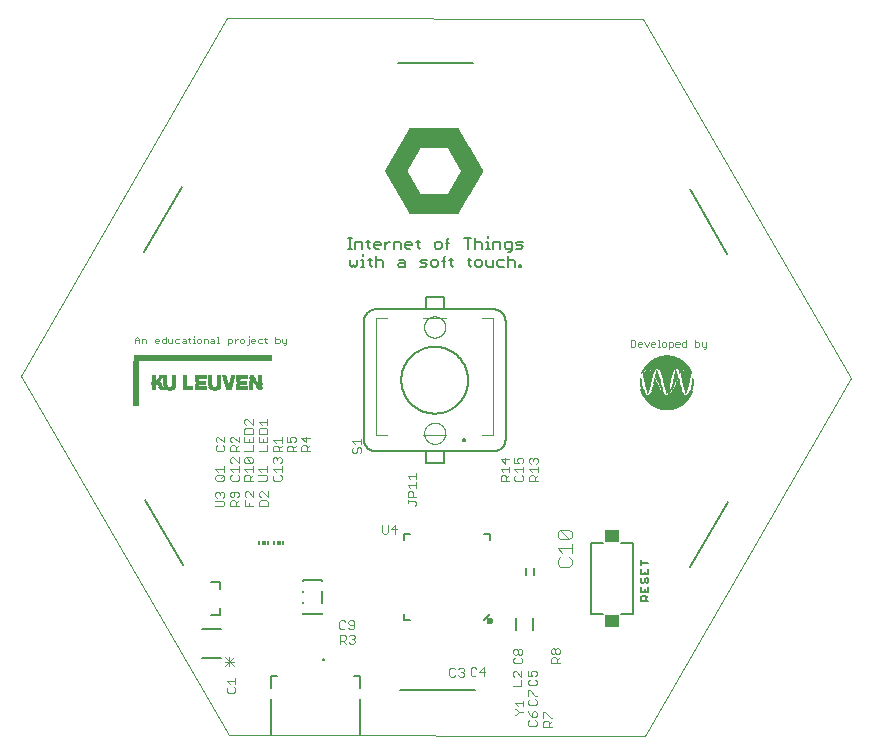
<source format=gto>
G75*
%MOIN*%
%OFA0B0*%
%FSLAX25Y25*%
%IPPOS*%
%LPD*%
%AMOC8*
5,1,8,0,0,1.08239X$1,22.5*
%
%ADD10C,0.00000*%
%ADD11C,0.00500*%
%ADD12C,0.00300*%
%ADD13R,0.04048X0.00022*%
%ADD14R,0.11880X0.00022*%
%ADD15R,0.16302X0.00022*%
%ADD16R,0.16346X0.00022*%
%ADD17R,0.16390X0.00022*%
%ADD18R,0.16412X0.00022*%
%ADD19R,0.16434X0.00022*%
%ADD20R,0.16456X0.00022*%
%ADD21R,0.16478X0.00022*%
%ADD22R,0.16522X0.00022*%
%ADD23R,0.16566X0.00022*%
%ADD24R,0.16588X0.00022*%
%ADD25R,0.16610X0.00022*%
%ADD26R,0.16654X0.00022*%
%ADD27R,0.16698X0.00022*%
%ADD28R,0.16742X0.00022*%
%ADD29R,0.16764X0.00022*%
%ADD30R,0.16786X0.00022*%
%ADD31R,0.16830X0.00022*%
%ADD32R,0.16874X0.00022*%
%ADD33R,0.16918X0.00022*%
%ADD34R,0.16940X0.00022*%
%ADD35R,0.16962X0.00022*%
%ADD36R,0.17006X0.00022*%
%ADD37R,0.17050X0.00022*%
%ADD38R,0.17094X0.00022*%
%ADD39R,0.17138X0.00022*%
%ADD40R,0.17182X0.00022*%
%ADD41R,0.17226X0.00022*%
%ADD42R,0.17270X0.00022*%
%ADD43R,0.17314X0.00022*%
%ADD44R,0.17358X0.00022*%
%ADD45R,0.17402X0.00022*%
%ADD46R,0.17446X0.00022*%
%ADD47R,0.17490X0.00022*%
%ADD48R,0.17534X0.00022*%
%ADD49R,0.17578X0.00022*%
%ADD50R,0.17622X0.00022*%
%ADD51R,0.17666X0.00022*%
%ADD52R,0.17710X0.00022*%
%ADD53R,0.17754X0.00022*%
%ADD54R,0.17798X0.00022*%
%ADD55R,0.17842X0.00022*%
%ADD56R,0.17886X0.00022*%
%ADD57R,0.17908X0.00022*%
%ADD58R,0.17930X0.00022*%
%ADD59R,0.17974X0.00022*%
%ADD60R,0.18018X0.00022*%
%ADD61R,0.18062X0.00022*%
%ADD62R,0.18084X0.00022*%
%ADD63R,0.18106X0.00022*%
%ADD64R,0.18150X0.00022*%
%ADD65R,0.18194X0.00022*%
%ADD66R,0.18216X0.00022*%
%ADD67R,0.18238X0.00022*%
%ADD68R,0.18260X0.00022*%
%ADD69R,0.18282X0.00022*%
%ADD70R,0.18326X0.00022*%
%ADD71R,0.18370X0.00022*%
%ADD72R,0.18392X0.00022*%
%ADD73R,0.18414X0.00022*%
%ADD74R,0.18436X0.00022*%
%ADD75R,0.18458X0.00022*%
%ADD76R,0.18502X0.00022*%
%ADD77R,0.18546X0.00022*%
%ADD78R,0.18568X0.00022*%
%ADD79R,0.18590X0.00022*%
%ADD80R,0.18612X0.00022*%
%ADD81R,0.18634X0.00022*%
%ADD82R,0.18678X0.00022*%
%ADD83R,0.18700X0.00022*%
%ADD84R,0.18722X0.00022*%
%ADD85R,0.18744X0.00022*%
%ADD86R,0.18766X0.00022*%
%ADD87R,0.18788X0.00022*%
%ADD88R,0.18810X0.00022*%
%ADD89R,0.18854X0.00022*%
%ADD90R,0.18876X0.00022*%
%ADD91R,0.18898X0.00022*%
%ADD92R,0.18920X0.00022*%
%ADD93R,0.18942X0.00022*%
%ADD94R,0.18986X0.00022*%
%ADD95R,0.19008X0.00022*%
%ADD96R,0.19030X0.00022*%
%ADD97R,0.19052X0.00022*%
%ADD98R,0.19074X0.00022*%
%ADD99R,0.19096X0.00022*%
%ADD100R,0.19118X0.00022*%
%ADD101R,0.19162X0.00022*%
%ADD102R,0.19184X0.00022*%
%ADD103R,0.19206X0.00022*%
%ADD104R,0.19228X0.00022*%
%ADD105R,0.19250X0.00022*%
%ADD106R,0.19272X0.00022*%
%ADD107R,0.19316X0.00022*%
%ADD108R,0.19338X0.00022*%
%ADD109R,0.19360X0.00022*%
%ADD110R,0.19382X0.00022*%
%ADD111R,0.19404X0.00022*%
%ADD112R,0.19426X0.00022*%
%ADD113R,0.19448X0.00022*%
%ADD114R,0.19492X0.00022*%
%ADD115R,0.19514X0.00022*%
%ADD116R,0.19536X0.00022*%
%ADD117R,0.19558X0.00022*%
%ADD118R,0.19580X0.00022*%
%ADD119R,0.19602X0.00022*%
%ADD120R,0.19624X0.00022*%
%ADD121R,0.19668X0.00022*%
%ADD122R,0.19690X0.00022*%
%ADD123R,0.19712X0.00022*%
%ADD124R,0.19734X0.00022*%
%ADD125R,0.19756X0.00022*%
%ADD126R,0.19800X0.00022*%
%ADD127R,0.19844X0.00022*%
%ADD128R,0.19866X0.00022*%
%ADD129R,0.19888X0.00022*%
%ADD130R,0.19910X0.00022*%
%ADD131R,0.19932X0.00022*%
%ADD132R,0.19976X0.00022*%
%ADD133R,0.20020X0.00022*%
%ADD134R,0.20042X0.00022*%
%ADD135R,0.20064X0.00022*%
%ADD136R,0.20108X0.00022*%
%ADD137R,0.20152X0.00022*%
%ADD138R,0.20196X0.00022*%
%ADD139R,0.20218X0.00022*%
%ADD140R,0.20240X0.00022*%
%ADD141R,0.20284X0.00022*%
%ADD142R,0.20328X0.00022*%
%ADD143R,0.20372X0.00022*%
%ADD144R,0.20394X0.00022*%
%ADD145R,0.20416X0.00022*%
%ADD146R,0.20460X0.00022*%
%ADD147R,0.20504X0.00022*%
%ADD148R,0.20526X0.00022*%
%ADD149R,0.20548X0.00022*%
%ADD150R,0.20592X0.00022*%
%ADD151R,0.20636X0.00022*%
%ADD152R,0.20680X0.00022*%
%ADD153R,0.20702X0.00022*%
%ADD154R,0.20724X0.00022*%
%ADD155R,0.20768X0.00022*%
%ADD156R,0.20812X0.00022*%
%ADD157R,0.20856X0.00022*%
%ADD158R,0.20900X0.00022*%
%ADD159R,0.20944X0.00022*%
%ADD160R,0.20988X0.00022*%
%ADD161R,0.21032X0.00022*%
%ADD162R,0.21076X0.00022*%
%ADD163R,0.21120X0.00022*%
%ADD164R,0.21164X0.00022*%
%ADD165R,0.21208X0.00022*%
%ADD166R,0.21252X0.00022*%
%ADD167R,0.21296X0.00022*%
%ADD168R,0.21340X0.00022*%
%ADD169R,0.21362X0.00022*%
%ADD170R,0.21384X0.00022*%
%ADD171R,0.21428X0.00022*%
%ADD172R,0.21472X0.00022*%
%ADD173R,0.21516X0.00022*%
%ADD174R,0.21538X0.00022*%
%ADD175R,0.21560X0.00022*%
%ADD176R,0.21604X0.00022*%
%ADD177R,0.21648X0.00022*%
%ADD178R,0.21670X0.00022*%
%ADD179R,0.21692X0.00022*%
%ADD180R,0.21714X0.00022*%
%ADD181R,0.21736X0.00022*%
%ADD182R,0.21780X0.00022*%
%ADD183R,0.21824X0.00022*%
%ADD184R,0.21846X0.00022*%
%ADD185R,0.21868X0.00022*%
%ADD186R,0.21890X0.00022*%
%ADD187R,0.21912X0.00022*%
%ADD188R,0.21956X0.00022*%
%ADD189R,0.21978X0.00022*%
%ADD190R,0.22000X0.00022*%
%ADD191R,0.22022X0.00022*%
%ADD192R,0.22044X0.00022*%
%ADD193R,0.22066X0.00022*%
%ADD194R,0.22088X0.00022*%
%ADD195R,0.22132X0.00022*%
%ADD196R,0.22154X0.00022*%
%ADD197R,0.22176X0.00022*%
%ADD198R,0.22198X0.00022*%
%ADD199R,0.22220X0.00022*%
%ADD200R,0.22264X0.00022*%
%ADD201R,0.22308X0.00022*%
%ADD202R,0.22330X0.00022*%
%ADD203R,0.22352X0.00022*%
%ADD204R,0.22374X0.00022*%
%ADD205R,0.22396X0.00022*%
%ADD206R,0.22440X0.00022*%
%ADD207R,0.22462X0.00022*%
%ADD208R,0.22484X0.00022*%
%ADD209R,0.22506X0.00022*%
%ADD210R,0.22528X0.00022*%
%ADD211R,0.22550X0.00022*%
%ADD212R,0.22572X0.00022*%
%ADD213R,0.22616X0.00022*%
%ADD214R,0.22638X0.00022*%
%ADD215R,0.22660X0.00022*%
%ADD216R,0.22682X0.00022*%
%ADD217R,0.22704X0.00022*%
%ADD218R,0.22726X0.00022*%
%ADD219R,0.22770X0.00022*%
%ADD220R,0.22792X0.00022*%
%ADD221R,0.22814X0.00022*%
%ADD222R,0.22836X0.00022*%
%ADD223R,0.22858X0.00022*%
%ADD224R,0.22880X0.00022*%
%ADD225R,0.22902X0.00022*%
%ADD226R,0.22946X0.00022*%
%ADD227R,0.22968X0.00022*%
%ADD228R,0.22990X0.00022*%
%ADD229R,0.23012X0.00022*%
%ADD230R,0.23034X0.00022*%
%ADD231R,0.23056X0.00022*%
%ADD232R,0.23078X0.00022*%
%ADD233R,0.23122X0.00022*%
%ADD234R,0.23144X0.00022*%
%ADD235R,0.23166X0.00022*%
%ADD236R,0.23188X0.00022*%
%ADD237R,0.23210X0.00022*%
%ADD238R,0.23254X0.00022*%
%ADD239R,0.23298X0.00022*%
%ADD240R,0.23320X0.00022*%
%ADD241R,0.23342X0.00022*%
%ADD242R,0.23364X0.00022*%
%ADD243R,0.23386X0.00022*%
%ADD244R,0.12100X0.00022*%
%ADD245R,0.07172X0.00022*%
%ADD246R,0.07128X0.00022*%
%ADD247R,0.07150X0.00022*%
%ADD248R,0.07128X0.00022*%
%ADD249R,0.11550X0.00022*%
%ADD250R,0.23320X0.00022*%
%ADD251R,0.23012X0.00022*%
%ADD252R,0.22484X0.00022*%
%ADD253R,0.22220X0.00022*%
%ADD254R,0.21912X0.00022*%
%ADD255R,0.21648X0.00022*%
%ADD256R,0.21384X0.00022*%
%ADD257R,0.21186X0.00022*%
%ADD258R,0.21120X0.00022*%
%ADD259R,0.20812X0.00022*%
%ADD260R,0.20548X0.00022*%
%ADD261R,0.20526X0.00022*%
%ADD262R,0.20284X0.00022*%
%ADD263R,0.20042X0.00022*%
%ADD264R,0.20020X0.00022*%
%ADD265R,0.19734X0.00022*%
%ADD266R,0.19712X0.00022*%
%ADD267R,0.19690X0.00022*%
%ADD268R,0.19448X0.00022*%
%ADD269R,0.19426X0.00022*%
%ADD270R,0.19206X0.00022*%
%ADD271R,0.19184X0.00022*%
%ADD272R,0.19162X0.00022*%
%ADD273R,0.18942X0.00022*%
%ADD274R,0.18920X0.00022*%
%ADD275R,0.18898X0.00022*%
%ADD276R,0.18634X0.00022*%
%ADD277R,0.18612X0.00022*%
%ADD278R,0.18590X0.00022*%
%ADD279R,0.18524X0.00022*%
%ADD280R,0.18370X0.00022*%
%ADD281R,0.18326X0.00022*%
%ADD282R,0.18106X0.00022*%
%ADD283R,0.18084X0.00022*%
%ADD284R,0.18062X0.00022*%
%ADD285R,0.17842X0.00022*%
%ADD286R,0.17798X0.00022*%
%ADD287R,0.17534X0.00022*%
%ADD288R,0.17490X0.00022*%
%ADD289R,0.17270X0.00022*%
%ADD290R,0.17226X0.00022*%
%ADD291R,0.17006X0.00022*%
%ADD292R,0.16962X0.00022*%
%ADD293R,0.16940X0.00022*%
%ADD294R,0.16764X0.00022*%
%ADD295R,0.16742X0.00022*%
%ADD296R,0.16698X0.00022*%
%ADD297R,0.16456X0.00022*%
%ADD298R,0.16434X0.00022*%
%ADD299R,0.16412X0.00022*%
%ADD300R,0.16390X0.00022*%
%ADD301R,0.12430X0.00022*%
%ADD302R,0.04334X0.00022*%
%ADD303R,0.01750X0.00070*%
%ADD304R,0.01750X0.00070*%
%ADD305R,0.00560X0.00070*%
%ADD306R,0.01540X0.00070*%
%ADD307R,0.01540X0.00070*%
%ADD308R,0.01400X0.00070*%
%ADD309R,0.01260X0.00070*%
%ADD310R,0.03850X0.00070*%
%ADD311R,0.01540X0.00070*%
%ADD312R,0.02030X0.00070*%
%ADD313R,0.03430X0.00070*%
%ADD314R,0.02100X0.00070*%
%ADD315R,0.01680X0.00070*%
%ADD316R,0.01330X0.00070*%
%ADD317R,0.01610X0.00070*%
%ADD318R,0.02450X0.00070*%
%ADD319R,0.02380X0.00070*%
%ADD320R,0.01470X0.00070*%
%ADD321R,0.01260X0.00070*%
%ADD322R,0.03850X0.00070*%
%ADD323R,0.01680X0.00070*%
%ADD324R,0.02730X0.00070*%
%ADD325R,0.03430X0.00070*%
%ADD326R,0.01610X0.00070*%
%ADD327R,0.01330X0.00070*%
%ADD328R,0.01470X0.00070*%
%ADD329R,0.02870X0.00070*%
%ADD330R,0.02940X0.00070*%
%ADD331R,0.03080X0.00070*%
%ADD332R,0.01540X0.00070*%
%ADD333R,0.03290X0.00070*%
%ADD334R,0.03220X0.00070*%
%ADD335R,0.01820X0.00070*%
%ADD336R,0.03360X0.00070*%
%ADD337R,0.01820X0.00070*%
%ADD338R,0.03500X0.00070*%
%ADD339R,0.01890X0.00070*%
%ADD340R,0.03570X0.00070*%
%ADD341R,0.03640X0.00070*%
%ADD342R,0.01960X0.00070*%
%ADD343R,0.03710X0.00070*%
%ADD344R,0.03640X0.00070*%
%ADD345R,0.01960X0.00070*%
%ADD346R,0.03710X0.00070*%
%ADD347R,0.03780X0.00070*%
%ADD348R,0.02030X0.00070*%
%ADD349R,0.03920X0.00070*%
%ADD350R,0.03990X0.00070*%
%ADD351R,0.03920X0.00070*%
%ADD352R,0.01890X0.00070*%
%ADD353R,0.02170X0.00070*%
%ADD354R,0.02170X0.00070*%
%ADD355R,0.02240X0.00070*%
%ADD356R,0.02310X0.00070*%
%ADD357R,0.01470X0.00070*%
%ADD358R,0.02310X0.00070*%
%ADD359R,0.02100X0.00070*%
%ADD360R,0.02380X0.00070*%
%ADD361R,0.01400X0.00070*%
%ADD362R,0.02240X0.00070*%
%ADD363R,0.02450X0.00070*%
%ADD364R,0.02240X0.00070*%
%ADD365R,0.02520X0.00070*%
%ADD366R,0.02590X0.00070*%
%ADD367R,0.02590X0.00070*%
%ADD368R,0.03570X0.00070*%
%ADD369R,0.03570X0.00070*%
%ADD370R,0.03570X0.00070*%
%ADD371R,0.03290X0.00070*%
%ADD372R,0.01190X0.00070*%
%ADD373R,0.03290X0.00070*%
%ADD374R,0.01120X0.00070*%
%ADD375R,0.01120X0.00070*%
%ADD376R,0.03150X0.00070*%
%ADD377R,0.01190X0.00070*%
%ADD378R,0.03150X0.00070*%
%ADD379R,0.01120X0.00070*%
%ADD380R,0.03010X0.00070*%
%ADD381R,0.01120X0.00070*%
%ADD382R,0.02940X0.00070*%
%ADD383R,0.02870X0.00070*%
%ADD384R,0.02870X0.00070*%
%ADD385R,0.02800X0.00070*%
%ADD386R,0.02730X0.00070*%
%ADD387R,0.01470X0.00070*%
%ADD388R,0.03780X0.00070*%
%ADD389R,0.46270X0.00070*%
%ADD390R,0.46270X0.00070*%
%ADD391C,0.00600*%
%ADD392R,0.01020X0.00030*%
%ADD393R,0.01800X0.00030*%
%ADD394R,0.02310X0.00030*%
%ADD395R,0.02730X0.00030*%
%ADD396R,0.03090X0.00030*%
%ADD397R,0.03450X0.00030*%
%ADD398R,0.03750X0.00030*%
%ADD399R,0.03990X0.00030*%
%ADD400R,0.04260X0.00030*%
%ADD401R,0.04500X0.00030*%
%ADD402R,0.04710X0.00030*%
%ADD403R,0.04950X0.00030*%
%ADD404R,0.05160X0.00030*%
%ADD405R,0.05340X0.00030*%
%ADD406R,0.05550X0.00030*%
%ADD407R,0.05730X0.00030*%
%ADD408R,0.05910X0.00030*%
%ADD409R,0.06090X0.00030*%
%ADD410R,0.06210X0.00030*%
%ADD411R,0.06390X0.00030*%
%ADD412R,0.06570X0.00030*%
%ADD413R,0.06690X0.00030*%
%ADD414R,0.06870X0.00030*%
%ADD415R,0.06990X0.00030*%
%ADD416R,0.07140X0.00030*%
%ADD417R,0.07290X0.00030*%
%ADD418R,0.07410X0.00030*%
%ADD419R,0.07530X0.00030*%
%ADD420R,0.07650X0.00030*%
%ADD421R,0.07770X0.00030*%
%ADD422R,0.07920X0.00030*%
%ADD423R,0.08040X0.00030*%
%ADD424R,0.08160X0.00030*%
%ADD425R,0.08280X0.00030*%
%ADD426R,0.08370X0.00030*%
%ADD427R,0.08490X0.00030*%
%ADD428R,0.08610X0.00030*%
%ADD429R,0.08730X0.00030*%
%ADD430R,0.08850X0.00030*%
%ADD431R,0.08910X0.00030*%
%ADD432R,0.09030X0.00030*%
%ADD433R,0.09150X0.00030*%
%ADD434R,0.09270X0.00030*%
%ADD435R,0.09330X0.00030*%
%ADD436R,0.09450X0.00030*%
%ADD437R,0.09540X0.00030*%
%ADD438R,0.09630X0.00030*%
%ADD439R,0.09750X0.00030*%
%ADD440R,0.09810X0.00030*%
%ADD441R,0.09930X0.00030*%
%ADD442R,0.09990X0.00030*%
%ADD443R,0.10110X0.00030*%
%ADD444R,0.10170X0.00030*%
%ADD445R,0.10290X0.00030*%
%ADD446R,0.10350X0.00030*%
%ADD447R,0.10440X0.00030*%
%ADD448R,0.10530X0.00030*%
%ADD449R,0.10590X0.00030*%
%ADD450R,0.10710X0.00030*%
%ADD451R,0.10770X0.00030*%
%ADD452R,0.10830X0.00030*%
%ADD453R,0.10950X0.00030*%
%ADD454R,0.11010X0.00030*%
%ADD455R,0.11070X0.00030*%
%ADD456R,0.11160X0.00030*%
%ADD457R,0.11250X0.00030*%
%ADD458R,0.11310X0.00030*%
%ADD459R,0.11370X0.00030*%
%ADD460R,0.11430X0.00030*%
%ADD461R,0.11550X0.00030*%
%ADD462R,0.11610X0.00030*%
%ADD463R,0.11670X0.00030*%
%ADD464R,0.11730X0.00030*%
%ADD465R,0.11790X0.00030*%
%ADD466R,0.11910X0.00030*%
%ADD467R,0.11970X0.00030*%
%ADD468R,0.12030X0.00030*%
%ADD469R,0.12090X0.00030*%
%ADD470R,0.12150X0.00030*%
%ADD471R,0.12210X0.00030*%
%ADD472R,0.12270X0.00030*%
%ADD473R,0.12330X0.00030*%
%ADD474R,0.12390X0.00030*%
%ADD475R,0.12450X0.00030*%
%ADD476R,0.12510X0.00030*%
%ADD477R,0.12570X0.00030*%
%ADD478R,0.12630X0.00030*%
%ADD479R,0.12690X0.00030*%
%ADD480R,0.12750X0.00030*%
%ADD481R,0.12810X0.00030*%
%ADD482R,0.12870X0.00030*%
%ADD483R,0.12930X0.00030*%
%ADD484R,0.12990X0.00030*%
%ADD485R,0.13050X0.00030*%
%ADD486R,0.13110X0.00030*%
%ADD487R,0.13170X0.00030*%
%ADD488R,0.13230X0.00030*%
%ADD489R,0.13290X0.00030*%
%ADD490R,0.13350X0.00030*%
%ADD491R,0.13410X0.00030*%
%ADD492R,0.13470X0.00030*%
%ADD493R,0.13530X0.00030*%
%ADD494R,0.13590X0.00030*%
%ADD495R,0.13650X0.00030*%
%ADD496R,0.13710X0.00030*%
%ADD497R,0.13770X0.00030*%
%ADD498R,0.13830X0.00030*%
%ADD499R,0.13890X0.00030*%
%ADD500R,0.13950X0.00030*%
%ADD501R,0.14010X0.00030*%
%ADD502R,0.14070X0.00030*%
%ADD503R,0.14130X0.00030*%
%ADD504R,0.14160X0.00030*%
%ADD505R,0.14190X0.00030*%
%ADD506R,0.14250X0.00030*%
%ADD507R,0.14310X0.00030*%
%ADD508R,0.14370X0.00030*%
%ADD509R,0.14430X0.00030*%
%ADD510R,0.14490X0.00030*%
%ADD511R,0.14550X0.00030*%
%ADD512R,0.14610X0.00030*%
%ADD513R,0.14670X0.00030*%
%ADD514R,0.14700X0.00030*%
%ADD515R,0.14730X0.00030*%
%ADD516R,0.14790X0.00030*%
%ADD517R,0.14850X0.00030*%
%ADD518R,0.14910X0.00030*%
%ADD519R,0.14970X0.00030*%
%ADD520R,0.15030X0.00030*%
%ADD521R,0.15090X0.00030*%
%ADD522R,0.15150X0.00030*%
%ADD523R,0.15210X0.00030*%
%ADD524R,0.15270X0.00030*%
%ADD525R,0.15330X0.00030*%
%ADD526R,0.15390X0.00030*%
%ADD527R,0.15450X0.00030*%
%ADD528R,0.15510X0.00030*%
%ADD529R,0.15570X0.00030*%
%ADD530R,0.15630X0.00030*%
%ADD531R,0.15690X0.00030*%
%ADD532R,0.15750X0.00030*%
%ADD533R,0.15810X0.00030*%
%ADD534R,0.15870X0.00030*%
%ADD535R,0.15930X0.00030*%
%ADD536R,0.01470X0.00030*%
%ADD537R,0.06090X0.00030*%
%ADD538R,0.06060X0.00030*%
%ADD539R,0.01500X0.00030*%
%ADD540R,0.01350X0.00030*%
%ADD541R,0.01260X0.00030*%
%ADD542R,0.05520X0.00030*%
%ADD543R,0.01200X0.00030*%
%ADD544R,0.05430X0.00030*%
%ADD545R,0.05400X0.00030*%
%ADD546R,0.01230X0.00030*%
%ADD547R,0.01170X0.00030*%
%ADD548R,0.05310X0.00030*%
%ADD549R,0.05280X0.00030*%
%ADD550R,0.01140X0.00030*%
%ADD551R,0.05220X0.00030*%
%ADD552R,0.01170X0.00030*%
%ADD553R,0.01110X0.00030*%
%ADD554R,0.05130X0.00030*%
%ADD555R,0.05070X0.00030*%
%ADD556R,0.05070X0.00030*%
%ADD557R,0.01080X0.00030*%
%ADD558R,0.05010X0.00030*%
%ADD559R,0.04980X0.00030*%
%ADD560R,0.01050X0.00030*%
%ADD561R,0.04890X0.00030*%
%ADD562R,0.04830X0.00030*%
%ADD563R,0.04800X0.00030*%
%ADD564R,0.04770X0.00030*%
%ADD565R,0.04740X0.00030*%
%ADD566R,0.04680X0.00030*%
%ADD567R,0.04620X0.00030*%
%ADD568R,0.01020X0.00030*%
%ADD569R,0.04590X0.00030*%
%ADD570R,0.04560X0.00030*%
%ADD571R,0.04530X0.00030*%
%ADD572R,0.04470X0.00030*%
%ADD573R,0.04440X0.00030*%
%ADD574R,0.04410X0.00030*%
%ADD575R,0.04380X0.00030*%
%ADD576R,0.04350X0.00030*%
%ADD577R,0.00030X0.00030*%
%ADD578R,0.04320X0.00030*%
%ADD579R,0.04290X0.00030*%
%ADD580R,0.00990X0.00030*%
%ADD581R,0.00060X0.00030*%
%ADD582R,0.00090X0.00030*%
%ADD583R,0.04230X0.00030*%
%ADD584R,0.00090X0.00030*%
%ADD585R,0.04200X0.00030*%
%ADD586R,0.00990X0.00030*%
%ADD587R,0.00120X0.00030*%
%ADD588R,0.04170X0.00030*%
%ADD589R,0.00120X0.00030*%
%ADD590R,0.00150X0.00030*%
%ADD591R,0.04140X0.00030*%
%ADD592R,0.04110X0.00030*%
%ADD593R,0.00180X0.00030*%
%ADD594R,0.04080X0.00030*%
%ADD595R,0.00210X0.00030*%
%ADD596R,0.04050X0.00030*%
%ADD597R,0.04020X0.00030*%
%ADD598R,0.00240X0.00030*%
%ADD599R,0.04020X0.00030*%
%ADD600R,0.03990X0.00030*%
%ADD601R,0.00270X0.00030*%
%ADD602R,0.03960X0.00030*%
%ADD603R,0.00270X0.00030*%
%ADD604R,0.00300X0.00030*%
%ADD605R,0.03930X0.00030*%
%ADD606R,0.03900X0.00030*%
%ADD607R,0.00330X0.00030*%
%ADD608R,0.00360X0.00030*%
%ADD609R,0.03870X0.00030*%
%ADD610R,0.03840X0.00030*%
%ADD611R,0.03840X0.00030*%
%ADD612R,0.03810X0.00030*%
%ADD613R,0.00390X0.00030*%
%ADD614R,0.03780X0.00030*%
%ADD615R,0.00390X0.00030*%
%ADD616R,0.00420X0.00030*%
%ADD617R,0.00420X0.00030*%
%ADD618R,0.00450X0.00030*%
%ADD619R,0.03720X0.00030*%
%ADD620R,0.00480X0.00030*%
%ADD621R,0.03690X0.00030*%
%ADD622R,0.03660X0.00030*%
%ADD623R,0.03630X0.00030*%
%ADD624R,0.00510X0.00030*%
%ADD625R,0.03600X0.00030*%
%ADD626R,0.00540X0.00030*%
%ADD627R,0.03570X0.00030*%
%ADD628R,0.03540X0.00030*%
%ADD629R,0.00570X0.00030*%
%ADD630R,0.00570X0.00030*%
%ADD631R,0.03510X0.00030*%
%ADD632R,0.00600X0.00030*%
%ADD633R,0.03480X0.00030*%
%ADD634R,0.00630X0.00030*%
%ADD635R,0.00660X0.00030*%
%ADD636R,0.03420X0.00030*%
%ADD637R,0.03390X0.00030*%
%ADD638R,0.03390X0.00030*%
%ADD639R,0.00690X0.00030*%
%ADD640R,0.03360X0.00030*%
%ADD641R,0.00690X0.00030*%
%ADD642R,0.00720X0.00030*%
%ADD643R,0.03330X0.00030*%
%ADD644R,0.00720X0.00030*%
%ADD645R,0.03300X0.00030*%
%ADD646R,0.00750X0.00030*%
%ADD647R,0.03270X0.00030*%
%ADD648R,0.00780X0.00030*%
%ADD649R,0.03240X0.00030*%
%ADD650R,0.03210X0.00030*%
%ADD651R,0.00810X0.00030*%
%ADD652R,0.03180X0.00030*%
%ADD653R,0.00840X0.00030*%
%ADD654R,0.03150X0.00030*%
%ADD655R,0.03120X0.00030*%
%ADD656R,0.00960X0.00030*%
%ADD657R,0.03120X0.00030*%
%ADD658R,0.00240X0.00030*%
%ADD659R,0.03090X0.00030*%
%ADD660R,0.00870X0.00030*%
%ADD661R,0.00870X0.00030*%
%ADD662R,0.03060X0.00030*%
%ADD663R,0.00900X0.00030*%
%ADD664R,0.03030X0.00030*%
%ADD665R,0.03000X0.00030*%
%ADD666R,0.00930X0.00030*%
%ADD667R,0.02970X0.00030*%
%ADD668R,0.02940X0.00030*%
%ADD669R,0.02940X0.00030*%
%ADD670R,0.02910X0.00030*%
%ADD671R,0.02880X0.00030*%
%ADD672R,0.02850X0.00030*%
%ADD673R,0.02820X0.00030*%
%ADD674R,0.02790X0.00030*%
%ADD675R,0.02760X0.00030*%
%ADD676R,0.02700X0.00030*%
%ADD677R,0.02670X0.00030*%
%ADD678R,0.02670X0.00030*%
%ADD679R,0.02640X0.00030*%
%ADD680R,0.02610X0.00030*%
%ADD681R,0.02580X0.00030*%
%ADD682R,0.02550X0.00030*%
%ADD683R,0.02520X0.00030*%
%ADD684R,0.02490X0.00030*%
%ADD685R,0.01290X0.00030*%
%ADD686R,0.02490X0.00030*%
%ADD687R,0.02460X0.00030*%
%ADD688R,0.02430X0.00030*%
%ADD689R,0.01290X0.00030*%
%ADD690R,0.01320X0.00030*%
%ADD691R,0.01320X0.00030*%
%ADD692R,0.02400X0.00030*%
%ADD693R,0.02370X0.00030*%
%ADD694R,0.02340X0.00030*%
%ADD695R,0.01380X0.00030*%
%ADD696R,0.01410X0.00030*%
%ADD697R,0.02280X0.00030*%
%ADD698R,0.01440X0.00030*%
%ADD699R,0.02250X0.00030*%
%ADD700R,0.00540X0.00030*%
%ADD701R,0.02220X0.00030*%
%ADD702R,0.02220X0.00030*%
%ADD703R,0.01470X0.00030*%
%ADD704R,0.02190X0.00030*%
%ADD705R,0.02160X0.00030*%
%ADD706R,0.02130X0.00030*%
%ADD707R,0.01530X0.00030*%
%ADD708R,0.02100X0.00030*%
%ADD709R,0.01560X0.00030*%
%ADD710R,0.02070X0.00030*%
%ADD711R,0.02040X0.00030*%
%ADD712R,0.02040X0.00030*%
%ADD713R,0.01590X0.00030*%
%ADD714R,0.02010X0.00030*%
%ADD715R,0.01590X0.00030*%
%ADD716R,0.01620X0.00030*%
%ADD717R,0.01980X0.00030*%
%ADD718R,0.01620X0.00030*%
%ADD719R,0.01950X0.00030*%
%ADD720R,0.01650X0.00030*%
%ADD721R,0.01920X0.00030*%
%ADD722R,0.01680X0.00030*%
%ADD723R,0.01890X0.00030*%
%ADD724R,0.01860X0.00030*%
%ADD725R,0.01710X0.00030*%
%ADD726R,0.01830X0.00030*%
%ADD727R,0.01740X0.00030*%
%ADD728R,0.01770X0.00030*%
%ADD729R,0.01770X0.00030*%
%ADD730R,0.01890X0.00030*%
%ADD731R,0.01920X0.00030*%
%ADD732R,0.00840X0.00030*%
%ADD733R,0.02070X0.00030*%
%ADD734R,0.01140X0.00030*%
%ADD735R,0.02190X0.00030*%
%ADD736R,0.02370X0.00030*%
%ADD737R,0.02520X0.00030*%
%ADD738R,0.02790X0.00030*%
%ADD739R,0.02820X0.00030*%
%ADD740R,0.02970X0.00030*%
%ADD741R,0.03270X0.00030*%
%ADD742R,0.03420X0.00030*%
%ADD743R,0.03690X0.00030*%
%ADD744R,0.04290X0.00030*%
%ADD745R,0.04650X0.00030*%
%ADD746R,0.04890X0.00030*%
%ADD747R,0.04920X0.00030*%
%ADD748R,0.05040X0.00030*%
%ADD749R,0.05100X0.00030*%
%ADD750R,0.05190X0.00030*%
%ADD751R,0.05250X0.00030*%
%ADD752R,0.05370X0.00030*%
%ADD753R,0.05490X0.00030*%
%ADD754R,0.04170X0.00030*%
%ADD755R,0.05640X0.00030*%
%ADD756R,0.05880X0.00030*%
%ADD757R,0.15360X0.00030*%
%ADD758R,0.14100X0.00030*%
%ADD759R,0.11850X0.00030*%
%ADD760R,0.11490X0.00030*%
%ADD761R,0.11130X0.00030*%
%ADD762R,0.10890X0.00030*%
%ADD763R,0.10650X0.00030*%
%ADD764R,0.10410X0.00030*%
%ADD765R,0.10230X0.00030*%
%ADD766R,0.09900X0.00030*%
%ADD767R,0.09690X0.00030*%
%ADD768R,0.09510X0.00030*%
%ADD769R,0.09210X0.00030*%
%ADD770R,0.08790X0.00030*%
%ADD771R,0.08250X0.00030*%
%ADD772R,0.08130X0.00030*%
%ADD773R,0.08010X0.00030*%
%ADD774R,0.07890X0.00030*%
%ADD775R,0.07260X0.00030*%
%ADD776R,0.07110X0.00030*%
%ADD777R,0.06810X0.00030*%
%ADD778R,0.06510X0.00030*%
%ADD779R,0.06030X0.00030*%
%ADD780R,0.05700X0.00030*%
%ADD781R,0.04470X0.00030*%
%ADD782R,0.00591X0.01181*%
%ADD783R,0.01181X0.01181*%
%ADD784C,0.00800*%
%ADD785C,0.02362*%
%ADD786C,0.00394*%
%ADD787C,0.00787*%
%ADD788R,0.05000X0.04375*%
%ADD789C,0.00400*%
D10*
X0156177Y0131750D02*
X0294617Y0131378D01*
X0363514Y0250712D01*
X0293972Y0370419D01*
X0155532Y0370791D01*
X0086634Y0251457D01*
X0156177Y0131750D01*
X0221063Y0232287D02*
X0221065Y0232405D01*
X0221071Y0232524D01*
X0221081Y0232642D01*
X0221095Y0232759D01*
X0221112Y0232876D01*
X0221134Y0232993D01*
X0221160Y0233108D01*
X0221189Y0233223D01*
X0221222Y0233337D01*
X0221259Y0233449D01*
X0221300Y0233560D01*
X0221344Y0233670D01*
X0221392Y0233778D01*
X0221444Y0233885D01*
X0221499Y0233990D01*
X0221558Y0234093D01*
X0221620Y0234193D01*
X0221685Y0234292D01*
X0221754Y0234389D01*
X0221825Y0234483D01*
X0221900Y0234574D01*
X0221978Y0234664D01*
X0222059Y0234750D01*
X0222143Y0234834D01*
X0222229Y0234915D01*
X0222319Y0234993D01*
X0222410Y0235068D01*
X0222504Y0235139D01*
X0222601Y0235208D01*
X0222700Y0235273D01*
X0222800Y0235335D01*
X0222903Y0235394D01*
X0223008Y0235449D01*
X0223115Y0235501D01*
X0223223Y0235549D01*
X0223333Y0235593D01*
X0223444Y0235634D01*
X0223556Y0235671D01*
X0223670Y0235704D01*
X0223785Y0235733D01*
X0223900Y0235759D01*
X0224017Y0235781D01*
X0224134Y0235798D01*
X0224251Y0235812D01*
X0224369Y0235822D01*
X0224488Y0235828D01*
X0224606Y0235830D01*
X0224724Y0235828D01*
X0224843Y0235822D01*
X0224961Y0235812D01*
X0225078Y0235798D01*
X0225195Y0235781D01*
X0225312Y0235759D01*
X0225427Y0235733D01*
X0225542Y0235704D01*
X0225656Y0235671D01*
X0225768Y0235634D01*
X0225879Y0235593D01*
X0225989Y0235549D01*
X0226097Y0235501D01*
X0226204Y0235449D01*
X0226309Y0235394D01*
X0226412Y0235335D01*
X0226512Y0235273D01*
X0226611Y0235208D01*
X0226708Y0235139D01*
X0226802Y0235068D01*
X0226893Y0234993D01*
X0226983Y0234915D01*
X0227069Y0234834D01*
X0227153Y0234750D01*
X0227234Y0234664D01*
X0227312Y0234574D01*
X0227387Y0234483D01*
X0227458Y0234389D01*
X0227527Y0234292D01*
X0227592Y0234193D01*
X0227654Y0234093D01*
X0227713Y0233990D01*
X0227768Y0233885D01*
X0227820Y0233778D01*
X0227868Y0233670D01*
X0227912Y0233560D01*
X0227953Y0233449D01*
X0227990Y0233337D01*
X0228023Y0233223D01*
X0228052Y0233108D01*
X0228078Y0232993D01*
X0228100Y0232876D01*
X0228117Y0232759D01*
X0228131Y0232642D01*
X0228141Y0232524D01*
X0228147Y0232405D01*
X0228149Y0232287D01*
X0228147Y0232169D01*
X0228141Y0232050D01*
X0228131Y0231932D01*
X0228117Y0231815D01*
X0228100Y0231698D01*
X0228078Y0231581D01*
X0228052Y0231466D01*
X0228023Y0231351D01*
X0227990Y0231237D01*
X0227953Y0231125D01*
X0227912Y0231014D01*
X0227868Y0230904D01*
X0227820Y0230796D01*
X0227768Y0230689D01*
X0227713Y0230584D01*
X0227654Y0230481D01*
X0227592Y0230381D01*
X0227527Y0230282D01*
X0227458Y0230185D01*
X0227387Y0230091D01*
X0227312Y0230000D01*
X0227234Y0229910D01*
X0227153Y0229824D01*
X0227069Y0229740D01*
X0226983Y0229659D01*
X0226893Y0229581D01*
X0226802Y0229506D01*
X0226708Y0229435D01*
X0226611Y0229366D01*
X0226512Y0229301D01*
X0226412Y0229239D01*
X0226309Y0229180D01*
X0226204Y0229125D01*
X0226097Y0229073D01*
X0225989Y0229025D01*
X0225879Y0228981D01*
X0225768Y0228940D01*
X0225656Y0228903D01*
X0225542Y0228870D01*
X0225427Y0228841D01*
X0225312Y0228815D01*
X0225195Y0228793D01*
X0225078Y0228776D01*
X0224961Y0228762D01*
X0224843Y0228752D01*
X0224724Y0228746D01*
X0224606Y0228744D01*
X0224488Y0228746D01*
X0224369Y0228752D01*
X0224251Y0228762D01*
X0224134Y0228776D01*
X0224017Y0228793D01*
X0223900Y0228815D01*
X0223785Y0228841D01*
X0223670Y0228870D01*
X0223556Y0228903D01*
X0223444Y0228940D01*
X0223333Y0228981D01*
X0223223Y0229025D01*
X0223115Y0229073D01*
X0223008Y0229125D01*
X0222903Y0229180D01*
X0222800Y0229239D01*
X0222700Y0229301D01*
X0222601Y0229366D01*
X0222504Y0229435D01*
X0222410Y0229506D01*
X0222319Y0229581D01*
X0222229Y0229659D01*
X0222143Y0229740D01*
X0222059Y0229824D01*
X0221978Y0229910D01*
X0221900Y0230000D01*
X0221825Y0230091D01*
X0221754Y0230185D01*
X0221685Y0230282D01*
X0221620Y0230381D01*
X0221558Y0230481D01*
X0221499Y0230584D01*
X0221444Y0230689D01*
X0221392Y0230796D01*
X0221344Y0230904D01*
X0221300Y0231014D01*
X0221259Y0231125D01*
X0221222Y0231237D01*
X0221189Y0231351D01*
X0221160Y0231466D01*
X0221134Y0231581D01*
X0221112Y0231698D01*
X0221095Y0231815D01*
X0221081Y0231932D01*
X0221071Y0232050D01*
X0221065Y0232169D01*
X0221063Y0232287D01*
X0221063Y0267720D02*
X0221065Y0267838D01*
X0221071Y0267957D01*
X0221081Y0268075D01*
X0221095Y0268192D01*
X0221112Y0268309D01*
X0221134Y0268426D01*
X0221160Y0268541D01*
X0221189Y0268656D01*
X0221222Y0268770D01*
X0221259Y0268882D01*
X0221300Y0268993D01*
X0221344Y0269103D01*
X0221392Y0269211D01*
X0221444Y0269318D01*
X0221499Y0269423D01*
X0221558Y0269526D01*
X0221620Y0269626D01*
X0221685Y0269725D01*
X0221754Y0269822D01*
X0221825Y0269916D01*
X0221900Y0270007D01*
X0221978Y0270097D01*
X0222059Y0270183D01*
X0222143Y0270267D01*
X0222229Y0270348D01*
X0222319Y0270426D01*
X0222410Y0270501D01*
X0222504Y0270572D01*
X0222601Y0270641D01*
X0222700Y0270706D01*
X0222800Y0270768D01*
X0222903Y0270827D01*
X0223008Y0270882D01*
X0223115Y0270934D01*
X0223223Y0270982D01*
X0223333Y0271026D01*
X0223444Y0271067D01*
X0223556Y0271104D01*
X0223670Y0271137D01*
X0223785Y0271166D01*
X0223900Y0271192D01*
X0224017Y0271214D01*
X0224134Y0271231D01*
X0224251Y0271245D01*
X0224369Y0271255D01*
X0224488Y0271261D01*
X0224606Y0271263D01*
X0224724Y0271261D01*
X0224843Y0271255D01*
X0224961Y0271245D01*
X0225078Y0271231D01*
X0225195Y0271214D01*
X0225312Y0271192D01*
X0225427Y0271166D01*
X0225542Y0271137D01*
X0225656Y0271104D01*
X0225768Y0271067D01*
X0225879Y0271026D01*
X0225989Y0270982D01*
X0226097Y0270934D01*
X0226204Y0270882D01*
X0226309Y0270827D01*
X0226412Y0270768D01*
X0226512Y0270706D01*
X0226611Y0270641D01*
X0226708Y0270572D01*
X0226802Y0270501D01*
X0226893Y0270426D01*
X0226983Y0270348D01*
X0227069Y0270267D01*
X0227153Y0270183D01*
X0227234Y0270097D01*
X0227312Y0270007D01*
X0227387Y0269916D01*
X0227458Y0269822D01*
X0227527Y0269725D01*
X0227592Y0269626D01*
X0227654Y0269526D01*
X0227713Y0269423D01*
X0227768Y0269318D01*
X0227820Y0269211D01*
X0227868Y0269103D01*
X0227912Y0268993D01*
X0227953Y0268882D01*
X0227990Y0268770D01*
X0228023Y0268656D01*
X0228052Y0268541D01*
X0228078Y0268426D01*
X0228100Y0268309D01*
X0228117Y0268192D01*
X0228131Y0268075D01*
X0228141Y0267957D01*
X0228147Y0267838D01*
X0228149Y0267720D01*
X0228147Y0267602D01*
X0228141Y0267483D01*
X0228131Y0267365D01*
X0228117Y0267248D01*
X0228100Y0267131D01*
X0228078Y0267014D01*
X0228052Y0266899D01*
X0228023Y0266784D01*
X0227990Y0266670D01*
X0227953Y0266558D01*
X0227912Y0266447D01*
X0227868Y0266337D01*
X0227820Y0266229D01*
X0227768Y0266122D01*
X0227713Y0266017D01*
X0227654Y0265914D01*
X0227592Y0265814D01*
X0227527Y0265715D01*
X0227458Y0265618D01*
X0227387Y0265524D01*
X0227312Y0265433D01*
X0227234Y0265343D01*
X0227153Y0265257D01*
X0227069Y0265173D01*
X0226983Y0265092D01*
X0226893Y0265014D01*
X0226802Y0264939D01*
X0226708Y0264868D01*
X0226611Y0264799D01*
X0226512Y0264734D01*
X0226412Y0264672D01*
X0226309Y0264613D01*
X0226204Y0264558D01*
X0226097Y0264506D01*
X0225989Y0264458D01*
X0225879Y0264414D01*
X0225768Y0264373D01*
X0225656Y0264336D01*
X0225542Y0264303D01*
X0225427Y0264274D01*
X0225312Y0264248D01*
X0225195Y0264226D01*
X0225078Y0264209D01*
X0224961Y0264195D01*
X0224843Y0264185D01*
X0224724Y0264179D01*
X0224606Y0264177D01*
X0224488Y0264179D01*
X0224369Y0264185D01*
X0224251Y0264195D01*
X0224134Y0264209D01*
X0224017Y0264226D01*
X0223900Y0264248D01*
X0223785Y0264274D01*
X0223670Y0264303D01*
X0223556Y0264336D01*
X0223444Y0264373D01*
X0223333Y0264414D01*
X0223223Y0264458D01*
X0223115Y0264506D01*
X0223008Y0264558D01*
X0222903Y0264613D01*
X0222800Y0264672D01*
X0222700Y0264734D01*
X0222601Y0264799D01*
X0222504Y0264868D01*
X0222410Y0264939D01*
X0222319Y0265014D01*
X0222229Y0265092D01*
X0222143Y0265173D01*
X0222059Y0265257D01*
X0221978Y0265343D01*
X0221900Y0265433D01*
X0221825Y0265524D01*
X0221754Y0265618D01*
X0221685Y0265715D01*
X0221620Y0265814D01*
X0221558Y0265914D01*
X0221499Y0266017D01*
X0221444Y0266122D01*
X0221392Y0266229D01*
X0221344Y0266337D01*
X0221300Y0266447D01*
X0221259Y0266558D01*
X0221222Y0266670D01*
X0221189Y0266784D01*
X0221160Y0266899D01*
X0221134Y0267014D01*
X0221112Y0267131D01*
X0221095Y0267248D01*
X0221081Y0267365D01*
X0221071Y0267483D01*
X0221065Y0267602D01*
X0221063Y0267720D01*
D11*
X0221653Y0273626D02*
X0221653Y0277563D01*
X0227559Y0277563D01*
X0227559Y0273626D01*
X0221653Y0273626D01*
X0204921Y0273626D01*
X0204797Y0273624D01*
X0204674Y0273618D01*
X0204550Y0273609D01*
X0204428Y0273595D01*
X0204305Y0273578D01*
X0204183Y0273556D01*
X0204062Y0273531D01*
X0203942Y0273502D01*
X0203823Y0273470D01*
X0203704Y0273433D01*
X0203587Y0273393D01*
X0203472Y0273350D01*
X0203357Y0273302D01*
X0203245Y0273251D01*
X0203134Y0273197D01*
X0203024Y0273139D01*
X0202917Y0273078D01*
X0202811Y0273013D01*
X0202708Y0272945D01*
X0202607Y0272874D01*
X0202508Y0272800D01*
X0202411Y0272723D01*
X0202317Y0272642D01*
X0202226Y0272559D01*
X0202137Y0272473D01*
X0202051Y0272384D01*
X0201968Y0272293D01*
X0201887Y0272199D01*
X0201810Y0272102D01*
X0201736Y0272003D01*
X0201665Y0271902D01*
X0201597Y0271799D01*
X0201532Y0271693D01*
X0201471Y0271586D01*
X0201413Y0271476D01*
X0201359Y0271365D01*
X0201308Y0271253D01*
X0201260Y0271138D01*
X0201217Y0271023D01*
X0201177Y0270906D01*
X0201140Y0270787D01*
X0201108Y0270668D01*
X0201079Y0270548D01*
X0201054Y0270427D01*
X0201032Y0270305D01*
X0201015Y0270182D01*
X0201001Y0270060D01*
X0200992Y0269936D01*
X0200986Y0269813D01*
X0200984Y0269689D01*
X0200984Y0230319D01*
X0200986Y0230195D01*
X0200992Y0230072D01*
X0201001Y0229948D01*
X0201015Y0229826D01*
X0201032Y0229703D01*
X0201054Y0229581D01*
X0201079Y0229460D01*
X0201108Y0229340D01*
X0201140Y0229221D01*
X0201177Y0229102D01*
X0201217Y0228985D01*
X0201260Y0228870D01*
X0201308Y0228755D01*
X0201359Y0228643D01*
X0201413Y0228532D01*
X0201471Y0228422D01*
X0201532Y0228315D01*
X0201597Y0228209D01*
X0201665Y0228106D01*
X0201736Y0228005D01*
X0201810Y0227906D01*
X0201887Y0227809D01*
X0201968Y0227715D01*
X0202051Y0227624D01*
X0202137Y0227535D01*
X0202226Y0227449D01*
X0202317Y0227366D01*
X0202411Y0227285D01*
X0202508Y0227208D01*
X0202607Y0227134D01*
X0202708Y0227063D01*
X0202811Y0226995D01*
X0202917Y0226930D01*
X0203024Y0226869D01*
X0203134Y0226811D01*
X0203245Y0226757D01*
X0203357Y0226706D01*
X0203472Y0226658D01*
X0203587Y0226615D01*
X0203704Y0226575D01*
X0203823Y0226538D01*
X0203942Y0226506D01*
X0204062Y0226477D01*
X0204183Y0226452D01*
X0204305Y0226430D01*
X0204428Y0226413D01*
X0204550Y0226399D01*
X0204674Y0226390D01*
X0204797Y0226384D01*
X0204921Y0226382D01*
X0221653Y0226382D01*
X0221653Y0222445D01*
X0227559Y0222445D01*
X0227559Y0226382D01*
X0244291Y0226382D01*
X0244415Y0226384D01*
X0244538Y0226390D01*
X0244662Y0226399D01*
X0244784Y0226413D01*
X0244907Y0226430D01*
X0245029Y0226452D01*
X0245150Y0226477D01*
X0245270Y0226506D01*
X0245389Y0226538D01*
X0245508Y0226575D01*
X0245625Y0226615D01*
X0245740Y0226658D01*
X0245855Y0226706D01*
X0245967Y0226757D01*
X0246078Y0226811D01*
X0246188Y0226869D01*
X0246295Y0226930D01*
X0246401Y0226995D01*
X0246504Y0227063D01*
X0246605Y0227134D01*
X0246704Y0227208D01*
X0246801Y0227285D01*
X0246895Y0227366D01*
X0246986Y0227449D01*
X0247075Y0227535D01*
X0247161Y0227624D01*
X0247244Y0227715D01*
X0247325Y0227809D01*
X0247402Y0227906D01*
X0247476Y0228005D01*
X0247547Y0228106D01*
X0247615Y0228209D01*
X0247680Y0228315D01*
X0247741Y0228422D01*
X0247799Y0228532D01*
X0247853Y0228643D01*
X0247904Y0228755D01*
X0247952Y0228870D01*
X0247995Y0228985D01*
X0248035Y0229102D01*
X0248072Y0229221D01*
X0248104Y0229340D01*
X0248133Y0229460D01*
X0248158Y0229581D01*
X0248180Y0229703D01*
X0248197Y0229826D01*
X0248211Y0229948D01*
X0248220Y0230072D01*
X0248226Y0230195D01*
X0248228Y0230319D01*
X0248228Y0269689D01*
X0248226Y0269813D01*
X0248220Y0269936D01*
X0248211Y0270060D01*
X0248197Y0270182D01*
X0248180Y0270305D01*
X0248158Y0270427D01*
X0248133Y0270548D01*
X0248104Y0270668D01*
X0248072Y0270787D01*
X0248035Y0270906D01*
X0247995Y0271023D01*
X0247952Y0271138D01*
X0247904Y0271253D01*
X0247853Y0271365D01*
X0247799Y0271476D01*
X0247741Y0271586D01*
X0247680Y0271693D01*
X0247615Y0271799D01*
X0247547Y0271902D01*
X0247476Y0272003D01*
X0247402Y0272102D01*
X0247325Y0272199D01*
X0247244Y0272293D01*
X0247161Y0272384D01*
X0247075Y0272473D01*
X0246986Y0272559D01*
X0246895Y0272642D01*
X0246801Y0272723D01*
X0246704Y0272800D01*
X0246605Y0272874D01*
X0246504Y0272945D01*
X0246401Y0273013D01*
X0246295Y0273078D01*
X0246188Y0273139D01*
X0246078Y0273197D01*
X0245967Y0273251D01*
X0245855Y0273302D01*
X0245740Y0273350D01*
X0245625Y0273393D01*
X0245508Y0273433D01*
X0245389Y0273470D01*
X0245270Y0273502D01*
X0245150Y0273531D01*
X0245029Y0273556D01*
X0244907Y0273578D01*
X0244784Y0273595D01*
X0244662Y0273609D01*
X0244538Y0273618D01*
X0244415Y0273624D01*
X0244291Y0273626D01*
X0227559Y0273626D01*
X0227602Y0287835D02*
X0227602Y0290754D01*
X0228185Y0291338D01*
X0229473Y0290170D02*
X0230641Y0290170D01*
X0230057Y0290754D02*
X0230057Y0288419D01*
X0230641Y0287835D01*
X0228185Y0289586D02*
X0227018Y0289586D01*
X0225670Y0289586D02*
X0225086Y0290170D01*
X0223918Y0290170D01*
X0223335Y0289586D01*
X0223335Y0288419D01*
X0223918Y0287835D01*
X0225086Y0287835D01*
X0225670Y0288419D01*
X0225670Y0289586D01*
X0221987Y0290170D02*
X0220235Y0290170D01*
X0219652Y0289586D01*
X0220235Y0289002D01*
X0221403Y0289002D01*
X0221987Y0288419D01*
X0221403Y0287835D01*
X0219652Y0287835D01*
X0214621Y0287835D02*
X0212869Y0287835D01*
X0212285Y0288419D01*
X0212869Y0289002D01*
X0214621Y0289002D01*
X0214621Y0289586D02*
X0214621Y0287835D01*
X0214621Y0289586D02*
X0214037Y0290170D01*
X0212869Y0290170D01*
X0213393Y0293835D02*
X0213393Y0295586D01*
X0212809Y0296170D01*
X0211058Y0296170D01*
X0211058Y0293835D01*
X0209740Y0296170D02*
X0209156Y0296170D01*
X0207988Y0295002D01*
X0207988Y0293835D02*
X0207988Y0296170D01*
X0206640Y0295586D02*
X0206057Y0296170D01*
X0204889Y0296170D01*
X0204305Y0295586D01*
X0204305Y0294419D01*
X0204889Y0293835D01*
X0206057Y0293835D01*
X0206640Y0295002D02*
X0204305Y0295002D01*
X0203017Y0293835D02*
X0202433Y0294419D01*
X0202433Y0296754D01*
X0201850Y0296170D02*
X0203017Y0296170D01*
X0200502Y0295586D02*
X0199918Y0296170D01*
X0198167Y0296170D01*
X0198167Y0293835D01*
X0196879Y0293835D02*
X0195711Y0293835D01*
X0196295Y0293835D02*
X0196295Y0297338D01*
X0195711Y0297338D02*
X0196879Y0297338D01*
X0200502Y0295586D02*
X0200502Y0293835D01*
X0200592Y0291922D02*
X0200592Y0291338D01*
X0200592Y0290170D02*
X0200592Y0287835D01*
X0200008Y0287835D02*
X0201176Y0287835D01*
X0203047Y0288419D02*
X0203631Y0287835D01*
X0203047Y0288419D02*
X0203047Y0290754D01*
X0202464Y0290170D02*
X0203631Y0290170D01*
X0204919Y0289586D02*
X0205503Y0290170D01*
X0206670Y0290170D01*
X0207254Y0289586D01*
X0207254Y0287835D01*
X0204919Y0287835D02*
X0204919Y0291338D01*
X0206640Y0295002D02*
X0206640Y0295586D01*
X0200592Y0290170D02*
X0200008Y0290170D01*
X0198660Y0290170D02*
X0198660Y0288419D01*
X0198076Y0287835D01*
X0197493Y0288419D01*
X0196909Y0287835D01*
X0196325Y0288419D01*
X0196325Y0290170D01*
X0214741Y0294419D02*
X0214741Y0295586D01*
X0215324Y0296170D01*
X0216492Y0296170D01*
X0217076Y0295586D01*
X0217076Y0295002D01*
X0214741Y0295002D01*
X0214741Y0294419D02*
X0215324Y0293835D01*
X0216492Y0293835D01*
X0219008Y0294419D02*
X0219008Y0296754D01*
X0218424Y0296170D02*
X0219591Y0296170D01*
X0219008Y0294419D02*
X0219591Y0293835D01*
X0224562Y0294419D02*
X0225146Y0293835D01*
X0226314Y0293835D01*
X0226898Y0294419D01*
X0226898Y0295586D01*
X0226314Y0296170D01*
X0225146Y0296170D01*
X0224562Y0295586D01*
X0224562Y0294419D01*
X0228246Y0295586D02*
X0229413Y0295586D01*
X0228829Y0296754D02*
X0228829Y0293835D01*
X0228829Y0296754D02*
X0229413Y0297338D01*
X0234384Y0297338D02*
X0236719Y0297338D01*
X0235552Y0297338D02*
X0235552Y0293835D01*
X0238067Y0293835D02*
X0238067Y0297338D01*
X0238651Y0296170D02*
X0239819Y0296170D01*
X0240403Y0295586D01*
X0240403Y0293835D01*
X0241750Y0293835D02*
X0242918Y0293835D01*
X0242334Y0293835D02*
X0242334Y0296170D01*
X0241750Y0296170D01*
X0242334Y0297338D02*
X0242334Y0297922D01*
X0244206Y0296170D02*
X0245957Y0296170D01*
X0246541Y0295586D01*
X0246541Y0293835D01*
X0247889Y0294419D02*
X0248473Y0293835D01*
X0250224Y0293835D01*
X0250224Y0293251D02*
X0250224Y0296170D01*
X0248473Y0296170D01*
X0247889Y0295586D01*
X0247889Y0294419D01*
X0249057Y0292667D02*
X0249640Y0292667D01*
X0250224Y0293251D01*
X0251572Y0293835D02*
X0253324Y0293835D01*
X0253907Y0294419D01*
X0253324Y0295002D01*
X0252156Y0295002D01*
X0251572Y0295586D01*
X0252156Y0296170D01*
X0253907Y0296170D01*
X0249117Y0291338D02*
X0249117Y0287835D01*
X0247769Y0287835D02*
X0246017Y0287835D01*
X0245434Y0288419D01*
X0245434Y0289586D01*
X0246017Y0290170D01*
X0247769Y0290170D01*
X0249117Y0289586D02*
X0249700Y0290170D01*
X0250868Y0290170D01*
X0251452Y0289586D01*
X0251452Y0287835D01*
X0252800Y0287835D02*
X0253384Y0287835D01*
X0253384Y0288419D01*
X0252800Y0288419D01*
X0252800Y0287835D01*
X0244086Y0287835D02*
X0244086Y0290170D01*
X0244086Y0287835D02*
X0242334Y0287835D01*
X0241750Y0288419D01*
X0241750Y0290170D01*
X0240403Y0289586D02*
X0239819Y0290170D01*
X0238651Y0290170D01*
X0238067Y0289586D01*
X0238067Y0288419D01*
X0238651Y0287835D01*
X0239819Y0287835D01*
X0240403Y0288419D01*
X0240403Y0289586D01*
X0236779Y0290170D02*
X0235612Y0290170D01*
X0236196Y0290754D02*
X0236196Y0288419D01*
X0236779Y0287835D01*
X0238067Y0295586D02*
X0238651Y0296170D01*
X0244206Y0296170D02*
X0244206Y0293835D01*
X0213470Y0250004D02*
X0213473Y0250277D01*
X0213483Y0250550D01*
X0213500Y0250823D01*
X0213524Y0251096D01*
X0213554Y0251367D01*
X0213591Y0251638D01*
X0213634Y0251908D01*
X0213684Y0252177D01*
X0213741Y0252444D01*
X0213804Y0252710D01*
X0213873Y0252974D01*
X0213950Y0253237D01*
X0214032Y0253497D01*
X0214121Y0253756D01*
X0214216Y0254012D01*
X0214318Y0254266D01*
X0214425Y0254517D01*
X0214539Y0254765D01*
X0214659Y0255011D01*
X0214785Y0255253D01*
X0214917Y0255493D01*
X0215054Y0255729D01*
X0215198Y0255962D01*
X0215347Y0256191D01*
X0215501Y0256416D01*
X0215661Y0256638D01*
X0215827Y0256855D01*
X0215998Y0257069D01*
X0216174Y0257278D01*
X0216355Y0257482D01*
X0216541Y0257683D01*
X0216732Y0257878D01*
X0216927Y0258069D01*
X0217128Y0258255D01*
X0217332Y0258436D01*
X0217541Y0258612D01*
X0217755Y0258783D01*
X0217972Y0258949D01*
X0218194Y0259109D01*
X0218419Y0259263D01*
X0218648Y0259412D01*
X0218881Y0259556D01*
X0219117Y0259693D01*
X0219357Y0259825D01*
X0219599Y0259951D01*
X0219845Y0260071D01*
X0220093Y0260185D01*
X0220344Y0260292D01*
X0220598Y0260394D01*
X0220854Y0260489D01*
X0221113Y0260578D01*
X0221373Y0260660D01*
X0221636Y0260737D01*
X0221900Y0260806D01*
X0222166Y0260869D01*
X0222433Y0260926D01*
X0222702Y0260976D01*
X0222972Y0261019D01*
X0223243Y0261056D01*
X0223514Y0261086D01*
X0223787Y0261110D01*
X0224060Y0261127D01*
X0224333Y0261137D01*
X0224606Y0261140D01*
X0224879Y0261137D01*
X0225152Y0261127D01*
X0225425Y0261110D01*
X0225698Y0261086D01*
X0225969Y0261056D01*
X0226240Y0261019D01*
X0226510Y0260976D01*
X0226779Y0260926D01*
X0227046Y0260869D01*
X0227312Y0260806D01*
X0227576Y0260737D01*
X0227839Y0260660D01*
X0228099Y0260578D01*
X0228358Y0260489D01*
X0228614Y0260394D01*
X0228868Y0260292D01*
X0229119Y0260185D01*
X0229367Y0260071D01*
X0229613Y0259951D01*
X0229855Y0259825D01*
X0230095Y0259693D01*
X0230331Y0259556D01*
X0230564Y0259412D01*
X0230793Y0259263D01*
X0231018Y0259109D01*
X0231240Y0258949D01*
X0231457Y0258783D01*
X0231671Y0258612D01*
X0231880Y0258436D01*
X0232084Y0258255D01*
X0232285Y0258069D01*
X0232480Y0257878D01*
X0232671Y0257683D01*
X0232857Y0257482D01*
X0233038Y0257278D01*
X0233214Y0257069D01*
X0233385Y0256855D01*
X0233551Y0256638D01*
X0233711Y0256416D01*
X0233865Y0256191D01*
X0234014Y0255962D01*
X0234158Y0255729D01*
X0234295Y0255493D01*
X0234427Y0255253D01*
X0234553Y0255011D01*
X0234673Y0254765D01*
X0234787Y0254517D01*
X0234894Y0254266D01*
X0234996Y0254012D01*
X0235091Y0253756D01*
X0235180Y0253497D01*
X0235262Y0253237D01*
X0235339Y0252974D01*
X0235408Y0252710D01*
X0235471Y0252444D01*
X0235528Y0252177D01*
X0235578Y0251908D01*
X0235621Y0251638D01*
X0235658Y0251367D01*
X0235688Y0251096D01*
X0235712Y0250823D01*
X0235729Y0250550D01*
X0235739Y0250277D01*
X0235742Y0250004D01*
X0235739Y0249731D01*
X0235729Y0249458D01*
X0235712Y0249185D01*
X0235688Y0248912D01*
X0235658Y0248641D01*
X0235621Y0248370D01*
X0235578Y0248100D01*
X0235528Y0247831D01*
X0235471Y0247564D01*
X0235408Y0247298D01*
X0235339Y0247034D01*
X0235262Y0246771D01*
X0235180Y0246511D01*
X0235091Y0246252D01*
X0234996Y0245996D01*
X0234894Y0245742D01*
X0234787Y0245491D01*
X0234673Y0245243D01*
X0234553Y0244997D01*
X0234427Y0244755D01*
X0234295Y0244515D01*
X0234158Y0244279D01*
X0234014Y0244046D01*
X0233865Y0243817D01*
X0233711Y0243592D01*
X0233551Y0243370D01*
X0233385Y0243153D01*
X0233214Y0242939D01*
X0233038Y0242730D01*
X0232857Y0242526D01*
X0232671Y0242325D01*
X0232480Y0242130D01*
X0232285Y0241939D01*
X0232084Y0241753D01*
X0231880Y0241572D01*
X0231671Y0241396D01*
X0231457Y0241225D01*
X0231240Y0241059D01*
X0231018Y0240899D01*
X0230793Y0240745D01*
X0230564Y0240596D01*
X0230331Y0240452D01*
X0230095Y0240315D01*
X0229855Y0240183D01*
X0229613Y0240057D01*
X0229367Y0239937D01*
X0229119Y0239823D01*
X0228868Y0239716D01*
X0228614Y0239614D01*
X0228358Y0239519D01*
X0228099Y0239430D01*
X0227839Y0239348D01*
X0227576Y0239271D01*
X0227312Y0239202D01*
X0227046Y0239139D01*
X0226779Y0239082D01*
X0226510Y0239032D01*
X0226240Y0238989D01*
X0225969Y0238952D01*
X0225698Y0238922D01*
X0225425Y0238898D01*
X0225152Y0238881D01*
X0224879Y0238871D01*
X0224606Y0238868D01*
X0224333Y0238871D01*
X0224060Y0238881D01*
X0223787Y0238898D01*
X0223514Y0238922D01*
X0223243Y0238952D01*
X0222972Y0238989D01*
X0222702Y0239032D01*
X0222433Y0239082D01*
X0222166Y0239139D01*
X0221900Y0239202D01*
X0221636Y0239271D01*
X0221373Y0239348D01*
X0221113Y0239430D01*
X0220854Y0239519D01*
X0220598Y0239614D01*
X0220344Y0239716D01*
X0220093Y0239823D01*
X0219845Y0239937D01*
X0219599Y0240057D01*
X0219357Y0240183D01*
X0219117Y0240315D01*
X0218881Y0240452D01*
X0218648Y0240596D01*
X0218419Y0240745D01*
X0218194Y0240899D01*
X0217972Y0241059D01*
X0217755Y0241225D01*
X0217541Y0241396D01*
X0217332Y0241572D01*
X0217128Y0241753D01*
X0216927Y0241939D01*
X0216732Y0242130D01*
X0216541Y0242325D01*
X0216355Y0242526D01*
X0216174Y0242730D01*
X0215998Y0242939D01*
X0215827Y0243153D01*
X0215661Y0243370D01*
X0215501Y0243592D01*
X0215347Y0243817D01*
X0215198Y0244046D01*
X0215054Y0244279D01*
X0214917Y0244515D01*
X0214785Y0244755D01*
X0214659Y0244997D01*
X0214539Y0245243D01*
X0214425Y0245491D01*
X0214318Y0245742D01*
X0214216Y0245996D01*
X0214121Y0246252D01*
X0214032Y0246511D01*
X0213950Y0246771D01*
X0213873Y0247034D01*
X0213804Y0247298D01*
X0213741Y0247564D01*
X0213684Y0247831D01*
X0213634Y0248100D01*
X0213591Y0248370D01*
X0213554Y0248641D01*
X0213524Y0248912D01*
X0213500Y0249185D01*
X0213483Y0249458D01*
X0213473Y0249731D01*
X0213470Y0250004D01*
X0221653Y0226382D02*
X0227559Y0226382D01*
X0255046Y0187393D02*
X0255046Y0185031D01*
X0257802Y0185031D02*
X0257802Y0187393D01*
X0276810Y0195698D02*
X0276810Y0172076D01*
X0280747Y0172076D01*
X0286652Y0172076D02*
X0290589Y0172076D01*
X0290589Y0195698D01*
X0286652Y0195698D01*
X0280747Y0195698D02*
X0276810Y0195698D01*
X0309825Y0187720D02*
X0322325Y0209371D01*
X0322047Y0292177D02*
X0309547Y0313827D01*
X0237252Y0355605D02*
X0212252Y0355605D01*
X0140323Y0314449D02*
X0127823Y0292799D01*
X0128146Y0209929D02*
X0140646Y0188278D01*
X0170166Y0151394D02*
X0172134Y0151394D01*
X0170166Y0151394D02*
X0170166Y0147241D01*
X0170166Y0143717D02*
X0170166Y0132103D01*
X0187364Y0156806D02*
X0187366Y0156833D01*
X0187372Y0156860D01*
X0187381Y0156886D01*
X0187394Y0156910D01*
X0187410Y0156933D01*
X0187429Y0156952D01*
X0187451Y0156969D01*
X0187475Y0156983D01*
X0187500Y0156993D01*
X0187527Y0157000D01*
X0187554Y0157003D01*
X0187582Y0157002D01*
X0187609Y0156997D01*
X0187635Y0156989D01*
X0187659Y0156977D01*
X0187682Y0156961D01*
X0187703Y0156943D01*
X0187720Y0156922D01*
X0187735Y0156898D01*
X0187746Y0156873D01*
X0187754Y0156847D01*
X0187758Y0156820D01*
X0187758Y0156792D01*
X0187754Y0156765D01*
X0187746Y0156739D01*
X0187735Y0156714D01*
X0187720Y0156690D01*
X0187703Y0156669D01*
X0187682Y0156651D01*
X0187660Y0156635D01*
X0187635Y0156623D01*
X0187609Y0156615D01*
X0187582Y0156610D01*
X0187554Y0156609D01*
X0187527Y0156612D01*
X0187500Y0156619D01*
X0187475Y0156629D01*
X0187451Y0156643D01*
X0187429Y0156660D01*
X0187410Y0156679D01*
X0187394Y0156702D01*
X0187381Y0156726D01*
X0187372Y0156752D01*
X0187366Y0156779D01*
X0187364Y0156806D01*
X0197725Y0151394D02*
X0199693Y0151394D01*
X0199693Y0147457D01*
X0199693Y0143717D02*
X0199693Y0132103D01*
X0212897Y0146564D02*
X0237897Y0146564D01*
D12*
X0238002Y0151332D02*
X0238485Y0151816D01*
X0238002Y0151332D02*
X0237034Y0151332D01*
X0236550Y0151816D01*
X0236550Y0153751D01*
X0237034Y0154234D01*
X0238002Y0154234D01*
X0238485Y0153751D01*
X0239497Y0152783D02*
X0241432Y0152783D01*
X0240948Y0151332D02*
X0240948Y0154234D01*
X0239497Y0152783D01*
X0234405Y0153147D02*
X0233922Y0152663D01*
X0234405Y0152179D01*
X0234405Y0151695D01*
X0233922Y0151212D01*
X0232954Y0151212D01*
X0232471Y0151695D01*
X0231459Y0151695D02*
X0230975Y0151212D01*
X0230008Y0151212D01*
X0229524Y0151695D01*
X0229524Y0153630D01*
X0230008Y0154114D01*
X0230975Y0154114D01*
X0231459Y0153630D01*
X0232471Y0153630D02*
X0232954Y0154114D01*
X0233922Y0154114D01*
X0234405Y0153630D01*
X0234405Y0153147D01*
X0233922Y0152663D02*
X0233438Y0152663D01*
X0250622Y0152535D02*
X0250622Y0151568D01*
X0251106Y0151084D01*
X0250622Y0152535D02*
X0251106Y0153019D01*
X0251589Y0153019D01*
X0253524Y0151084D01*
X0253524Y0153019D01*
X0255748Y0153163D02*
X0255748Y0151228D01*
X0257199Y0151228D01*
X0256715Y0152196D01*
X0256715Y0152680D01*
X0257199Y0153163D01*
X0258167Y0153163D01*
X0258650Y0152680D01*
X0258650Y0151712D01*
X0258167Y0151228D01*
X0258167Y0150217D02*
X0258650Y0149733D01*
X0258650Y0148766D01*
X0258167Y0148282D01*
X0256232Y0148282D01*
X0255748Y0148766D01*
X0255748Y0149733D01*
X0256232Y0150217D01*
X0253524Y0150072D02*
X0253524Y0148137D01*
X0250622Y0148137D01*
X0254174Y0143197D02*
X0254174Y0141262D01*
X0254174Y0142229D02*
X0251272Y0142229D01*
X0252239Y0141262D01*
X0251755Y0140250D02*
X0251272Y0140250D01*
X0251755Y0140250D02*
X0252723Y0139283D01*
X0254174Y0139283D01*
X0252723Y0139283D02*
X0251755Y0138315D01*
X0251272Y0138315D01*
X0255722Y0139593D02*
X0256205Y0138626D01*
X0257173Y0137658D01*
X0257173Y0139109D01*
X0257656Y0139593D01*
X0258140Y0139593D01*
X0258624Y0139109D01*
X0258624Y0138142D01*
X0258140Y0137658D01*
X0257173Y0137658D01*
X0258140Y0136647D02*
X0258624Y0136163D01*
X0258624Y0135195D01*
X0258140Y0134712D01*
X0256205Y0134712D01*
X0255722Y0135195D01*
X0255722Y0136163D01*
X0256205Y0136647D01*
X0260848Y0135983D02*
X0261332Y0136467D01*
X0262299Y0136467D01*
X0262783Y0135983D01*
X0262783Y0134532D01*
X0262783Y0135499D02*
X0263750Y0136467D01*
X0263750Y0137478D02*
X0263267Y0137478D01*
X0261332Y0139413D01*
X0260848Y0139413D01*
X0260848Y0137478D01*
X0260848Y0135983D02*
X0260848Y0134532D01*
X0263750Y0134532D01*
X0258167Y0141682D02*
X0258650Y0142166D01*
X0258650Y0143133D01*
X0258167Y0143617D01*
X0258167Y0144628D02*
X0258650Y0144628D01*
X0258167Y0144628D02*
X0256232Y0146563D01*
X0255748Y0146563D01*
X0255748Y0144628D01*
X0256232Y0143617D02*
X0255748Y0143133D01*
X0255748Y0142166D01*
X0256232Y0141682D01*
X0258167Y0141682D01*
X0253217Y0155582D02*
X0253700Y0156066D01*
X0253700Y0157033D01*
X0253217Y0157517D01*
X0253217Y0158528D02*
X0252733Y0158528D01*
X0252249Y0159012D01*
X0252249Y0159980D01*
X0252733Y0160463D01*
X0253217Y0160463D01*
X0253700Y0159980D01*
X0253700Y0159012D01*
X0253217Y0158528D01*
X0252249Y0159012D02*
X0251765Y0158528D01*
X0251282Y0158528D01*
X0250798Y0159012D01*
X0250798Y0159980D01*
X0251282Y0160463D01*
X0251765Y0160463D01*
X0252249Y0159980D01*
X0251282Y0157517D02*
X0250798Y0157033D01*
X0250798Y0156066D01*
X0251282Y0155582D01*
X0253217Y0155582D01*
X0263421Y0155762D02*
X0263421Y0157213D01*
X0263905Y0157697D01*
X0264873Y0157697D01*
X0265356Y0157213D01*
X0265356Y0155762D01*
X0265356Y0156729D02*
X0266324Y0157697D01*
X0265840Y0158708D02*
X0265356Y0158708D01*
X0264873Y0159192D01*
X0264873Y0160159D01*
X0265356Y0160643D01*
X0265840Y0160643D01*
X0266324Y0160159D01*
X0266324Y0159192D01*
X0265840Y0158708D01*
X0264873Y0159192D02*
X0264389Y0158708D01*
X0263905Y0158708D01*
X0263421Y0159192D01*
X0263421Y0160159D01*
X0263905Y0160643D01*
X0264389Y0160643D01*
X0264873Y0160159D01*
X0266324Y0155762D02*
X0263421Y0155762D01*
X0211475Y0198789D02*
X0211475Y0201691D01*
X0210024Y0200240D01*
X0211959Y0200240D01*
X0209012Y0199273D02*
X0209012Y0201691D01*
X0207077Y0201691D02*
X0207077Y0199273D01*
X0207561Y0198789D01*
X0208528Y0198789D01*
X0209012Y0199273D01*
X0215573Y0209093D02*
X0215573Y0210061D01*
X0215573Y0209577D02*
X0217992Y0209577D01*
X0218475Y0209093D01*
X0218475Y0208609D01*
X0217992Y0208126D01*
X0218475Y0211072D02*
X0215573Y0211072D01*
X0215573Y0212523D01*
X0216057Y0213007D01*
X0217024Y0213007D01*
X0217508Y0212523D01*
X0217508Y0211072D01*
X0218475Y0214019D02*
X0218475Y0215954D01*
X0218475Y0214986D02*
X0215573Y0214986D01*
X0216540Y0214019D01*
X0216540Y0216965D02*
X0215573Y0217933D01*
X0218475Y0217933D01*
X0218475Y0218900D02*
X0218475Y0216965D01*
X0200096Y0226143D02*
X0199613Y0225659D01*
X0200096Y0226143D02*
X0200096Y0227110D01*
X0199613Y0227594D01*
X0199129Y0227594D01*
X0198645Y0227110D01*
X0198645Y0226143D01*
X0198161Y0225659D01*
X0197678Y0225659D01*
X0197194Y0226143D01*
X0197194Y0227110D01*
X0197678Y0227594D01*
X0198161Y0228606D02*
X0197194Y0229573D01*
X0200096Y0229573D01*
X0200096Y0228606D02*
X0200096Y0230541D01*
X0183100Y0230730D02*
X0180198Y0230730D01*
X0181649Y0229278D01*
X0181649Y0231213D01*
X0181649Y0228267D02*
X0180682Y0228267D01*
X0180198Y0227783D01*
X0180198Y0226332D01*
X0183100Y0226332D01*
X0182133Y0226332D02*
X0182133Y0227783D01*
X0181649Y0228267D01*
X0182133Y0227299D02*
X0183100Y0228267D01*
X0178300Y0228217D02*
X0177333Y0227249D01*
X0177333Y0227733D02*
X0177333Y0226282D01*
X0178300Y0226282D02*
X0175398Y0226282D01*
X0175398Y0227733D01*
X0175882Y0228217D01*
X0176849Y0228217D01*
X0177333Y0227733D01*
X0177817Y0229228D02*
X0178300Y0229712D01*
X0178300Y0230680D01*
X0177817Y0231163D01*
X0176849Y0231163D01*
X0176365Y0230680D01*
X0176365Y0230196D01*
X0176849Y0229228D01*
X0175398Y0229228D01*
X0175398Y0231163D01*
X0173624Y0231143D02*
X0173624Y0229208D01*
X0173624Y0230176D02*
X0170722Y0230176D01*
X0171689Y0229208D01*
X0171205Y0228197D02*
X0172173Y0228197D01*
X0172657Y0227713D01*
X0172657Y0226262D01*
X0173624Y0226262D02*
X0170722Y0226262D01*
X0170722Y0227713D01*
X0171205Y0228197D01*
X0172657Y0227229D02*
X0173624Y0228197D01*
X0173140Y0224340D02*
X0173624Y0223856D01*
X0173624Y0222889D01*
X0173140Y0222405D01*
X0173624Y0221393D02*
X0173624Y0219458D01*
X0173624Y0220426D02*
X0170722Y0220426D01*
X0171689Y0219458D01*
X0171205Y0218447D02*
X0170722Y0217963D01*
X0170722Y0216995D01*
X0171205Y0216512D01*
X0173140Y0216512D01*
X0173624Y0216995D01*
X0173624Y0217963D01*
X0173140Y0218447D01*
X0171205Y0222405D02*
X0170722Y0222889D01*
X0170722Y0223856D01*
X0171205Y0224340D01*
X0171689Y0224340D01*
X0172173Y0223856D01*
X0172657Y0224340D01*
X0173140Y0224340D01*
X0172173Y0223856D02*
X0172173Y0223372D01*
X0168750Y0221363D02*
X0168750Y0219428D01*
X0168750Y0220396D02*
X0165848Y0220396D01*
X0166815Y0219428D01*
X0165848Y0218417D02*
X0168267Y0218417D01*
X0168750Y0217933D01*
X0168750Y0216966D01*
X0168267Y0216482D01*
X0165848Y0216482D01*
X0164000Y0216482D02*
X0161098Y0216482D01*
X0161098Y0217933D01*
X0161582Y0218417D01*
X0162549Y0218417D01*
X0163033Y0217933D01*
X0163033Y0216482D01*
X0163033Y0217449D02*
X0164000Y0218417D01*
X0164000Y0219428D02*
X0164000Y0221363D01*
X0164000Y0220396D02*
X0161098Y0220396D01*
X0162065Y0219428D01*
X0159400Y0219428D02*
X0159400Y0221363D01*
X0159400Y0220396D02*
X0156498Y0220396D01*
X0157465Y0219428D01*
X0156982Y0218417D02*
X0156498Y0217933D01*
X0156498Y0216966D01*
X0156982Y0216482D01*
X0158917Y0216482D01*
X0159400Y0216966D01*
X0159400Y0217933D01*
X0158917Y0218417D01*
X0159400Y0222375D02*
X0157465Y0224310D01*
X0156982Y0224310D01*
X0156498Y0223826D01*
X0156498Y0222859D01*
X0156982Y0222375D01*
X0159400Y0222375D02*
X0159400Y0224310D01*
X0161098Y0223826D02*
X0161582Y0224310D01*
X0163517Y0222375D01*
X0164000Y0222859D01*
X0164000Y0223826D01*
X0163517Y0224310D01*
X0161582Y0224310D01*
X0161098Y0223826D02*
X0161098Y0222859D01*
X0161582Y0222375D01*
X0163517Y0222375D01*
X0164074Y0226312D02*
X0161172Y0226312D01*
X0159324Y0226312D02*
X0156422Y0226312D01*
X0156422Y0227763D01*
X0156905Y0228247D01*
X0157873Y0228247D01*
X0158357Y0227763D01*
X0158357Y0226312D01*
X0158357Y0227279D02*
X0159324Y0228247D01*
X0159324Y0229258D02*
X0157389Y0231193D01*
X0156905Y0231193D01*
X0156422Y0230709D01*
X0156422Y0229742D01*
X0156905Y0229258D01*
X0159324Y0229258D02*
X0159324Y0231193D01*
X0161172Y0231193D02*
X0161172Y0229258D01*
X0164074Y0229258D01*
X0164074Y0231193D01*
X0164074Y0232205D02*
X0164074Y0233656D01*
X0163590Y0234140D01*
X0161655Y0234140D01*
X0161172Y0233656D01*
X0161172Y0232205D01*
X0164074Y0232205D01*
X0165972Y0232205D02*
X0165972Y0233656D01*
X0166455Y0234140D01*
X0168390Y0234140D01*
X0168874Y0233656D01*
X0168874Y0232205D01*
X0165972Y0232205D01*
X0165972Y0231193D02*
X0165972Y0229258D01*
X0168874Y0229258D01*
X0168874Y0231193D01*
X0167423Y0230226D02*
X0167423Y0229258D01*
X0168874Y0228247D02*
X0168874Y0226312D01*
X0165972Y0226312D01*
X0164074Y0226312D02*
X0164074Y0228247D01*
X0162623Y0229258D02*
X0162623Y0230226D01*
X0161655Y0235151D02*
X0161172Y0235635D01*
X0161172Y0236602D01*
X0161655Y0237086D01*
X0162139Y0237086D01*
X0164074Y0235151D01*
X0164074Y0237086D01*
X0165972Y0236119D02*
X0168874Y0236119D01*
X0168874Y0237086D02*
X0168874Y0235151D01*
X0166939Y0235151D02*
X0165972Y0236119D01*
X0154474Y0231193D02*
X0154474Y0229258D01*
X0152539Y0231193D01*
X0152055Y0231193D01*
X0151572Y0230709D01*
X0151572Y0229742D01*
X0152055Y0229258D01*
X0152055Y0228247D02*
X0151572Y0227763D01*
X0151572Y0226795D01*
X0152055Y0226312D01*
X0153990Y0226312D01*
X0154474Y0226795D01*
X0154474Y0227763D01*
X0153990Y0228247D01*
X0154422Y0221315D02*
X0154422Y0219380D01*
X0154422Y0220348D02*
X0151520Y0220348D01*
X0152487Y0219380D01*
X0152004Y0218369D02*
X0153939Y0218369D01*
X0154422Y0217885D01*
X0154422Y0216917D01*
X0153939Y0216434D01*
X0152004Y0216434D01*
X0151520Y0216917D01*
X0151520Y0217885D01*
X0152004Y0218369D01*
X0153455Y0217401D02*
X0154422Y0218369D01*
X0153918Y0212792D02*
X0154402Y0212308D01*
X0154402Y0211340D01*
X0153918Y0210857D01*
X0153918Y0209845D02*
X0151500Y0209845D01*
X0151983Y0210857D02*
X0151500Y0211340D01*
X0151500Y0212308D01*
X0151983Y0212792D01*
X0152467Y0212792D01*
X0152951Y0212308D01*
X0153435Y0212792D01*
X0153918Y0212792D01*
X0152951Y0212308D02*
X0152951Y0211824D01*
X0153918Y0209845D02*
X0154402Y0209361D01*
X0154402Y0208394D01*
X0153918Y0207910D01*
X0151500Y0207910D01*
X0156422Y0207962D02*
X0156422Y0209413D01*
X0156905Y0209897D01*
X0157873Y0209897D01*
X0158357Y0209413D01*
X0158357Y0207962D01*
X0159324Y0207962D02*
X0156422Y0207962D01*
X0158357Y0208929D02*
X0159324Y0209897D01*
X0158840Y0210908D02*
X0159324Y0211392D01*
X0159324Y0212359D01*
X0158840Y0212843D01*
X0156905Y0212843D01*
X0156422Y0212359D01*
X0156422Y0211392D01*
X0156905Y0210908D01*
X0157389Y0210908D01*
X0157873Y0211392D01*
X0157873Y0212843D01*
X0161298Y0212430D02*
X0161298Y0211462D01*
X0161782Y0210978D01*
X0161298Y0209967D02*
X0161298Y0208032D01*
X0164200Y0208032D01*
X0162749Y0208032D02*
X0162749Y0208999D01*
X0164200Y0210978D02*
X0162265Y0212913D01*
X0161782Y0212913D01*
X0161298Y0212430D01*
X0164200Y0212913D02*
X0164200Y0210978D01*
X0166072Y0211524D02*
X0166555Y0211040D01*
X0166072Y0211524D02*
X0166072Y0212492D01*
X0166555Y0212975D01*
X0167039Y0212975D01*
X0168974Y0211040D01*
X0168974Y0212975D01*
X0168490Y0210029D02*
X0166555Y0210029D01*
X0166072Y0209545D01*
X0166072Y0208094D01*
X0168974Y0208094D01*
X0168974Y0209545D01*
X0168490Y0210029D01*
X0193358Y0169964D02*
X0192874Y0169480D01*
X0192874Y0167545D01*
X0193358Y0167062D01*
X0194325Y0167062D01*
X0194809Y0167545D01*
X0195821Y0167545D02*
X0196304Y0167062D01*
X0197272Y0167062D01*
X0197755Y0167545D01*
X0197755Y0169480D01*
X0197272Y0169964D01*
X0196304Y0169964D01*
X0195821Y0169480D01*
X0195821Y0168997D01*
X0196304Y0168513D01*
X0197755Y0168513D01*
X0194809Y0169480D02*
X0194325Y0169964D01*
X0193358Y0169964D01*
X0193000Y0165084D02*
X0194452Y0165084D01*
X0194935Y0164601D01*
X0194935Y0163633D01*
X0194452Y0163149D01*
X0193000Y0163149D01*
X0193000Y0162182D02*
X0193000Y0165084D01*
X0193968Y0163149D02*
X0194935Y0162182D01*
X0195947Y0162666D02*
X0196431Y0162182D01*
X0197398Y0162182D01*
X0197882Y0162666D01*
X0197882Y0163149D01*
X0197398Y0163633D01*
X0196914Y0163633D01*
X0197398Y0163633D02*
X0197882Y0164117D01*
X0197882Y0164601D01*
X0197398Y0165084D01*
X0196431Y0165084D01*
X0195947Y0164601D01*
X0158174Y0150693D02*
X0158174Y0148758D01*
X0158174Y0149726D02*
X0155272Y0149726D01*
X0156239Y0148758D01*
X0155755Y0147747D02*
X0155272Y0147263D01*
X0155272Y0146295D01*
X0155755Y0145812D01*
X0157690Y0145812D01*
X0158174Y0146295D01*
X0158174Y0147263D01*
X0157690Y0147747D01*
X0157774Y0154642D02*
X0154638Y0157778D01*
X0156206Y0157778D02*
X0156206Y0154642D01*
X0154638Y0154642D02*
X0157774Y0157778D01*
X0157774Y0156210D02*
X0154638Y0156210D01*
X0246573Y0216312D02*
X0246573Y0217763D01*
X0247057Y0218247D01*
X0248024Y0218247D01*
X0248508Y0217763D01*
X0248508Y0216312D01*
X0248508Y0217279D02*
X0249475Y0218247D01*
X0249475Y0219258D02*
X0249475Y0221193D01*
X0249475Y0220226D02*
X0246573Y0220226D01*
X0247540Y0219258D01*
X0248024Y0222205D02*
X0248024Y0224140D01*
X0246573Y0223656D02*
X0248024Y0222205D01*
X0249475Y0223656D02*
X0246573Y0223656D01*
X0251198Y0224159D02*
X0251198Y0222224D01*
X0252649Y0222224D01*
X0252166Y0223191D01*
X0252166Y0223675D01*
X0252649Y0224159D01*
X0253617Y0224159D01*
X0254101Y0223675D01*
X0254101Y0222707D01*
X0253617Y0222224D01*
X0254101Y0221212D02*
X0254101Y0219277D01*
X0254101Y0220245D02*
X0251198Y0220245D01*
X0252166Y0219277D01*
X0251682Y0218266D02*
X0251198Y0217782D01*
X0251198Y0216814D01*
X0251682Y0216331D01*
X0253617Y0216331D01*
X0254101Y0216814D01*
X0254101Y0217782D01*
X0253617Y0218266D01*
X0256073Y0217763D02*
X0256557Y0218247D01*
X0257524Y0218247D01*
X0258008Y0217763D01*
X0258008Y0216312D01*
X0258008Y0217279D02*
X0258975Y0218247D01*
X0258975Y0219258D02*
X0258975Y0221193D01*
X0258975Y0220226D02*
X0256073Y0220226D01*
X0257040Y0219258D01*
X0256073Y0217763D02*
X0256073Y0216312D01*
X0258975Y0216312D01*
X0258492Y0222205D02*
X0258975Y0222689D01*
X0258975Y0223656D01*
X0258492Y0224140D01*
X0258008Y0224140D01*
X0257524Y0223656D01*
X0257524Y0223172D01*
X0257524Y0223656D02*
X0257040Y0224140D01*
X0256557Y0224140D01*
X0256073Y0223656D01*
X0256073Y0222689D01*
X0256557Y0222205D01*
X0249475Y0216312D02*
X0246573Y0216312D01*
X0290099Y0261195D02*
X0291150Y0261195D01*
X0291500Y0261545D01*
X0291500Y0262946D01*
X0291150Y0263297D01*
X0290099Y0263297D01*
X0290099Y0261195D01*
X0292309Y0261545D02*
X0292309Y0262246D01*
X0292659Y0262596D01*
X0293360Y0262596D01*
X0293710Y0262246D01*
X0293710Y0261895D01*
X0292309Y0261895D01*
X0292309Y0261545D02*
X0292659Y0261195D01*
X0293360Y0261195D01*
X0294519Y0262596D02*
X0295220Y0261195D01*
X0295920Y0262596D01*
X0296729Y0262246D02*
X0297079Y0262596D01*
X0297780Y0262596D01*
X0298130Y0262246D01*
X0298130Y0261895D01*
X0296729Y0261895D01*
X0296729Y0261545D02*
X0296729Y0262246D01*
X0296729Y0261545D02*
X0297079Y0261195D01*
X0297780Y0261195D01*
X0298939Y0261195D02*
X0299639Y0261195D01*
X0299289Y0261195D02*
X0299289Y0263297D01*
X0298939Y0263297D01*
X0300412Y0262246D02*
X0300762Y0262596D01*
X0301463Y0262596D01*
X0301813Y0262246D01*
X0301813Y0261545D01*
X0301463Y0261195D01*
X0300762Y0261195D01*
X0300412Y0261545D01*
X0300412Y0262246D01*
X0302622Y0262596D02*
X0303673Y0262596D01*
X0304023Y0262246D01*
X0304023Y0261545D01*
X0303673Y0261195D01*
X0302622Y0261195D01*
X0302622Y0260494D02*
X0302622Y0262596D01*
X0304832Y0262246D02*
X0305182Y0262596D01*
X0305883Y0262596D01*
X0306233Y0262246D01*
X0306233Y0261895D01*
X0304832Y0261895D01*
X0304832Y0261545D02*
X0304832Y0262246D01*
X0304832Y0261545D02*
X0305182Y0261195D01*
X0305883Y0261195D01*
X0307042Y0261545D02*
X0307042Y0262246D01*
X0307392Y0262596D01*
X0308443Y0262596D01*
X0308443Y0263297D02*
X0308443Y0261195D01*
X0307392Y0261195D01*
X0307042Y0261545D01*
X0311461Y0261195D02*
X0311461Y0263297D01*
X0311461Y0262596D02*
X0312512Y0262596D01*
X0312863Y0262246D01*
X0312863Y0261545D01*
X0312512Y0261195D01*
X0311461Y0261195D01*
X0313671Y0261545D02*
X0314022Y0261195D01*
X0315072Y0261195D01*
X0315072Y0260845D02*
X0314722Y0260494D01*
X0314372Y0260494D01*
X0315072Y0260845D02*
X0315072Y0262596D01*
X0313671Y0262596D02*
X0313671Y0261545D01*
X0175144Y0262011D02*
X0174794Y0261660D01*
X0174443Y0261660D01*
X0174093Y0262361D02*
X0175144Y0262361D01*
X0175144Y0262011D02*
X0175144Y0263762D01*
X0173743Y0263762D02*
X0173743Y0262711D01*
X0174093Y0262361D01*
X0172934Y0262711D02*
X0172584Y0262361D01*
X0171533Y0262361D01*
X0171533Y0264463D01*
X0171533Y0263762D02*
X0172584Y0263762D01*
X0172934Y0263412D01*
X0172934Y0262711D01*
X0168550Y0262361D02*
X0168200Y0262711D01*
X0168200Y0264112D01*
X0167850Y0263762D02*
X0168550Y0263762D01*
X0167041Y0263762D02*
X0165990Y0263762D01*
X0165640Y0263412D01*
X0165640Y0262711D01*
X0165990Y0262361D01*
X0167041Y0262361D01*
X0164831Y0263061D02*
X0163430Y0263061D01*
X0163430Y0262711D02*
X0163430Y0263412D01*
X0163780Y0263762D01*
X0164481Y0263762D01*
X0164831Y0263412D01*
X0164831Y0263061D01*
X0164481Y0262361D02*
X0163780Y0262361D01*
X0163430Y0262711D01*
X0162657Y0262011D02*
X0162657Y0263762D01*
X0162657Y0264463D02*
X0162657Y0264813D01*
X0161148Y0263412D02*
X0160798Y0263762D01*
X0160097Y0263762D01*
X0159747Y0263412D01*
X0159747Y0262711D01*
X0160097Y0262361D01*
X0160798Y0262361D01*
X0161148Y0262711D01*
X0161148Y0263412D01*
X0161957Y0261660D02*
X0162307Y0261660D01*
X0162657Y0262011D01*
X0158956Y0263762D02*
X0158606Y0263762D01*
X0157905Y0263061D01*
X0157905Y0262361D02*
X0157905Y0263762D01*
X0157097Y0263412D02*
X0157097Y0262711D01*
X0156746Y0262361D01*
X0155696Y0262361D01*
X0155696Y0261660D02*
X0155696Y0263762D01*
X0156746Y0263762D01*
X0157097Y0263412D01*
X0152713Y0262361D02*
X0152012Y0262361D01*
X0152363Y0262361D02*
X0152363Y0264463D01*
X0152012Y0264463D01*
X0151204Y0263412D02*
X0151204Y0262361D01*
X0150153Y0262361D01*
X0149803Y0262711D01*
X0150153Y0263061D01*
X0151204Y0263061D01*
X0151204Y0263412D02*
X0150853Y0263762D01*
X0150153Y0263762D01*
X0148994Y0263412D02*
X0148994Y0262361D01*
X0148994Y0263412D02*
X0148644Y0263762D01*
X0147593Y0263762D01*
X0147593Y0262361D01*
X0146784Y0262711D02*
X0146434Y0262361D01*
X0145733Y0262361D01*
X0145383Y0262711D01*
X0145383Y0263412D01*
X0145733Y0263762D01*
X0146434Y0263762D01*
X0146784Y0263412D01*
X0146784Y0262711D01*
X0144610Y0262361D02*
X0143909Y0262361D01*
X0144260Y0262361D02*
X0144260Y0263762D01*
X0143909Y0263762D01*
X0143137Y0263762D02*
X0142436Y0263762D01*
X0142787Y0264112D02*
X0142787Y0262711D01*
X0143137Y0262361D01*
X0141628Y0262361D02*
X0140577Y0262361D01*
X0140226Y0262711D01*
X0140577Y0263061D01*
X0141628Y0263061D01*
X0141628Y0263412D02*
X0141628Y0262361D01*
X0141628Y0263412D02*
X0141277Y0263762D01*
X0140577Y0263762D01*
X0139418Y0263762D02*
X0138367Y0263762D01*
X0138016Y0263412D01*
X0138016Y0262711D01*
X0138367Y0262361D01*
X0139418Y0262361D01*
X0137208Y0262361D02*
X0137208Y0263762D01*
X0137208Y0262361D02*
X0136157Y0262361D01*
X0135807Y0262711D01*
X0135807Y0263762D01*
X0134998Y0263762D02*
X0133947Y0263762D01*
X0133597Y0263412D01*
X0133597Y0262711D01*
X0133947Y0262361D01*
X0134998Y0262361D01*
X0134998Y0264463D01*
X0132788Y0263412D02*
X0132788Y0263061D01*
X0131387Y0263061D01*
X0131387Y0262711D02*
X0131387Y0263412D01*
X0131737Y0263762D01*
X0132438Y0263762D01*
X0132788Y0263412D01*
X0132438Y0262361D02*
X0131737Y0262361D01*
X0131387Y0262711D01*
X0128368Y0262361D02*
X0128368Y0263412D01*
X0128018Y0263762D01*
X0126967Y0263762D01*
X0126967Y0262361D01*
X0126158Y0262361D02*
X0126158Y0263762D01*
X0125458Y0264463D01*
X0124757Y0263762D01*
X0124757Y0262361D01*
X0124757Y0263412D02*
X0126158Y0263412D01*
X0144260Y0264463D02*
X0144260Y0264813D01*
D13*
X0230530Y0305441D03*
D14*
X0226614Y0305463D03*
D15*
X0224425Y0305485D03*
X0224469Y0333601D03*
D16*
X0224469Y0333579D03*
X0224469Y0333557D03*
X0224425Y0305529D03*
X0224425Y0305507D03*
D17*
X0224425Y0305551D03*
D18*
X0224414Y0305573D03*
D19*
X0224425Y0305595D03*
D20*
X0224414Y0305617D03*
D21*
X0224425Y0305639D03*
X0224469Y0333447D03*
D22*
X0224469Y0333425D03*
X0224469Y0333403D03*
X0224425Y0305683D03*
X0224425Y0305661D03*
D23*
X0224425Y0305705D03*
X0224469Y0333381D03*
D24*
X0224480Y0333359D03*
X0224414Y0305727D03*
D25*
X0224425Y0305749D03*
X0224469Y0333337D03*
D26*
X0224469Y0333315D03*
X0224469Y0333293D03*
X0224425Y0305793D03*
X0224425Y0305771D03*
D27*
X0224425Y0305815D03*
X0224425Y0305837D03*
D28*
X0224425Y0305859D03*
D29*
X0224414Y0305881D03*
D30*
X0224425Y0305903D03*
X0224469Y0333183D03*
D31*
X0224469Y0333161D03*
X0224469Y0333139D03*
X0224425Y0305947D03*
X0224425Y0305925D03*
D32*
X0224425Y0305969D03*
X0224425Y0305991D03*
X0224469Y0333095D03*
X0224469Y0333117D03*
D33*
X0224469Y0333073D03*
X0224425Y0306013D03*
D34*
X0224414Y0306035D03*
D35*
X0224425Y0306057D03*
D36*
X0224425Y0306079D03*
X0224425Y0306101D03*
D37*
X0224425Y0306123D03*
X0224425Y0306145D03*
X0224469Y0332941D03*
X0224469Y0332963D03*
D38*
X0224469Y0332919D03*
X0224425Y0306167D03*
D39*
X0224425Y0306189D03*
X0224425Y0306211D03*
X0224469Y0332875D03*
X0224469Y0332897D03*
D40*
X0224469Y0332853D03*
X0224469Y0332831D03*
X0224425Y0306255D03*
X0224425Y0306233D03*
D41*
X0224425Y0306277D03*
X0224425Y0306299D03*
D42*
X0224425Y0306321D03*
D43*
X0224425Y0306343D03*
X0224425Y0306365D03*
X0224469Y0332721D03*
X0224469Y0332743D03*
D44*
X0224469Y0332699D03*
X0224469Y0332677D03*
X0224425Y0306409D03*
X0224425Y0306387D03*
D45*
X0224425Y0306431D03*
X0224469Y0332655D03*
D46*
X0224469Y0332633D03*
X0224469Y0332611D03*
X0224425Y0306475D03*
X0224425Y0306453D03*
D47*
X0224425Y0306497D03*
X0224425Y0306519D03*
D48*
X0224425Y0306541D03*
X0224425Y0306563D03*
D49*
X0224425Y0306585D03*
X0224469Y0332501D03*
D50*
X0224469Y0332479D03*
X0224469Y0332457D03*
X0224425Y0306629D03*
X0224425Y0306607D03*
D51*
X0224425Y0306651D03*
X0224425Y0306673D03*
X0224469Y0332413D03*
X0224469Y0332435D03*
D52*
X0224469Y0332391D03*
X0224469Y0332369D03*
X0224425Y0306717D03*
X0224425Y0306695D03*
D53*
X0224425Y0306739D03*
X0224469Y0332347D03*
D54*
X0224425Y0306783D03*
X0224425Y0306761D03*
D55*
X0224425Y0306805D03*
X0224425Y0306827D03*
D56*
X0224425Y0306849D03*
X0224469Y0332237D03*
D57*
X0224458Y0332215D03*
X0224436Y0306871D03*
D58*
X0224425Y0306893D03*
X0224469Y0332193D03*
D59*
X0224469Y0332171D03*
X0224469Y0332149D03*
X0224425Y0306937D03*
X0224425Y0306915D03*
D60*
X0224425Y0306959D03*
X0224425Y0306981D03*
X0224469Y0332105D03*
X0224469Y0332127D03*
D61*
X0224425Y0307003D03*
D62*
X0224436Y0307025D03*
D63*
X0224425Y0307047D03*
D64*
X0224425Y0307069D03*
X0224425Y0307091D03*
X0224469Y0331995D03*
X0224469Y0332017D03*
D65*
X0224469Y0331973D03*
X0224425Y0307113D03*
D66*
X0224436Y0307135D03*
X0224458Y0331951D03*
D67*
X0224469Y0331929D03*
X0224425Y0307157D03*
D68*
X0224436Y0307179D03*
X0224458Y0331907D03*
D69*
X0224469Y0331885D03*
X0224425Y0307201D03*
D70*
X0224425Y0307223D03*
X0224425Y0307245D03*
D71*
X0224425Y0307267D03*
D72*
X0224436Y0307289D03*
X0224458Y0331797D03*
D73*
X0224469Y0331775D03*
X0224425Y0307311D03*
D74*
X0224436Y0307333D03*
X0224458Y0331753D03*
D75*
X0224469Y0331731D03*
X0224425Y0307355D03*
D76*
X0224425Y0307377D03*
X0224425Y0307399D03*
X0224469Y0331709D03*
D77*
X0224469Y0331665D03*
X0224425Y0307421D03*
D78*
X0224436Y0307443D03*
X0224458Y0331643D03*
D79*
X0224425Y0307465D03*
D80*
X0224436Y0307487D03*
D81*
X0224425Y0307509D03*
D82*
X0224425Y0307531D03*
X0224469Y0331555D03*
D83*
X0224458Y0331533D03*
X0224436Y0307553D03*
D84*
X0224425Y0307575D03*
X0224469Y0331511D03*
D85*
X0224458Y0331489D03*
X0224436Y0307597D03*
D86*
X0224425Y0307619D03*
X0224469Y0331467D03*
D87*
X0224458Y0331445D03*
X0224436Y0307641D03*
D88*
X0224425Y0307663D03*
X0224469Y0331423D03*
D89*
X0224469Y0331401D03*
X0224425Y0307685D03*
D90*
X0224436Y0307707D03*
X0224458Y0331379D03*
D91*
X0224425Y0307729D03*
D92*
X0224436Y0307751D03*
D93*
X0224425Y0307773D03*
D94*
X0224425Y0307795D03*
X0224469Y0331291D03*
D95*
X0224458Y0331269D03*
X0224436Y0307817D03*
D96*
X0224425Y0307839D03*
X0224469Y0331247D03*
D97*
X0224458Y0331225D03*
X0224436Y0307861D03*
D98*
X0224425Y0307883D03*
X0224469Y0331203D03*
D99*
X0224458Y0331181D03*
X0224436Y0307905D03*
D100*
X0224425Y0307927D03*
X0224469Y0331159D03*
D101*
X0224425Y0307949D03*
D102*
X0224436Y0307971D03*
D103*
X0224425Y0307993D03*
D104*
X0224436Y0308015D03*
X0224458Y0331071D03*
D105*
X0224469Y0331049D03*
X0224425Y0308037D03*
D106*
X0224436Y0308059D03*
X0224458Y0331027D03*
D107*
X0224458Y0331005D03*
X0224436Y0308081D03*
D108*
X0224425Y0308103D03*
X0224469Y0330983D03*
D109*
X0224458Y0330961D03*
X0224436Y0308125D03*
D110*
X0224425Y0308147D03*
X0224469Y0330939D03*
D111*
X0224458Y0330917D03*
X0224436Y0308169D03*
D112*
X0224425Y0308191D03*
D113*
X0224436Y0308213D03*
D114*
X0224436Y0308235D03*
X0224458Y0330851D03*
D115*
X0224469Y0330829D03*
X0224425Y0308257D03*
D116*
X0224436Y0308279D03*
X0224458Y0330807D03*
D117*
X0224469Y0330785D03*
X0224425Y0308301D03*
D118*
X0224436Y0308323D03*
X0224458Y0330763D03*
D119*
X0224469Y0330741D03*
X0224425Y0308345D03*
D120*
X0224436Y0308367D03*
X0224458Y0330719D03*
D121*
X0224458Y0330697D03*
X0224436Y0308389D03*
D122*
X0224425Y0308411D03*
D123*
X0224436Y0308433D03*
D124*
X0224425Y0308455D03*
D125*
X0224436Y0308477D03*
X0224458Y0330609D03*
D126*
X0224458Y0330587D03*
X0224458Y0330565D03*
X0224436Y0308521D03*
X0224436Y0308499D03*
D127*
X0224436Y0308543D03*
X0224458Y0330543D03*
D128*
X0224469Y0330521D03*
X0224425Y0308565D03*
D129*
X0224436Y0308587D03*
X0224458Y0330499D03*
D130*
X0224469Y0330477D03*
X0224425Y0308609D03*
D131*
X0224436Y0308631D03*
X0224458Y0330455D03*
D132*
X0224458Y0330433D03*
X0224458Y0330411D03*
X0224436Y0308675D03*
X0224436Y0308653D03*
D133*
X0224436Y0308697D03*
D134*
X0224425Y0308719D03*
D135*
X0224436Y0308741D03*
X0224458Y0330345D03*
D136*
X0224458Y0330323D03*
X0224458Y0330301D03*
X0224436Y0308785D03*
X0224436Y0308763D03*
D137*
X0224436Y0308807D03*
X0224436Y0308829D03*
X0224458Y0330257D03*
X0224458Y0330279D03*
D138*
X0224458Y0330235D03*
X0224436Y0308851D03*
D139*
X0224425Y0308873D03*
X0224469Y0330213D03*
D140*
X0224458Y0330191D03*
X0224436Y0308895D03*
D141*
X0224436Y0308917D03*
X0224436Y0308939D03*
D142*
X0224436Y0308961D03*
X0224436Y0308983D03*
X0224458Y0330103D03*
X0224458Y0330125D03*
D143*
X0224458Y0330081D03*
X0224436Y0309005D03*
D144*
X0224425Y0309027D03*
X0224469Y0330059D03*
D145*
X0224458Y0330037D03*
X0224436Y0309049D03*
D146*
X0224436Y0309071D03*
X0224436Y0309093D03*
X0224458Y0329993D03*
X0224458Y0330015D03*
D147*
X0224458Y0329971D03*
X0224436Y0309115D03*
D148*
X0224425Y0309137D03*
D149*
X0224436Y0309159D03*
D150*
X0224436Y0309181D03*
X0224436Y0309203D03*
X0224458Y0329883D03*
X0224458Y0329905D03*
D151*
X0224458Y0329861D03*
X0224458Y0329839D03*
X0224436Y0309247D03*
X0224436Y0309225D03*
D152*
X0224436Y0309269D03*
X0224458Y0329817D03*
D153*
X0224469Y0329795D03*
X0224425Y0309291D03*
D154*
X0224436Y0309313D03*
X0224458Y0329773D03*
D155*
X0224458Y0329751D03*
X0224458Y0329729D03*
X0224436Y0309357D03*
X0224436Y0309335D03*
D156*
X0224436Y0309379D03*
X0224436Y0309401D03*
D157*
X0224436Y0309423D03*
X0224458Y0329663D03*
D158*
X0224458Y0329641D03*
X0224458Y0329619D03*
X0224436Y0309467D03*
X0224436Y0309445D03*
D159*
X0224436Y0309489D03*
X0224436Y0309511D03*
X0224458Y0329575D03*
X0224458Y0329597D03*
D160*
X0224458Y0329553D03*
X0224458Y0329531D03*
X0224436Y0309555D03*
X0224436Y0309533D03*
D161*
X0224436Y0309577D03*
X0224458Y0329509D03*
D162*
X0224458Y0329487D03*
X0224458Y0329465D03*
X0224436Y0309621D03*
X0224436Y0309599D03*
D163*
X0224436Y0309643D03*
X0224436Y0309665D03*
D164*
X0224436Y0309687D03*
X0224436Y0309709D03*
X0224458Y0329399D03*
D165*
X0224458Y0329355D03*
X0224436Y0309731D03*
D166*
X0224436Y0309753D03*
X0224436Y0309775D03*
X0224458Y0329311D03*
X0224458Y0329333D03*
D167*
X0224458Y0329289D03*
X0224458Y0329267D03*
X0224436Y0309819D03*
X0224436Y0309797D03*
D168*
X0224436Y0309841D03*
X0224458Y0329245D03*
D169*
X0224447Y0329223D03*
X0224447Y0309863D03*
D170*
X0224436Y0309885D03*
D171*
X0224436Y0309907D03*
X0224436Y0309929D03*
X0224458Y0329157D03*
X0224458Y0329179D03*
D172*
X0224458Y0329135D03*
X0224458Y0329113D03*
X0224436Y0309973D03*
X0224436Y0309951D03*
D173*
X0224436Y0309995D03*
X0224458Y0329091D03*
D174*
X0224447Y0329069D03*
X0224447Y0310017D03*
D175*
X0224436Y0310039D03*
X0224458Y0329047D03*
D176*
X0224458Y0329025D03*
X0224458Y0329003D03*
X0224436Y0310083D03*
X0224436Y0310061D03*
D177*
X0224436Y0310105D03*
D178*
X0224447Y0310127D03*
X0224447Y0328959D03*
D179*
X0224458Y0328937D03*
X0224436Y0310149D03*
D180*
X0224447Y0310171D03*
X0224447Y0328915D03*
D181*
X0224458Y0328893D03*
X0224436Y0310193D03*
D182*
X0224436Y0310215D03*
X0224436Y0310237D03*
X0224458Y0328849D03*
X0224458Y0328871D03*
D183*
X0224458Y0328827D03*
X0224436Y0310259D03*
D184*
X0224447Y0310281D03*
X0224447Y0328805D03*
D185*
X0224458Y0328783D03*
X0224436Y0310303D03*
D186*
X0224447Y0310325D03*
X0224447Y0328761D03*
D187*
X0224436Y0310347D03*
D188*
X0224436Y0310369D03*
X0224458Y0328717D03*
D189*
X0224447Y0328695D03*
X0224447Y0310391D03*
D190*
X0224436Y0310413D03*
X0224458Y0328673D03*
D191*
X0224447Y0328651D03*
X0224447Y0310435D03*
D192*
X0224436Y0310457D03*
X0224458Y0328629D03*
D193*
X0224447Y0328607D03*
X0224447Y0310479D03*
D194*
X0224436Y0310501D03*
X0224458Y0328585D03*
D195*
X0224458Y0328563D03*
X0224436Y0310523D03*
D196*
X0224447Y0310545D03*
X0224447Y0328541D03*
D197*
X0224458Y0328519D03*
X0224436Y0310567D03*
D198*
X0224447Y0310589D03*
X0224447Y0328497D03*
D199*
X0224436Y0310611D03*
D200*
X0224436Y0310633D03*
X0224436Y0310655D03*
X0224458Y0328431D03*
X0224458Y0328453D03*
D201*
X0224458Y0328409D03*
X0224436Y0310677D03*
D202*
X0224447Y0310699D03*
X0224447Y0328387D03*
D203*
X0224458Y0328365D03*
X0224436Y0310721D03*
D204*
X0224447Y0310743D03*
X0224447Y0328343D03*
D205*
X0224458Y0328321D03*
X0224436Y0310765D03*
D206*
X0224436Y0310787D03*
X0224458Y0328299D03*
D207*
X0224447Y0328277D03*
X0224447Y0310809D03*
D208*
X0224436Y0310831D03*
D209*
X0224447Y0310853D03*
X0224447Y0328233D03*
D210*
X0224458Y0328211D03*
X0224436Y0310875D03*
D211*
X0224447Y0310897D03*
X0224447Y0328189D03*
D212*
X0224458Y0328167D03*
X0224436Y0310919D03*
D213*
X0224436Y0310941D03*
X0224458Y0328145D03*
D214*
X0224447Y0328123D03*
X0224447Y0310963D03*
D215*
X0224436Y0310985D03*
X0224458Y0328101D03*
D216*
X0224447Y0328079D03*
X0224447Y0311007D03*
D217*
X0224436Y0311029D03*
X0224458Y0328057D03*
D218*
X0224447Y0328035D03*
X0224447Y0311051D03*
D219*
X0224447Y0311073D03*
X0224447Y0328013D03*
D220*
X0224458Y0327991D03*
X0224436Y0311095D03*
D221*
X0224447Y0311117D03*
X0224447Y0327969D03*
D222*
X0224458Y0327947D03*
X0224436Y0311139D03*
D223*
X0224447Y0311161D03*
X0224447Y0327925D03*
D224*
X0224458Y0327903D03*
X0224436Y0311183D03*
D225*
X0224447Y0311205D03*
X0224447Y0327881D03*
D226*
X0224447Y0327859D03*
X0224447Y0311227D03*
D227*
X0224436Y0311249D03*
X0224458Y0327837D03*
D228*
X0224447Y0327815D03*
X0224447Y0311271D03*
D229*
X0224436Y0311293D03*
D230*
X0224447Y0311315D03*
X0224447Y0327771D03*
D231*
X0224458Y0327749D03*
X0224436Y0311337D03*
D232*
X0224447Y0311359D03*
X0224447Y0327727D03*
D233*
X0224447Y0327705D03*
X0224447Y0311381D03*
D234*
X0224436Y0311403D03*
X0224458Y0327683D03*
D235*
X0224447Y0327661D03*
X0224447Y0311425D03*
D236*
X0224436Y0311447D03*
X0224458Y0327639D03*
D237*
X0224447Y0327617D03*
X0224447Y0311469D03*
D238*
X0224447Y0311491D03*
X0224447Y0311513D03*
X0224447Y0327573D03*
X0224447Y0327595D03*
D239*
X0224447Y0327551D03*
X0224447Y0311535D03*
D240*
X0224436Y0311557D03*
D241*
X0224447Y0311579D03*
X0224447Y0327507D03*
D242*
X0224458Y0327485D03*
X0224436Y0311601D03*
D243*
X0224447Y0311623D03*
X0224447Y0327463D03*
D244*
X0218782Y0311645D03*
D245*
X0211764Y0319587D03*
X0211786Y0319631D03*
X0211808Y0319675D03*
X0211830Y0319719D03*
X0211852Y0319741D03*
X0211874Y0319785D03*
X0211896Y0319829D03*
X0211940Y0319895D03*
X0211962Y0319939D03*
X0211984Y0319983D03*
X0212006Y0320005D03*
X0212028Y0320049D03*
X0212050Y0320093D03*
X0212094Y0320159D03*
X0212116Y0320203D03*
X0212138Y0320247D03*
X0212160Y0320269D03*
X0212182Y0320313D03*
X0212204Y0320357D03*
X0212226Y0320401D03*
X0212248Y0320423D03*
X0212270Y0320467D03*
X0212292Y0320511D03*
X0212314Y0320533D03*
X0212336Y0320577D03*
X0212358Y0320621D03*
X0212380Y0320665D03*
X0212402Y0320687D03*
X0212424Y0320731D03*
X0212446Y0320775D03*
X0212490Y0320841D03*
X0212512Y0320885D03*
X0212534Y0320929D03*
X0212556Y0320951D03*
X0212578Y0320995D03*
X0212600Y0321039D03*
X0212622Y0321083D03*
X0212644Y0321105D03*
X0212666Y0321149D03*
X0212688Y0321193D03*
X0212710Y0321215D03*
X0212732Y0321259D03*
X0212754Y0321303D03*
X0212776Y0321347D03*
X0212798Y0321369D03*
X0212820Y0321413D03*
X0212842Y0321457D03*
X0212886Y0321523D03*
X0212908Y0321567D03*
X0212930Y0321611D03*
X0212952Y0321633D03*
X0212974Y0321677D03*
X0212996Y0321721D03*
X0213018Y0321765D03*
X0213040Y0321787D03*
X0213062Y0321831D03*
X0213084Y0321875D03*
X0213106Y0321897D03*
X0213128Y0321941D03*
X0213150Y0321985D03*
X0213172Y0322029D03*
X0213194Y0322051D03*
X0213216Y0322095D03*
X0213238Y0322139D03*
X0213282Y0322205D03*
X0213304Y0322249D03*
X0213326Y0322293D03*
X0213348Y0322315D03*
X0213370Y0322359D03*
X0213392Y0322403D03*
X0213436Y0322469D03*
X0213458Y0322513D03*
X0213480Y0322557D03*
X0213502Y0322579D03*
X0213524Y0322623D03*
X0213546Y0322667D03*
X0213568Y0322711D03*
X0213590Y0322733D03*
X0213612Y0322777D03*
X0213634Y0322821D03*
X0213656Y0322843D03*
X0213678Y0322887D03*
X0213700Y0322931D03*
X0213722Y0322975D03*
X0213744Y0322997D03*
X0213766Y0323041D03*
X0213788Y0323085D03*
X0213832Y0323151D03*
X0213854Y0323195D03*
X0213876Y0323239D03*
X0213898Y0323261D03*
X0213920Y0323305D03*
X0213942Y0323349D03*
X0213964Y0323393D03*
X0213986Y0323415D03*
X0214008Y0323459D03*
X0214030Y0323503D03*
X0214052Y0323525D03*
X0214074Y0323569D03*
X0214096Y0323613D03*
X0214118Y0323657D03*
X0214140Y0323679D03*
X0214162Y0323723D03*
X0214184Y0323767D03*
X0214228Y0323833D03*
X0214250Y0323877D03*
X0214272Y0323921D03*
X0214294Y0323943D03*
X0214316Y0323987D03*
X0214338Y0324031D03*
X0214360Y0324075D03*
X0214382Y0324097D03*
X0214404Y0324141D03*
X0214426Y0324185D03*
X0214448Y0324207D03*
X0214470Y0324251D03*
X0214492Y0324295D03*
X0214514Y0324339D03*
X0214536Y0324361D03*
X0214558Y0324405D03*
X0214580Y0324449D03*
X0214624Y0324515D03*
X0214646Y0324559D03*
X0214668Y0324603D03*
X0214690Y0324625D03*
X0214712Y0324669D03*
X0214734Y0324713D03*
X0214778Y0324779D03*
X0214800Y0324823D03*
X0214822Y0324867D03*
X0214844Y0324889D03*
X0214866Y0324933D03*
X0214888Y0324977D03*
X0214910Y0325021D03*
X0214932Y0325043D03*
X0214954Y0325087D03*
X0214976Y0325131D03*
X0215020Y0325197D03*
X0215042Y0325241D03*
X0215064Y0325285D03*
X0215086Y0325307D03*
X0215108Y0325351D03*
X0215130Y0325395D03*
X0215174Y0325461D03*
X0215196Y0325505D03*
X0215218Y0325549D03*
X0215240Y0325571D03*
X0215262Y0325615D03*
X0215284Y0325659D03*
X0215306Y0325703D03*
X0215328Y0325725D03*
X0215350Y0325769D03*
X0215372Y0325813D03*
X0215394Y0325835D03*
X0215416Y0325879D03*
X0215438Y0325923D03*
X0215460Y0325967D03*
X0215482Y0325989D03*
X0215504Y0326033D03*
X0215526Y0326077D03*
X0215570Y0326143D03*
X0215592Y0326187D03*
X0215614Y0326231D03*
X0215636Y0326253D03*
X0215658Y0326297D03*
X0215680Y0326341D03*
X0215702Y0326385D03*
X0215724Y0326407D03*
X0215746Y0326451D03*
X0215768Y0326495D03*
X0215790Y0326517D03*
X0215812Y0326561D03*
X0215834Y0326605D03*
X0215856Y0326649D03*
X0215878Y0326671D03*
X0215900Y0326715D03*
X0215922Y0326759D03*
X0215966Y0326825D03*
X0215988Y0326869D03*
X0216010Y0326913D03*
X0216032Y0326935D03*
X0216054Y0326979D03*
X0216076Y0327023D03*
X0216120Y0327089D03*
X0216142Y0327133D03*
X0216164Y0327177D03*
X0216186Y0327199D03*
X0216208Y0327243D03*
X0216230Y0327287D03*
X0216252Y0327331D03*
X0216274Y0327353D03*
X0216296Y0327397D03*
X0216318Y0327441D03*
X0235238Y0316243D03*
X0235260Y0316265D03*
X0235282Y0316309D03*
X0235304Y0316353D03*
X0235326Y0316375D03*
X0235348Y0316419D03*
X0235370Y0316463D03*
X0235392Y0316507D03*
X0235414Y0316529D03*
X0235436Y0316573D03*
X0235458Y0316617D03*
X0235502Y0316683D03*
X0235524Y0316727D03*
X0235546Y0316771D03*
X0235568Y0316793D03*
X0235590Y0316837D03*
X0235612Y0316881D03*
X0235634Y0316925D03*
X0235656Y0316947D03*
X0235678Y0316991D03*
X0235700Y0317035D03*
X0235722Y0317057D03*
X0235744Y0317101D03*
X0235766Y0317145D03*
X0235788Y0317189D03*
X0235810Y0317211D03*
X0235832Y0317255D03*
X0235854Y0317299D03*
X0235898Y0317365D03*
X0235920Y0317409D03*
X0235942Y0317453D03*
X0235964Y0317475D03*
X0235986Y0317519D03*
X0236008Y0317563D03*
X0236052Y0317629D03*
X0236074Y0317673D03*
X0236096Y0317717D03*
X0236118Y0317739D03*
X0236140Y0317783D03*
X0236162Y0317827D03*
X0236184Y0317871D03*
X0236206Y0317893D03*
X0236228Y0317937D03*
X0236250Y0317981D03*
X0236272Y0318003D03*
X0236294Y0318047D03*
X0236316Y0318091D03*
X0236338Y0318135D03*
X0236360Y0318157D03*
X0236382Y0318201D03*
X0236404Y0318245D03*
X0236448Y0318311D03*
X0236470Y0318355D03*
X0236492Y0318399D03*
X0236514Y0318421D03*
X0236536Y0318465D03*
X0236558Y0318509D03*
X0236580Y0318553D03*
X0236602Y0318575D03*
X0236624Y0318619D03*
X0236646Y0318663D03*
X0236668Y0318685D03*
X0236690Y0318729D03*
X0236712Y0318773D03*
X0236734Y0318817D03*
X0236756Y0318839D03*
X0236778Y0318883D03*
X0236800Y0318927D03*
X0236844Y0318993D03*
X0236866Y0319037D03*
X0236888Y0319081D03*
X0236910Y0319103D03*
X0236932Y0319147D03*
X0236954Y0319191D03*
X0236976Y0319235D03*
X0236998Y0319257D03*
X0237020Y0319301D03*
X0237042Y0319345D03*
X0237064Y0319367D03*
X0237086Y0319411D03*
X0237108Y0319455D03*
X0237130Y0319499D03*
X0235216Y0316199D03*
X0235194Y0316155D03*
X0235172Y0316111D03*
X0235150Y0316089D03*
X0235128Y0316045D03*
X0235106Y0316001D03*
X0235062Y0315935D03*
X0235040Y0315891D03*
X0235018Y0315847D03*
X0234996Y0315825D03*
X0234974Y0315781D03*
X0234952Y0315737D03*
X0234930Y0315693D03*
X0234908Y0315671D03*
X0234886Y0315627D03*
X0234864Y0315583D03*
X0234842Y0315561D03*
X0234820Y0315517D03*
X0234798Y0315473D03*
X0234776Y0315429D03*
X0234754Y0315407D03*
X0234732Y0315363D03*
X0234710Y0315319D03*
X0234666Y0315253D03*
X0234644Y0315209D03*
X0234622Y0315165D03*
X0234600Y0315143D03*
X0234578Y0315099D03*
X0234556Y0315055D03*
X0234512Y0314989D03*
X0234490Y0314945D03*
X0234468Y0314901D03*
X0234446Y0314879D03*
X0234424Y0314835D03*
X0234402Y0314791D03*
X0234380Y0314747D03*
X0234358Y0314725D03*
X0234336Y0314681D03*
X0234314Y0314637D03*
X0234270Y0314571D03*
X0234248Y0314527D03*
X0234226Y0314483D03*
X0234204Y0314461D03*
X0234182Y0314417D03*
X0234160Y0314373D03*
X0234116Y0314307D03*
X0234094Y0314263D03*
X0234072Y0314219D03*
X0234050Y0314197D03*
X0234028Y0314153D03*
X0234006Y0314109D03*
X0233984Y0314065D03*
X0233962Y0314043D03*
X0233940Y0313999D03*
X0233918Y0313955D03*
X0233896Y0313933D03*
X0233874Y0313889D03*
X0233852Y0313845D03*
X0233830Y0313801D03*
X0233808Y0313779D03*
X0233786Y0313735D03*
X0233764Y0313691D03*
X0233720Y0313625D03*
X0233698Y0313581D03*
X0233676Y0313537D03*
X0233654Y0313515D03*
X0233632Y0313471D03*
X0233610Y0313427D03*
X0233588Y0313383D03*
X0233566Y0313361D03*
X0233544Y0313317D03*
X0233522Y0313273D03*
X0233500Y0313251D03*
X0233478Y0313207D03*
X0233456Y0313163D03*
X0233434Y0313119D03*
X0233412Y0313097D03*
X0233390Y0313053D03*
X0233368Y0313009D03*
X0233324Y0312943D03*
X0233302Y0312899D03*
X0233280Y0312855D03*
X0233258Y0312833D03*
X0233236Y0312789D03*
X0233214Y0312745D03*
X0233170Y0312679D03*
X0233148Y0312635D03*
X0233126Y0312591D03*
X0233104Y0312569D03*
X0233082Y0312525D03*
X0233060Y0312481D03*
X0233038Y0312437D03*
X0233016Y0312415D03*
X0232994Y0312371D03*
X0232972Y0312327D03*
X0232928Y0312261D03*
X0232906Y0312217D03*
X0232884Y0312173D03*
X0232862Y0312151D03*
X0232840Y0312107D03*
X0232818Y0312063D03*
X0232774Y0311997D03*
X0232752Y0311953D03*
X0232730Y0311909D03*
X0232708Y0311887D03*
X0232686Y0311843D03*
X0232664Y0311799D03*
X0232642Y0311755D03*
X0232620Y0311733D03*
X0232598Y0311689D03*
X0232576Y0311645D03*
D246*
X0237108Y0319565D03*
X0237086Y0319609D03*
X0237042Y0319675D03*
X0237020Y0319719D03*
X0236954Y0319829D03*
X0236932Y0319873D03*
X0236910Y0319917D03*
X0236844Y0320027D03*
X0236822Y0320071D03*
X0236778Y0320137D03*
X0236756Y0320181D03*
X0236734Y0320225D03*
X0236690Y0320291D03*
X0236668Y0320335D03*
X0236646Y0320379D03*
X0236624Y0320401D03*
X0236602Y0320445D03*
X0236558Y0320533D03*
X0236536Y0320555D03*
X0236514Y0320599D03*
X0236492Y0320643D03*
X0236426Y0320753D03*
X0236404Y0320797D03*
X0236360Y0320863D03*
X0236338Y0320907D03*
X0236272Y0321017D03*
X0236250Y0321061D03*
X0236228Y0321105D03*
X0236184Y0321171D03*
X0236140Y0321259D03*
X0236096Y0321325D03*
X0236074Y0321369D03*
X0236052Y0321413D03*
X0236008Y0321479D03*
X0235986Y0321523D03*
X0235964Y0321567D03*
X0235942Y0321589D03*
X0235920Y0321633D03*
X0235876Y0321721D03*
X0235854Y0321743D03*
X0235832Y0321787D03*
X0235810Y0321831D03*
X0235788Y0321875D03*
X0235744Y0321941D03*
X0235722Y0321985D03*
X0235700Y0322029D03*
X0235678Y0322051D03*
X0235656Y0322095D03*
X0235634Y0322139D03*
X0235590Y0322205D03*
X0235568Y0322249D03*
X0235546Y0322293D03*
X0235502Y0322359D03*
X0235458Y0322447D03*
X0235414Y0322513D03*
X0235392Y0322557D03*
X0235370Y0322601D03*
X0235326Y0322667D03*
X0235304Y0322711D03*
X0235282Y0322755D03*
X0235238Y0322821D03*
X0235194Y0322909D03*
X0235150Y0322975D03*
X0235128Y0323019D03*
X0235106Y0323063D03*
X0235084Y0323085D03*
X0235040Y0323173D03*
X0235018Y0323217D03*
X0234996Y0323239D03*
X0234974Y0323283D03*
X0234952Y0323327D03*
X0234908Y0323393D03*
X0234886Y0323437D03*
X0234864Y0323481D03*
X0234820Y0323547D03*
X0234776Y0323635D03*
X0234732Y0323701D03*
X0234710Y0323745D03*
X0234688Y0323789D03*
X0234644Y0323855D03*
X0234622Y0323899D03*
X0234600Y0323943D03*
X0234556Y0324009D03*
X0234534Y0324053D03*
X0234468Y0324163D03*
X0234446Y0324207D03*
X0234424Y0324251D03*
X0234358Y0324361D03*
X0234336Y0324405D03*
X0234314Y0324427D03*
X0234292Y0324471D03*
X0234270Y0324515D03*
X0234226Y0324581D03*
X0234204Y0324625D03*
X0234182Y0324669D03*
X0234160Y0324713D03*
X0234138Y0324735D03*
X0234094Y0324823D03*
X0234072Y0324867D03*
X0234050Y0324889D03*
X0234028Y0324933D03*
X0234006Y0324977D03*
X0233940Y0325087D03*
X0233918Y0325131D03*
X0233874Y0325197D03*
X0233852Y0325241D03*
X0233786Y0325351D03*
X0233764Y0325395D03*
X0233742Y0325439D03*
X0233676Y0325549D03*
X0233654Y0325593D03*
X0233610Y0325659D03*
X0233588Y0325703D03*
X0233544Y0325769D03*
X0233522Y0325813D03*
X0233500Y0325857D03*
X0233478Y0325901D03*
X0233456Y0325923D03*
X0233434Y0325967D03*
X0233390Y0326055D03*
X0233368Y0326077D03*
X0233346Y0326121D03*
X0233324Y0326165D03*
X0233302Y0326209D03*
X0233258Y0326275D03*
X0233236Y0326319D03*
X0233192Y0326385D03*
X0233170Y0326429D03*
X0233104Y0326539D03*
X0233082Y0326583D03*
X0233060Y0326627D03*
X0232994Y0326737D03*
X0232972Y0326781D03*
X0232928Y0326847D03*
X0232906Y0326891D03*
X0232884Y0326935D03*
X0232840Y0327001D03*
X0232818Y0327045D03*
X0232796Y0327089D03*
X0232752Y0327155D03*
X0232708Y0327243D03*
X0232686Y0327265D03*
X0232664Y0327309D03*
X0232642Y0327353D03*
X0232620Y0327397D03*
X0213656Y0316265D03*
X0213678Y0316221D03*
X0213700Y0316177D03*
X0213744Y0316111D03*
X0213788Y0316023D03*
X0213810Y0316001D03*
X0213832Y0315957D03*
X0213854Y0315913D03*
X0213876Y0315869D03*
X0213920Y0315803D03*
X0213942Y0315759D03*
X0213964Y0315715D03*
X0213986Y0315693D03*
X0214008Y0315649D03*
X0214074Y0315539D03*
X0214096Y0315495D03*
X0214118Y0315451D03*
X0214184Y0315341D03*
X0214206Y0315297D03*
X0214250Y0315231D03*
X0214272Y0315187D03*
X0214294Y0315143D03*
X0214338Y0315077D03*
X0214360Y0315033D03*
X0214382Y0314989D03*
X0214426Y0314923D03*
X0214470Y0314835D03*
X0214514Y0314769D03*
X0214536Y0314725D03*
X0214558Y0314681D03*
X0214602Y0314615D03*
X0214624Y0314571D03*
X0214646Y0314527D03*
X0214668Y0314505D03*
X0214690Y0314461D03*
X0214734Y0314373D03*
X0214756Y0314351D03*
X0214778Y0314307D03*
X0214800Y0314263D03*
X0214822Y0314219D03*
X0214844Y0314197D03*
X0214888Y0314109D03*
X0214932Y0314043D03*
X0214954Y0313999D03*
X0214976Y0313955D03*
X0215020Y0313889D03*
X0215042Y0313845D03*
X0215064Y0313801D03*
X0215108Y0313735D03*
X0215152Y0313647D03*
X0215196Y0313581D03*
X0215218Y0313537D03*
X0215240Y0313493D03*
X0215284Y0313427D03*
X0215306Y0313383D03*
X0215328Y0313339D03*
X0215350Y0313317D03*
X0215372Y0313273D03*
X0215394Y0313229D03*
X0215438Y0313163D03*
X0215460Y0313119D03*
X0215482Y0313075D03*
X0215504Y0313031D03*
X0215526Y0313009D03*
X0215570Y0312921D03*
X0215592Y0312877D03*
X0215614Y0312855D03*
X0215636Y0312811D03*
X0215658Y0312767D03*
X0215702Y0312701D03*
X0215724Y0312657D03*
X0215746Y0312613D03*
X0215790Y0312547D03*
X0215834Y0312459D03*
X0215878Y0312393D03*
X0215900Y0312349D03*
X0215922Y0312305D03*
X0215988Y0312195D03*
X0216010Y0312151D03*
X0216054Y0312085D03*
X0216076Y0312041D03*
X0216142Y0311931D03*
X0216164Y0311887D03*
X0216186Y0311843D03*
X0216208Y0311821D03*
X0216252Y0311733D03*
X0216274Y0311689D03*
X0216296Y0311667D03*
X0213590Y0316375D03*
X0213568Y0316419D03*
X0213524Y0316485D03*
X0213502Y0316529D03*
X0213436Y0316639D03*
X0213414Y0316683D03*
X0213392Y0316727D03*
X0213326Y0316837D03*
X0213304Y0316881D03*
X0213260Y0316947D03*
X0213238Y0316991D03*
X0213194Y0317057D03*
X0213172Y0317101D03*
X0213150Y0317145D03*
X0213128Y0317189D03*
X0213106Y0317211D03*
X0213084Y0317255D03*
X0213040Y0317343D03*
X0213018Y0317365D03*
X0212996Y0317409D03*
X0212974Y0317453D03*
X0212952Y0317497D03*
X0212908Y0317563D03*
X0212886Y0317607D03*
X0212842Y0317673D03*
X0212820Y0317717D03*
X0212754Y0317827D03*
X0212732Y0317871D03*
X0212710Y0317915D03*
X0212644Y0318025D03*
X0212622Y0318069D03*
X0212578Y0318135D03*
X0212556Y0318179D03*
X0212534Y0318223D03*
X0212490Y0318289D03*
X0212468Y0318333D03*
X0212446Y0318377D03*
X0212402Y0318443D03*
X0212358Y0318531D03*
X0212336Y0318553D03*
X0212314Y0318597D03*
X0212292Y0318641D03*
X0212270Y0318685D03*
X0212226Y0318751D03*
X0212204Y0318795D03*
X0212182Y0318839D03*
X0212160Y0318861D03*
X0212138Y0318905D03*
X0212072Y0319015D03*
X0212050Y0319059D03*
X0212028Y0319103D03*
X0211984Y0319169D03*
X0211940Y0319257D03*
X0211896Y0319323D03*
X0211874Y0319367D03*
X0211852Y0319411D03*
X0211808Y0319477D03*
X0211786Y0319521D03*
X0211764Y0319565D03*
D247*
X0211775Y0319543D03*
X0211797Y0319499D03*
X0211819Y0319455D03*
X0211841Y0319433D03*
X0211863Y0319389D03*
X0211885Y0319345D03*
X0211907Y0319301D03*
X0211929Y0319279D03*
X0211951Y0319235D03*
X0211973Y0319191D03*
X0211995Y0319147D03*
X0212017Y0319125D03*
X0212039Y0319081D03*
X0212061Y0319037D03*
X0212083Y0318993D03*
X0212105Y0318971D03*
X0212127Y0318927D03*
X0212149Y0318883D03*
X0212193Y0318817D03*
X0212215Y0318773D03*
X0212237Y0318729D03*
X0212281Y0318663D03*
X0212303Y0318619D03*
X0212325Y0318575D03*
X0212369Y0318509D03*
X0212391Y0318465D03*
X0212413Y0318421D03*
X0212435Y0318399D03*
X0212457Y0318355D03*
X0212479Y0318311D03*
X0212501Y0318267D03*
X0212523Y0318245D03*
X0212545Y0318201D03*
X0212567Y0318157D03*
X0212589Y0318113D03*
X0212611Y0318091D03*
X0212633Y0318047D03*
X0212655Y0318003D03*
X0212677Y0317959D03*
X0212699Y0317937D03*
X0212721Y0317893D03*
X0212743Y0317849D03*
X0212765Y0317805D03*
X0212787Y0317783D03*
X0212809Y0317739D03*
X0212831Y0317695D03*
X0212853Y0317651D03*
X0212875Y0317629D03*
X0212897Y0317585D03*
X0212919Y0317541D03*
X0212963Y0317475D03*
X0212985Y0317431D03*
X0213007Y0317387D03*
X0213051Y0317321D03*
X0213073Y0317277D03*
X0213095Y0317233D03*
X0213139Y0317167D03*
X0213161Y0317123D03*
X0213183Y0317079D03*
X0213227Y0317013D03*
X0213249Y0316969D03*
X0213271Y0316925D03*
X0213293Y0316903D03*
X0213315Y0316859D03*
X0213337Y0316815D03*
X0213359Y0316771D03*
X0213381Y0316749D03*
X0213403Y0316705D03*
X0213425Y0316661D03*
X0213447Y0316617D03*
X0213469Y0316595D03*
X0213491Y0316551D03*
X0213513Y0316507D03*
X0213535Y0316463D03*
X0213557Y0316441D03*
X0213579Y0316397D03*
X0213601Y0316353D03*
X0213623Y0316309D03*
X0213645Y0316287D03*
X0213667Y0316243D03*
X0213689Y0316199D03*
X0213711Y0316155D03*
X0213733Y0316133D03*
X0213755Y0316089D03*
X0213777Y0316045D03*
X0213821Y0315979D03*
X0213843Y0315935D03*
X0213865Y0315891D03*
X0213909Y0315825D03*
X0213931Y0315781D03*
X0213953Y0315737D03*
X0213997Y0315671D03*
X0214019Y0315627D03*
X0214041Y0315583D03*
X0214063Y0315561D03*
X0214085Y0315517D03*
X0214107Y0315473D03*
X0214129Y0315429D03*
X0214151Y0315407D03*
X0214173Y0315363D03*
X0214195Y0315319D03*
X0214217Y0315275D03*
X0214239Y0315253D03*
X0214261Y0315209D03*
X0214283Y0315165D03*
X0214305Y0315121D03*
X0214327Y0315099D03*
X0214349Y0315055D03*
X0214371Y0315011D03*
X0214393Y0314967D03*
X0214415Y0314945D03*
X0214437Y0314901D03*
X0214459Y0314857D03*
X0214481Y0314813D03*
X0214503Y0314791D03*
X0214525Y0314747D03*
X0214547Y0314703D03*
X0214591Y0314637D03*
X0214613Y0314593D03*
X0214635Y0314549D03*
X0214679Y0314483D03*
X0214701Y0314439D03*
X0214723Y0314395D03*
X0214767Y0314329D03*
X0214789Y0314285D03*
X0214811Y0314241D03*
X0214855Y0314175D03*
X0214877Y0314131D03*
X0214899Y0314087D03*
X0214921Y0314065D03*
X0214943Y0314021D03*
X0214965Y0313977D03*
X0214987Y0313933D03*
X0215009Y0313911D03*
X0215031Y0313867D03*
X0215053Y0313823D03*
X0215075Y0313779D03*
X0215097Y0313757D03*
X0215119Y0313713D03*
X0215141Y0313669D03*
X0215163Y0313625D03*
X0215185Y0313603D03*
X0215207Y0313559D03*
X0215229Y0313515D03*
X0215251Y0313471D03*
X0215273Y0313449D03*
X0215295Y0313405D03*
X0215317Y0313361D03*
X0215361Y0313295D03*
X0215383Y0313251D03*
X0215405Y0313207D03*
X0215449Y0313141D03*
X0215471Y0313097D03*
X0215493Y0313053D03*
X0215537Y0312987D03*
X0215559Y0312943D03*
X0215581Y0312899D03*
X0215625Y0312833D03*
X0215647Y0312789D03*
X0215669Y0312745D03*
X0215691Y0312723D03*
X0215713Y0312679D03*
X0215735Y0312635D03*
X0215757Y0312591D03*
X0215779Y0312569D03*
X0215801Y0312525D03*
X0215823Y0312481D03*
X0215845Y0312437D03*
X0215867Y0312415D03*
X0215889Y0312371D03*
X0215911Y0312327D03*
X0215933Y0312283D03*
X0215955Y0312261D03*
X0215977Y0312217D03*
X0215999Y0312173D03*
X0216021Y0312129D03*
X0216043Y0312107D03*
X0216065Y0312063D03*
X0216087Y0312019D03*
X0216109Y0311975D03*
X0216131Y0311953D03*
X0216153Y0311909D03*
X0216175Y0311865D03*
X0216219Y0311799D03*
X0216241Y0311755D03*
X0216263Y0311711D03*
X0211775Y0319609D03*
X0211797Y0319653D03*
X0211819Y0319697D03*
X0211863Y0319763D03*
X0211885Y0319807D03*
X0211907Y0319851D03*
X0211929Y0319873D03*
X0211951Y0319917D03*
X0211973Y0319961D03*
X0212017Y0320027D03*
X0212039Y0320071D03*
X0212061Y0320115D03*
X0212083Y0320137D03*
X0212105Y0320181D03*
X0212127Y0320225D03*
X0212171Y0320291D03*
X0212193Y0320335D03*
X0212215Y0320379D03*
X0212259Y0320445D03*
X0212281Y0320489D03*
X0212325Y0320555D03*
X0212347Y0320599D03*
X0212369Y0320643D03*
X0212413Y0320709D03*
X0212435Y0320753D03*
X0212457Y0320797D03*
X0212479Y0320819D03*
X0212501Y0320863D03*
X0212523Y0320907D03*
X0212567Y0320973D03*
X0212589Y0321017D03*
X0212611Y0321061D03*
X0212655Y0321127D03*
X0212677Y0321171D03*
X0212721Y0321237D03*
X0212743Y0321281D03*
X0212765Y0321325D03*
X0212809Y0321391D03*
X0212831Y0321435D03*
X0212853Y0321479D03*
X0212875Y0321501D03*
X0212897Y0321545D03*
X0212919Y0321589D03*
X0212963Y0321655D03*
X0212985Y0321699D03*
X0213007Y0321743D03*
X0213051Y0321809D03*
X0213073Y0321853D03*
X0213117Y0321919D03*
X0213139Y0321963D03*
X0213161Y0322007D03*
X0213205Y0322073D03*
X0213227Y0322117D03*
X0213249Y0322161D03*
X0213271Y0322183D03*
X0213293Y0322227D03*
X0213315Y0322271D03*
X0213359Y0322337D03*
X0213381Y0322381D03*
X0213403Y0322425D03*
X0213425Y0322447D03*
X0213447Y0322491D03*
X0213469Y0322535D03*
X0213513Y0322601D03*
X0213535Y0322645D03*
X0213557Y0322689D03*
X0213601Y0322755D03*
X0213623Y0322799D03*
X0213667Y0322865D03*
X0213689Y0322909D03*
X0213711Y0322953D03*
X0213755Y0323019D03*
X0213777Y0323063D03*
X0213799Y0323107D03*
X0213821Y0323129D03*
X0213843Y0323173D03*
X0213865Y0323217D03*
X0213909Y0323283D03*
X0213931Y0323327D03*
X0213953Y0323371D03*
X0213997Y0323437D03*
X0214019Y0323481D03*
X0214063Y0323547D03*
X0214085Y0323591D03*
X0214107Y0323635D03*
X0214151Y0323701D03*
X0214173Y0323745D03*
X0214195Y0323789D03*
X0214217Y0323811D03*
X0214239Y0323855D03*
X0214261Y0323899D03*
X0214305Y0323965D03*
X0214327Y0324009D03*
X0214349Y0324053D03*
X0214393Y0324119D03*
X0214415Y0324163D03*
X0214459Y0324229D03*
X0214481Y0324273D03*
X0214503Y0324317D03*
X0214547Y0324383D03*
X0214569Y0324427D03*
X0214591Y0324471D03*
X0214613Y0324493D03*
X0214635Y0324537D03*
X0214657Y0324581D03*
X0214701Y0324647D03*
X0214723Y0324691D03*
X0214745Y0324735D03*
X0214767Y0324757D03*
X0214789Y0324801D03*
X0214811Y0324845D03*
X0214855Y0324911D03*
X0214877Y0324955D03*
X0214899Y0324999D03*
X0214943Y0325065D03*
X0214965Y0325109D03*
X0214987Y0325153D03*
X0215009Y0325175D03*
X0215031Y0325219D03*
X0215053Y0325263D03*
X0215097Y0325329D03*
X0215119Y0325373D03*
X0215141Y0325417D03*
X0215163Y0325439D03*
X0215185Y0325483D03*
X0215207Y0325527D03*
X0215251Y0325593D03*
X0215273Y0325637D03*
X0215295Y0325681D03*
X0215339Y0325747D03*
X0215361Y0325791D03*
X0215405Y0325857D03*
X0215427Y0325901D03*
X0215449Y0325945D03*
X0215493Y0326011D03*
X0215515Y0326055D03*
X0215537Y0326099D03*
X0215559Y0326121D03*
X0215581Y0326165D03*
X0215603Y0326209D03*
X0215647Y0326275D03*
X0215669Y0326319D03*
X0215691Y0326363D03*
X0215735Y0326429D03*
X0215757Y0326473D03*
X0215801Y0326539D03*
X0215823Y0326583D03*
X0215845Y0326627D03*
X0215889Y0326693D03*
X0215911Y0326737D03*
X0215933Y0326781D03*
X0215955Y0326803D03*
X0215977Y0326847D03*
X0215999Y0326891D03*
X0216043Y0326957D03*
X0216065Y0327001D03*
X0216087Y0327045D03*
X0216109Y0327067D03*
X0216131Y0327111D03*
X0216153Y0327155D03*
X0216197Y0327221D03*
X0216219Y0327265D03*
X0216241Y0327309D03*
X0216285Y0327375D03*
X0216307Y0327419D03*
X0232631Y0327375D03*
X0232653Y0327331D03*
X0232675Y0327287D03*
X0232719Y0327221D03*
X0232741Y0327177D03*
X0232763Y0327133D03*
X0232785Y0327111D03*
X0232807Y0327067D03*
X0232829Y0327023D03*
X0232851Y0326979D03*
X0232873Y0326957D03*
X0232895Y0326913D03*
X0232917Y0326869D03*
X0232939Y0326825D03*
X0232961Y0326803D03*
X0232983Y0326759D03*
X0233005Y0326715D03*
X0233027Y0326671D03*
X0233049Y0326649D03*
X0233071Y0326605D03*
X0233093Y0326561D03*
X0233115Y0326517D03*
X0233137Y0326495D03*
X0233159Y0326451D03*
X0233181Y0326407D03*
X0233203Y0326363D03*
X0233225Y0326341D03*
X0233247Y0326297D03*
X0233269Y0326253D03*
X0233313Y0326187D03*
X0233335Y0326143D03*
X0233357Y0326099D03*
X0233401Y0326033D03*
X0233423Y0325989D03*
X0233445Y0325945D03*
X0233489Y0325879D03*
X0233511Y0325835D03*
X0233533Y0325791D03*
X0233577Y0325725D03*
X0233599Y0325681D03*
X0233621Y0325637D03*
X0233643Y0325615D03*
X0233665Y0325571D03*
X0233687Y0325527D03*
X0233709Y0325483D03*
X0233731Y0325461D03*
X0233753Y0325417D03*
X0233775Y0325373D03*
X0233797Y0325329D03*
X0233819Y0325307D03*
X0233841Y0325263D03*
X0233863Y0325219D03*
X0233885Y0325175D03*
X0233907Y0325153D03*
X0233929Y0325109D03*
X0233951Y0325065D03*
X0233973Y0325021D03*
X0233995Y0324999D03*
X0234017Y0324955D03*
X0234039Y0324911D03*
X0234083Y0324845D03*
X0234105Y0324801D03*
X0234127Y0324757D03*
X0234171Y0324691D03*
X0234193Y0324647D03*
X0234215Y0324603D03*
X0234259Y0324537D03*
X0234281Y0324493D03*
X0234303Y0324449D03*
X0234347Y0324383D03*
X0234369Y0324339D03*
X0234391Y0324295D03*
X0234413Y0324273D03*
X0234435Y0324229D03*
X0234457Y0324185D03*
X0234479Y0324141D03*
X0234501Y0324119D03*
X0234523Y0324075D03*
X0234545Y0324031D03*
X0234567Y0323987D03*
X0234589Y0323965D03*
X0234611Y0323921D03*
X0234633Y0323877D03*
X0234655Y0323833D03*
X0234677Y0323811D03*
X0234699Y0323767D03*
X0234721Y0323723D03*
X0234743Y0323679D03*
X0234765Y0323657D03*
X0234787Y0323613D03*
X0234809Y0323569D03*
X0234831Y0323525D03*
X0234853Y0323503D03*
X0234875Y0323459D03*
X0234897Y0323415D03*
X0234941Y0323349D03*
X0234963Y0323305D03*
X0234985Y0323261D03*
X0235029Y0323195D03*
X0235051Y0323151D03*
X0235073Y0323107D03*
X0235117Y0323041D03*
X0235139Y0322997D03*
X0235161Y0322953D03*
X0235183Y0322931D03*
X0235205Y0322887D03*
X0235227Y0322843D03*
X0235249Y0322799D03*
X0235271Y0322777D03*
X0235293Y0322733D03*
X0235315Y0322689D03*
X0235337Y0322645D03*
X0235359Y0322623D03*
X0235381Y0322579D03*
X0235403Y0322535D03*
X0235425Y0322491D03*
X0235447Y0322469D03*
X0235469Y0322425D03*
X0235491Y0322381D03*
X0235513Y0322337D03*
X0235535Y0322315D03*
X0235557Y0322271D03*
X0235579Y0322227D03*
X0235601Y0322183D03*
X0235623Y0322161D03*
X0235645Y0322117D03*
X0235667Y0322073D03*
X0235711Y0322007D03*
X0235733Y0321963D03*
X0235755Y0321919D03*
X0235799Y0321853D03*
X0235821Y0321809D03*
X0235843Y0321765D03*
X0235887Y0321699D03*
X0235909Y0321655D03*
X0235931Y0321611D03*
X0235975Y0321545D03*
X0235997Y0321501D03*
X0236019Y0321457D03*
X0236041Y0321435D03*
X0236063Y0321391D03*
X0236085Y0321347D03*
X0236107Y0321303D03*
X0236129Y0321281D03*
X0236151Y0321237D03*
X0236173Y0321193D03*
X0236195Y0321149D03*
X0236217Y0321127D03*
X0236239Y0321083D03*
X0236261Y0321039D03*
X0236283Y0320995D03*
X0236305Y0320973D03*
X0236327Y0320929D03*
X0236349Y0320885D03*
X0236371Y0320841D03*
X0236393Y0320819D03*
X0236415Y0320775D03*
X0236437Y0320731D03*
X0236459Y0320687D03*
X0236481Y0320665D03*
X0236503Y0320621D03*
X0236525Y0320577D03*
X0236569Y0320511D03*
X0236591Y0320467D03*
X0236613Y0320423D03*
X0236657Y0320357D03*
X0236679Y0320313D03*
X0236701Y0320269D03*
X0236745Y0320203D03*
X0236767Y0320159D03*
X0236789Y0320115D03*
X0236811Y0320093D03*
X0236833Y0320049D03*
X0236855Y0320005D03*
X0236877Y0319961D03*
X0236899Y0319939D03*
X0236921Y0319895D03*
X0236943Y0319851D03*
X0236965Y0319807D03*
X0236987Y0319785D03*
X0237009Y0319741D03*
X0237031Y0319697D03*
X0237053Y0319653D03*
X0237075Y0319631D03*
X0237097Y0319587D03*
X0237119Y0319543D03*
X0237119Y0319477D03*
X0237097Y0319433D03*
X0237075Y0319389D03*
X0237031Y0319323D03*
X0237009Y0319279D03*
X0236965Y0319213D03*
X0236943Y0319169D03*
X0236921Y0319125D03*
X0236877Y0319059D03*
X0236855Y0319015D03*
X0236833Y0318971D03*
X0236811Y0318949D03*
X0236789Y0318905D03*
X0236767Y0318861D03*
X0236723Y0318795D03*
X0236701Y0318751D03*
X0236679Y0318707D03*
X0236635Y0318641D03*
X0236613Y0318597D03*
X0236569Y0318531D03*
X0236547Y0318487D03*
X0236525Y0318443D03*
X0236481Y0318377D03*
X0236459Y0318333D03*
X0236437Y0318289D03*
X0236415Y0318267D03*
X0236393Y0318223D03*
X0236371Y0318179D03*
X0236327Y0318113D03*
X0236305Y0318069D03*
X0236283Y0318025D03*
X0236239Y0317959D03*
X0236217Y0317915D03*
X0236173Y0317849D03*
X0236151Y0317805D03*
X0236129Y0317761D03*
X0236085Y0317695D03*
X0236063Y0317651D03*
X0236041Y0317607D03*
X0236019Y0317585D03*
X0235997Y0317541D03*
X0235975Y0317497D03*
X0235931Y0317431D03*
X0235909Y0317387D03*
X0235887Y0317343D03*
X0235865Y0317321D03*
X0235843Y0317277D03*
X0235821Y0317233D03*
X0235777Y0317167D03*
X0235755Y0317123D03*
X0235733Y0317079D03*
X0235689Y0317013D03*
X0235667Y0316969D03*
X0235623Y0316903D03*
X0235601Y0316859D03*
X0235579Y0316815D03*
X0235535Y0316749D03*
X0235513Y0316705D03*
X0235491Y0316661D03*
X0235469Y0316639D03*
X0235447Y0316595D03*
X0235425Y0316551D03*
X0235381Y0316485D03*
X0235359Y0316441D03*
X0235337Y0316397D03*
X0235293Y0316331D03*
X0235271Y0316287D03*
X0235227Y0316221D03*
X0235205Y0316177D03*
X0235183Y0316133D03*
X0235139Y0316067D03*
X0235117Y0316023D03*
X0235095Y0315979D03*
X0235073Y0315957D03*
X0235051Y0315913D03*
X0235029Y0315869D03*
X0234985Y0315803D03*
X0234963Y0315759D03*
X0234941Y0315715D03*
X0234897Y0315649D03*
X0234875Y0315605D03*
X0234831Y0315539D03*
X0234809Y0315495D03*
X0234787Y0315451D03*
X0234743Y0315385D03*
X0234721Y0315341D03*
X0234699Y0315297D03*
X0234677Y0315275D03*
X0234655Y0315231D03*
X0234633Y0315187D03*
X0234589Y0315121D03*
X0234567Y0315077D03*
X0234545Y0315033D03*
X0234523Y0315011D03*
X0234501Y0314967D03*
X0234479Y0314923D03*
X0234435Y0314857D03*
X0234413Y0314813D03*
X0234391Y0314769D03*
X0234347Y0314703D03*
X0234325Y0314659D03*
X0234303Y0314615D03*
X0234281Y0314593D03*
X0234259Y0314549D03*
X0234237Y0314505D03*
X0234193Y0314439D03*
X0234171Y0314395D03*
X0234149Y0314351D03*
X0234127Y0314329D03*
X0234105Y0314285D03*
X0234083Y0314241D03*
X0234039Y0314175D03*
X0234017Y0314131D03*
X0233995Y0314087D03*
X0233951Y0314021D03*
X0233929Y0313977D03*
X0233885Y0313911D03*
X0233863Y0313867D03*
X0233841Y0313823D03*
X0233797Y0313757D03*
X0233775Y0313713D03*
X0233753Y0313669D03*
X0233731Y0313647D03*
X0233709Y0313603D03*
X0233687Y0313559D03*
X0233643Y0313493D03*
X0233621Y0313449D03*
X0233599Y0313405D03*
X0233555Y0313339D03*
X0233533Y0313295D03*
X0233489Y0313229D03*
X0233467Y0313185D03*
X0233445Y0313141D03*
X0233401Y0313075D03*
X0233379Y0313031D03*
X0233357Y0312987D03*
X0233335Y0312965D03*
X0233313Y0312921D03*
X0233291Y0312877D03*
X0233247Y0312811D03*
X0233225Y0312767D03*
X0233203Y0312723D03*
X0233181Y0312701D03*
X0233159Y0312657D03*
X0233137Y0312613D03*
X0233093Y0312547D03*
X0233071Y0312503D03*
X0233049Y0312459D03*
X0233005Y0312393D03*
X0232983Y0312349D03*
X0232961Y0312305D03*
X0232939Y0312283D03*
X0232917Y0312239D03*
X0232895Y0312195D03*
X0232851Y0312129D03*
X0232829Y0312085D03*
X0232807Y0312041D03*
X0232785Y0312019D03*
X0232763Y0311975D03*
X0232741Y0311931D03*
X0232697Y0311865D03*
X0232675Y0311821D03*
X0232653Y0311777D03*
X0232609Y0311711D03*
X0232587Y0311667D03*
D248*
X0237130Y0319521D03*
X0236998Y0319763D03*
X0236866Y0319983D03*
X0236712Y0320247D03*
X0236580Y0320489D03*
X0236448Y0320709D03*
X0236316Y0320951D03*
X0236162Y0321215D03*
X0235898Y0321677D03*
X0235766Y0321897D03*
X0235480Y0322403D03*
X0235216Y0322865D03*
X0235062Y0323129D03*
X0234930Y0323371D03*
X0234798Y0323591D03*
X0234512Y0324097D03*
X0234380Y0324317D03*
X0234248Y0324559D03*
X0234116Y0324779D03*
X0233962Y0325043D03*
X0233830Y0325285D03*
X0233698Y0325505D03*
X0233566Y0325747D03*
X0233412Y0326011D03*
X0233280Y0326231D03*
X0233148Y0326473D03*
X0233016Y0326693D03*
X0232730Y0327199D03*
X0232598Y0327419D03*
X0213766Y0316067D03*
X0213898Y0315847D03*
X0214030Y0315605D03*
X0214162Y0315385D03*
X0214448Y0314879D03*
X0214580Y0314659D03*
X0214712Y0314417D03*
X0214866Y0314153D03*
X0215130Y0313691D03*
X0215416Y0313185D03*
X0215548Y0312965D03*
X0215812Y0312503D03*
X0215966Y0312239D03*
X0216098Y0311997D03*
X0216230Y0311777D03*
X0213612Y0316331D03*
X0213480Y0316573D03*
X0213348Y0316793D03*
X0213216Y0317035D03*
X0213062Y0317299D03*
X0212930Y0317519D03*
X0212798Y0317761D03*
X0212666Y0317981D03*
X0212380Y0318487D03*
X0212248Y0318707D03*
X0212116Y0318949D03*
X0211962Y0319213D03*
D249*
X0230387Y0327441D03*
D250*
X0224458Y0327529D03*
D251*
X0224458Y0327793D03*
D252*
X0224458Y0328255D03*
D253*
X0224458Y0328475D03*
D254*
X0224458Y0328739D03*
D255*
X0224458Y0328981D03*
D256*
X0224458Y0329201D03*
D257*
X0224447Y0329377D03*
D258*
X0224458Y0329421D03*
X0224458Y0329443D03*
D259*
X0224458Y0329685D03*
X0224458Y0329707D03*
D260*
X0224458Y0329927D03*
D261*
X0224469Y0329949D03*
D262*
X0224458Y0330147D03*
X0224458Y0330169D03*
D263*
X0224469Y0330367D03*
D264*
X0224458Y0330389D03*
D265*
X0224469Y0330631D03*
D266*
X0224458Y0330653D03*
D267*
X0224469Y0330675D03*
D268*
X0224458Y0330873D03*
D269*
X0224469Y0330895D03*
D270*
X0224469Y0331093D03*
D271*
X0224458Y0331115D03*
D272*
X0224469Y0331137D03*
D273*
X0224469Y0331313D03*
D274*
X0224458Y0331335D03*
D275*
X0224469Y0331357D03*
D276*
X0224469Y0331577D03*
D277*
X0224458Y0331599D03*
D278*
X0224469Y0331621D03*
D279*
X0224458Y0331687D03*
D280*
X0224469Y0331819D03*
D281*
X0224469Y0331841D03*
X0224469Y0331863D03*
D282*
X0224469Y0332039D03*
D283*
X0224458Y0332061D03*
D284*
X0224469Y0332083D03*
D285*
X0224469Y0332259D03*
X0224469Y0332281D03*
D286*
X0224469Y0332303D03*
X0224469Y0332325D03*
D287*
X0224469Y0332523D03*
X0224469Y0332545D03*
D288*
X0224469Y0332567D03*
X0224469Y0332589D03*
D289*
X0224469Y0332765D03*
D290*
X0224469Y0332787D03*
X0224469Y0332809D03*
D291*
X0224469Y0332985D03*
X0224469Y0333007D03*
D292*
X0224469Y0333029D03*
D293*
X0224480Y0333051D03*
D294*
X0224480Y0333205D03*
D295*
X0224469Y0333227D03*
D296*
X0224469Y0333249D03*
X0224469Y0333271D03*
D297*
X0224480Y0333469D03*
D298*
X0224469Y0333491D03*
D299*
X0224480Y0333513D03*
D300*
X0224469Y0333535D03*
D301*
X0222555Y0333623D03*
D302*
X0218507Y0333645D03*
D303*
X0163786Y0250619D03*
X0166236Y0247259D03*
X0155946Y0246909D03*
X0131116Y0248379D03*
X0125076Y0248379D03*
X0125076Y0248309D03*
X0125076Y0248169D03*
X0125076Y0248029D03*
X0125076Y0247959D03*
X0125076Y0247819D03*
X0125076Y0247679D03*
X0125076Y0247609D03*
X0125076Y0247469D03*
X0125076Y0247329D03*
X0125076Y0247259D03*
X0125076Y0247119D03*
X0125076Y0246979D03*
X0125076Y0246909D03*
X0125076Y0246769D03*
X0125076Y0246629D03*
X0125076Y0246559D03*
X0125076Y0246419D03*
X0125076Y0246279D03*
X0125076Y0246209D03*
X0125076Y0246069D03*
X0125076Y0245929D03*
X0125076Y0245859D03*
X0125076Y0245719D03*
X0125076Y0245579D03*
X0125076Y0245509D03*
X0125076Y0245369D03*
X0125076Y0245229D03*
X0125076Y0245159D03*
X0125076Y0245019D03*
X0125076Y0244879D03*
X0125076Y0244809D03*
X0125076Y0244669D03*
X0125076Y0244529D03*
X0125076Y0244459D03*
X0125076Y0244319D03*
X0125076Y0244179D03*
X0125076Y0244109D03*
X0125076Y0243969D03*
X0125076Y0243829D03*
X0125076Y0243759D03*
X0125076Y0243619D03*
X0125076Y0243479D03*
X0125076Y0243409D03*
X0125076Y0243269D03*
X0125076Y0243129D03*
X0125076Y0243059D03*
X0125076Y0242919D03*
X0125076Y0242779D03*
X0125076Y0242709D03*
X0125076Y0242569D03*
X0125076Y0242429D03*
X0125076Y0242359D03*
X0125076Y0242219D03*
X0125076Y0242079D03*
X0125076Y0242009D03*
X0125076Y0241869D03*
X0125076Y0241729D03*
X0125076Y0241659D03*
X0125076Y0241519D03*
X0125076Y0248519D03*
X0125076Y0248659D03*
X0125076Y0248729D03*
X0125076Y0248869D03*
X0125076Y0249009D03*
X0125076Y0249079D03*
X0125076Y0249219D03*
X0125076Y0249359D03*
X0125076Y0249429D03*
X0125076Y0249569D03*
X0125076Y0249709D03*
X0125076Y0249779D03*
X0125076Y0249919D03*
X0125076Y0250059D03*
X0125076Y0250129D03*
X0125076Y0250269D03*
X0125076Y0250409D03*
X0125076Y0250479D03*
X0125076Y0250619D03*
X0125076Y0250759D03*
X0125076Y0250829D03*
X0125076Y0250969D03*
X0125076Y0251109D03*
X0125076Y0251179D03*
X0125076Y0251319D03*
X0125076Y0251459D03*
X0125076Y0251529D03*
X0125076Y0251669D03*
X0125076Y0251809D03*
X0125076Y0251879D03*
X0125076Y0252019D03*
X0125076Y0252159D03*
X0125076Y0252229D03*
X0125076Y0252369D03*
X0125076Y0252509D03*
X0125076Y0252579D03*
X0125076Y0252719D03*
X0125076Y0252859D03*
X0125076Y0252929D03*
X0125076Y0253069D03*
X0125076Y0253209D03*
X0125076Y0253279D03*
X0125076Y0253419D03*
X0125076Y0253559D03*
X0125076Y0253629D03*
X0125076Y0253769D03*
X0125076Y0253909D03*
X0125076Y0253979D03*
X0125076Y0254119D03*
X0125076Y0254259D03*
X0125076Y0254329D03*
X0125076Y0254469D03*
X0125076Y0254609D03*
X0125076Y0254679D03*
X0125076Y0254819D03*
X0125076Y0254959D03*
X0125076Y0255029D03*
X0125076Y0255169D03*
X0125076Y0255309D03*
X0125076Y0255379D03*
X0125076Y0255519D03*
X0125076Y0255659D03*
X0125076Y0255729D03*
X0125076Y0255869D03*
X0125076Y0256009D03*
X0125076Y0256079D03*
X0125076Y0256219D03*
D304*
X0125076Y0256149D03*
X0125076Y0255939D03*
X0125076Y0255799D03*
X0125076Y0255589D03*
X0125076Y0255449D03*
X0125076Y0255239D03*
X0125076Y0255099D03*
X0125076Y0254889D03*
X0125076Y0254749D03*
X0125076Y0254539D03*
X0125076Y0254399D03*
X0125076Y0254189D03*
X0125076Y0254049D03*
X0125076Y0253839D03*
X0125076Y0253699D03*
X0125076Y0253489D03*
X0125076Y0253349D03*
X0125076Y0253139D03*
X0125076Y0252999D03*
X0125076Y0252789D03*
X0125076Y0252649D03*
X0125076Y0252439D03*
X0125076Y0252299D03*
X0125076Y0252089D03*
X0125076Y0251949D03*
X0125076Y0251739D03*
X0125076Y0251599D03*
X0125076Y0251389D03*
X0125076Y0251249D03*
X0125076Y0251039D03*
X0125076Y0250899D03*
X0125076Y0250689D03*
X0125076Y0250549D03*
X0125076Y0250339D03*
X0125076Y0250199D03*
X0125076Y0249989D03*
X0125076Y0249849D03*
X0125076Y0249639D03*
X0125076Y0249499D03*
X0125076Y0249289D03*
X0125076Y0249149D03*
X0125076Y0248939D03*
X0125076Y0248799D03*
X0125076Y0248589D03*
X0125076Y0248449D03*
X0125076Y0248239D03*
X0125076Y0248099D03*
X0125076Y0247889D03*
X0125076Y0247749D03*
X0125076Y0247539D03*
X0125076Y0247399D03*
X0125076Y0247189D03*
X0125076Y0247049D03*
X0125076Y0246839D03*
X0125076Y0246699D03*
X0125076Y0246489D03*
X0125076Y0246349D03*
X0125076Y0246139D03*
X0125076Y0245999D03*
X0125076Y0245789D03*
X0125076Y0245649D03*
X0125076Y0245439D03*
X0125076Y0245299D03*
X0125076Y0245089D03*
X0125076Y0244949D03*
X0125076Y0244739D03*
X0125076Y0244599D03*
X0125076Y0244389D03*
X0125076Y0244249D03*
X0125076Y0244039D03*
X0125076Y0243899D03*
X0125076Y0243689D03*
X0125076Y0243549D03*
X0125076Y0243339D03*
X0125076Y0243199D03*
X0125076Y0242989D03*
X0125076Y0242849D03*
X0125076Y0242639D03*
X0125076Y0242499D03*
X0125076Y0242289D03*
X0125076Y0242149D03*
X0125076Y0241939D03*
X0125076Y0241799D03*
X0125076Y0241589D03*
X0137466Y0247539D03*
X0155946Y0246839D03*
X0163786Y0250689D03*
D305*
X0151291Y0246419D03*
X0136311Y0246419D03*
D306*
X0132971Y0250339D03*
X0133181Y0250549D03*
X0151291Y0246489D03*
X0163681Y0251039D03*
X0166341Y0246839D03*
D307*
X0136311Y0246489D03*
X0133461Y0250899D03*
D308*
X0130941Y0249709D03*
X0130941Y0248029D03*
X0134911Y0248029D03*
X0134911Y0247959D03*
X0134981Y0247819D03*
X0137711Y0247959D03*
X0137711Y0248029D03*
X0141421Y0247679D03*
X0145481Y0247679D03*
X0145481Y0248379D03*
X0149891Y0247959D03*
X0152621Y0247819D03*
X0152691Y0248169D03*
X0157311Y0250759D03*
X0159201Y0250129D03*
X0159201Y0248379D03*
X0159201Y0247679D03*
X0166411Y0246629D03*
X0166411Y0246559D03*
D309*
X0166481Y0248869D03*
X0166481Y0249009D03*
X0166481Y0249079D03*
X0166481Y0249219D03*
X0166481Y0249359D03*
X0166481Y0249429D03*
X0166481Y0249569D03*
X0166481Y0249709D03*
X0166481Y0249779D03*
X0166481Y0249919D03*
X0166481Y0250059D03*
X0166481Y0250129D03*
X0166481Y0250269D03*
X0166481Y0250409D03*
X0166481Y0250479D03*
X0166481Y0250619D03*
X0166481Y0250759D03*
X0166481Y0250829D03*
X0166481Y0250969D03*
X0166481Y0251109D03*
X0166481Y0251179D03*
X0163541Y0249079D03*
X0163541Y0249009D03*
X0163541Y0248869D03*
X0163541Y0248729D03*
X0163541Y0248659D03*
X0163541Y0248519D03*
X0163541Y0248379D03*
X0163541Y0248309D03*
X0163541Y0248169D03*
X0163541Y0248029D03*
X0163541Y0247959D03*
X0163541Y0247819D03*
X0163541Y0247679D03*
X0163541Y0247609D03*
X0163541Y0247469D03*
X0163541Y0247329D03*
X0163541Y0247259D03*
X0163541Y0247119D03*
X0163541Y0246979D03*
X0163541Y0246909D03*
X0163541Y0246769D03*
X0163541Y0246629D03*
X0163541Y0246559D03*
X0156751Y0248729D03*
X0156681Y0248519D03*
X0156611Y0248379D03*
X0156821Y0249009D03*
X0156821Y0249079D03*
X0156891Y0249219D03*
X0156891Y0249359D03*
X0156961Y0249429D03*
X0156961Y0249569D03*
X0157031Y0249709D03*
X0157031Y0249779D03*
X0157101Y0250059D03*
X0157171Y0250269D03*
X0154931Y0249569D03*
X0154931Y0249429D03*
X0155001Y0249219D03*
X0155071Y0249079D03*
X0155071Y0249009D03*
X0155141Y0248729D03*
X0155141Y0248659D03*
X0155211Y0248519D03*
X0154861Y0249709D03*
X0154861Y0249779D03*
X0154791Y0250059D03*
X0154721Y0250269D03*
X0154581Y0250759D03*
X0149821Y0250759D03*
X0149821Y0250829D03*
X0149821Y0250969D03*
X0149821Y0251109D03*
X0149821Y0251179D03*
X0149821Y0250619D03*
X0149821Y0250479D03*
X0149821Y0250409D03*
X0149821Y0250269D03*
X0149821Y0250129D03*
X0149821Y0250059D03*
X0149821Y0249919D03*
X0149821Y0249779D03*
X0149821Y0249709D03*
X0149821Y0249569D03*
X0149821Y0249429D03*
X0149821Y0249359D03*
X0149821Y0249219D03*
X0149821Y0249079D03*
X0149821Y0249009D03*
X0149821Y0248869D03*
X0149821Y0248729D03*
X0149821Y0248659D03*
X0149821Y0248519D03*
D310*
X0151256Y0247329D03*
X0146706Y0247329D03*
X0146706Y0247259D03*
X0146706Y0247119D03*
X0146706Y0246979D03*
X0146706Y0246909D03*
X0146706Y0246769D03*
X0146706Y0246629D03*
X0146706Y0246559D03*
X0146706Y0247469D03*
X0146706Y0247609D03*
X0160426Y0247609D03*
X0160426Y0247469D03*
X0160426Y0247329D03*
X0160426Y0247259D03*
X0160426Y0247119D03*
X0160426Y0246979D03*
X0160426Y0246909D03*
X0160426Y0246769D03*
X0160426Y0246629D03*
X0160426Y0246559D03*
D311*
X0155911Y0246559D03*
X0133111Y0250479D03*
X0132761Y0250059D03*
X0131011Y0248169D03*
D312*
X0151256Y0246559D03*
X0155946Y0247329D03*
X0163926Y0250129D03*
X0166096Y0247819D03*
D313*
X0151256Y0246979D03*
X0142436Y0246979D03*
X0142436Y0246909D03*
X0142436Y0246769D03*
X0142436Y0246629D03*
X0142436Y0246559D03*
X0142436Y0247119D03*
X0142436Y0247259D03*
X0142436Y0247329D03*
X0142436Y0247469D03*
X0142436Y0247609D03*
D314*
X0136311Y0246559D03*
X0155911Y0247469D03*
X0163961Y0250059D03*
X0166061Y0247959D03*
D315*
X0166271Y0247119D03*
X0163751Y0250759D03*
X0163751Y0250829D03*
X0155911Y0246769D03*
X0134091Y0246559D03*
X0134021Y0246629D03*
X0133951Y0246769D03*
X0133811Y0246979D03*
X0131081Y0248309D03*
D316*
X0130906Y0247959D03*
X0130906Y0247819D03*
X0130906Y0247679D03*
X0130906Y0247609D03*
X0130906Y0247469D03*
X0130906Y0247329D03*
X0130906Y0247259D03*
X0130906Y0247119D03*
X0130906Y0246979D03*
X0130906Y0246909D03*
X0130906Y0246769D03*
X0130906Y0246629D03*
X0130906Y0246559D03*
X0130906Y0249779D03*
X0130906Y0249919D03*
X0130906Y0250059D03*
X0130906Y0250129D03*
X0130906Y0250269D03*
X0130906Y0250409D03*
X0130906Y0250479D03*
X0130906Y0250619D03*
X0130906Y0250759D03*
X0130906Y0250829D03*
X0130906Y0250969D03*
X0130906Y0251109D03*
X0130906Y0251179D03*
X0134876Y0251179D03*
X0134876Y0251109D03*
X0134876Y0250969D03*
X0134876Y0250829D03*
X0134876Y0250759D03*
X0134876Y0250619D03*
X0134876Y0250479D03*
X0134876Y0250409D03*
X0134876Y0250269D03*
X0134876Y0250129D03*
X0134876Y0250059D03*
X0134876Y0249919D03*
X0134876Y0249779D03*
X0134876Y0249709D03*
X0134876Y0249569D03*
X0134876Y0249429D03*
X0134876Y0249359D03*
X0134876Y0249219D03*
X0134876Y0249079D03*
X0134876Y0249009D03*
X0134876Y0248869D03*
X0134876Y0248729D03*
X0134876Y0248659D03*
X0134876Y0248519D03*
X0134876Y0248379D03*
X0134876Y0248309D03*
X0134876Y0248169D03*
X0137746Y0248169D03*
X0137746Y0248309D03*
X0137746Y0248379D03*
X0137746Y0248519D03*
X0137746Y0248659D03*
X0137746Y0248729D03*
X0137746Y0248869D03*
X0137746Y0249009D03*
X0137746Y0249079D03*
X0137746Y0249219D03*
X0137746Y0249359D03*
X0137746Y0249429D03*
X0137746Y0249569D03*
X0137746Y0249709D03*
X0137746Y0249779D03*
X0137746Y0249919D03*
X0137746Y0250059D03*
X0137746Y0250129D03*
X0137746Y0250269D03*
X0137746Y0250409D03*
X0137746Y0250479D03*
X0137746Y0250619D03*
X0137746Y0250759D03*
X0137746Y0250829D03*
X0137746Y0250969D03*
X0137746Y0251109D03*
X0137746Y0251179D03*
X0141386Y0251179D03*
X0141386Y0251109D03*
X0141386Y0250969D03*
X0141386Y0250829D03*
X0141386Y0250759D03*
X0141386Y0250619D03*
X0141386Y0250479D03*
X0141386Y0250409D03*
X0141386Y0250269D03*
X0141386Y0250129D03*
X0141386Y0250059D03*
X0141386Y0249919D03*
X0141386Y0249779D03*
X0141386Y0249709D03*
X0141386Y0249569D03*
X0141386Y0249429D03*
X0141386Y0249359D03*
X0141386Y0249219D03*
X0141386Y0249079D03*
X0141386Y0249009D03*
X0141386Y0248869D03*
X0141386Y0248729D03*
X0141386Y0248659D03*
X0141386Y0248519D03*
X0141386Y0248379D03*
X0141386Y0248309D03*
X0141386Y0248169D03*
X0141386Y0248029D03*
X0141386Y0247959D03*
X0141386Y0247819D03*
X0145446Y0247819D03*
X0145446Y0247959D03*
X0145446Y0248029D03*
X0145446Y0248169D03*
X0145446Y0248309D03*
X0145446Y0249569D03*
X0145446Y0249709D03*
X0145446Y0249779D03*
X0145446Y0249919D03*
X0145446Y0250059D03*
X0145446Y0250129D03*
X0149856Y0248379D03*
X0149856Y0248309D03*
X0149856Y0248169D03*
X0149856Y0248029D03*
X0152656Y0248029D03*
X0152656Y0247959D03*
X0152726Y0248309D03*
X0152726Y0248379D03*
X0152726Y0248519D03*
X0152726Y0248659D03*
X0152726Y0248729D03*
X0152726Y0248869D03*
X0152726Y0249009D03*
X0152726Y0249079D03*
X0152726Y0249219D03*
X0152726Y0249359D03*
X0152726Y0249429D03*
X0152726Y0249569D03*
X0152726Y0249709D03*
X0152726Y0249779D03*
X0152726Y0249919D03*
X0152726Y0250059D03*
X0152726Y0250129D03*
X0152726Y0250269D03*
X0152726Y0250409D03*
X0152726Y0250479D03*
X0152726Y0250619D03*
X0152726Y0250759D03*
X0152726Y0250829D03*
X0152726Y0250969D03*
X0152726Y0251109D03*
X0152726Y0251179D03*
X0154476Y0251179D03*
X0154476Y0251109D03*
X0154546Y0250969D03*
X0154546Y0250829D03*
X0154616Y0250619D03*
X0154686Y0250479D03*
X0154686Y0250409D03*
X0154756Y0250129D03*
X0154826Y0249919D03*
X0154966Y0249359D03*
X0155106Y0248869D03*
X0155246Y0248379D03*
X0157066Y0249919D03*
X0157136Y0250129D03*
X0157206Y0250409D03*
X0157206Y0250479D03*
X0157276Y0250619D03*
X0157346Y0250829D03*
X0157346Y0250969D03*
X0157416Y0251109D03*
X0157416Y0251179D03*
X0159166Y0250059D03*
X0159166Y0249919D03*
X0159166Y0249779D03*
X0159166Y0249709D03*
X0159166Y0249569D03*
X0159166Y0248309D03*
X0159166Y0248169D03*
X0159166Y0248029D03*
X0159166Y0247959D03*
X0159166Y0247819D03*
X0166446Y0248729D03*
D317*
X0166306Y0246979D03*
X0163716Y0250969D03*
X0155946Y0246629D03*
X0150066Y0247609D03*
X0137536Y0247609D03*
X0135086Y0247609D03*
X0133846Y0246909D03*
X0133706Y0247119D03*
X0133636Y0247259D03*
X0133566Y0247329D03*
X0133496Y0247469D03*
X0133426Y0247609D03*
X0133356Y0247679D03*
X0133286Y0247819D03*
X0133146Y0247959D03*
X0133146Y0248029D03*
X0132936Y0248309D03*
X0132866Y0248379D03*
X0133216Y0250619D03*
X0133356Y0250759D03*
X0133426Y0250829D03*
X0133496Y0250969D03*
X0133636Y0251109D03*
X0133706Y0251179D03*
D318*
X0151256Y0246629D03*
X0155946Y0248029D03*
X0164136Y0249359D03*
X0165886Y0248519D03*
D319*
X0165921Y0248379D03*
X0164101Y0249429D03*
X0155911Y0247959D03*
X0136311Y0246629D03*
D320*
X0134946Y0247889D03*
X0132726Y0249989D03*
X0132586Y0249849D03*
X0130976Y0248099D03*
X0149926Y0247749D03*
X0152586Y0247749D03*
X0159236Y0250199D03*
X0163646Y0251249D03*
X0166376Y0246699D03*
D321*
X0166481Y0248799D03*
X0166481Y0248939D03*
X0166481Y0249149D03*
X0166481Y0249289D03*
X0166481Y0249499D03*
X0166481Y0249639D03*
X0166481Y0249849D03*
X0166481Y0249989D03*
X0166481Y0250199D03*
X0166481Y0250339D03*
X0166481Y0250549D03*
X0166481Y0250689D03*
X0166481Y0250899D03*
X0166481Y0251039D03*
X0166481Y0251249D03*
X0163541Y0248939D03*
X0163541Y0248799D03*
X0163541Y0248589D03*
X0163541Y0248449D03*
X0163541Y0248239D03*
X0163541Y0248099D03*
X0163541Y0247889D03*
X0163541Y0247749D03*
X0163541Y0247539D03*
X0163541Y0247399D03*
X0163541Y0247189D03*
X0163541Y0247049D03*
X0163541Y0246839D03*
X0163541Y0246699D03*
X0156681Y0248449D03*
X0156681Y0248589D03*
X0156751Y0248799D03*
X0156821Y0248939D03*
X0156891Y0249149D03*
X0156891Y0249289D03*
X0156961Y0249499D03*
X0157101Y0249989D03*
X0155001Y0249289D03*
X0155001Y0249149D03*
X0155071Y0248939D03*
X0155141Y0248799D03*
X0155211Y0248589D03*
X0155211Y0248449D03*
X0154931Y0249499D03*
X0154791Y0249989D03*
X0154651Y0250549D03*
X0149821Y0250549D03*
X0149821Y0250689D03*
X0149821Y0250899D03*
X0149821Y0251039D03*
X0149821Y0251249D03*
X0149821Y0250339D03*
X0149821Y0250199D03*
X0149821Y0249989D03*
X0149821Y0249849D03*
X0149821Y0249639D03*
X0149821Y0249499D03*
X0149821Y0249289D03*
X0149821Y0249149D03*
X0149821Y0248939D03*
X0149821Y0248799D03*
X0149821Y0248589D03*
D322*
X0151256Y0247399D03*
X0146706Y0247399D03*
X0146706Y0247539D03*
X0146706Y0247189D03*
X0146706Y0247049D03*
X0146706Y0246839D03*
X0146706Y0246699D03*
X0160426Y0246699D03*
X0160426Y0246839D03*
X0160426Y0247049D03*
X0160426Y0247189D03*
X0160426Y0247399D03*
X0160426Y0247539D03*
D323*
X0155911Y0246699D03*
X0152411Y0247539D03*
X0150101Y0247539D03*
X0135191Y0247539D03*
X0133881Y0246839D03*
X0133741Y0247049D03*
X0133671Y0247189D03*
X0133531Y0247399D03*
X0133741Y0251249D03*
X0166271Y0247189D03*
D324*
X0151256Y0246699D03*
X0136346Y0246699D03*
X0131606Y0249499D03*
D325*
X0131956Y0248449D03*
X0142436Y0247539D03*
X0142436Y0247399D03*
X0142436Y0247189D03*
X0142436Y0247049D03*
X0142436Y0246839D03*
X0142436Y0246699D03*
D326*
X0133986Y0246699D03*
X0133426Y0247539D03*
X0133286Y0247749D03*
X0133216Y0247889D03*
X0133076Y0248099D03*
X0133006Y0248239D03*
X0131046Y0248239D03*
X0133286Y0250689D03*
X0133566Y0251039D03*
X0163716Y0250899D03*
X0166306Y0247049D03*
D327*
X0163576Y0249149D03*
X0159166Y0249639D03*
X0159166Y0249849D03*
X0159166Y0249989D03*
X0159166Y0248239D03*
X0159166Y0248099D03*
X0159166Y0247889D03*
X0159166Y0247749D03*
X0156996Y0249639D03*
X0157066Y0249849D03*
X0157136Y0250199D03*
X0157206Y0250339D03*
X0157276Y0250549D03*
X0157276Y0250689D03*
X0157346Y0250899D03*
X0154756Y0250199D03*
X0154686Y0250339D03*
X0154616Y0250689D03*
X0154546Y0250899D03*
X0154476Y0251039D03*
X0154476Y0251249D03*
X0154826Y0249849D03*
X0154896Y0249639D03*
X0152726Y0249639D03*
X0152726Y0249499D03*
X0152726Y0249289D03*
X0152726Y0249149D03*
X0152726Y0248939D03*
X0152726Y0248799D03*
X0152726Y0248589D03*
X0152726Y0248449D03*
X0152726Y0248239D03*
X0152726Y0249849D03*
X0152726Y0249989D03*
X0152726Y0250199D03*
X0152726Y0250339D03*
X0152726Y0250549D03*
X0152726Y0250689D03*
X0152726Y0250899D03*
X0152726Y0251039D03*
X0152726Y0251249D03*
X0149856Y0248449D03*
X0149856Y0248239D03*
X0149856Y0248099D03*
X0145446Y0248099D03*
X0145446Y0248239D03*
X0145446Y0247889D03*
X0145446Y0247749D03*
X0145446Y0249639D03*
X0145446Y0249849D03*
X0145446Y0249989D03*
X0141386Y0249989D03*
X0141386Y0249849D03*
X0141386Y0249639D03*
X0141386Y0249499D03*
X0141386Y0249289D03*
X0141386Y0249149D03*
X0141386Y0248939D03*
X0141386Y0248799D03*
X0141386Y0248589D03*
X0141386Y0248449D03*
X0141386Y0248239D03*
X0141386Y0248099D03*
X0141386Y0247889D03*
X0141386Y0247749D03*
X0141386Y0250199D03*
X0141386Y0250339D03*
X0141386Y0250549D03*
X0141386Y0250689D03*
X0141386Y0250899D03*
X0141386Y0251039D03*
X0141386Y0251249D03*
X0137746Y0251249D03*
X0137746Y0251039D03*
X0137746Y0250899D03*
X0137746Y0250689D03*
X0137746Y0250549D03*
X0137746Y0250339D03*
X0137746Y0250199D03*
X0137746Y0249989D03*
X0137746Y0249849D03*
X0137746Y0249639D03*
X0137746Y0249499D03*
X0137746Y0249289D03*
X0137746Y0249149D03*
X0137746Y0248939D03*
X0137746Y0248799D03*
X0137746Y0248589D03*
X0137746Y0248449D03*
X0137746Y0248239D03*
X0137746Y0248099D03*
X0134876Y0248239D03*
X0134876Y0248449D03*
X0134876Y0248589D03*
X0134876Y0248799D03*
X0134876Y0248939D03*
X0134876Y0249149D03*
X0134876Y0249289D03*
X0134876Y0249499D03*
X0134876Y0249639D03*
X0134876Y0249849D03*
X0134876Y0249989D03*
X0134876Y0250199D03*
X0134876Y0250339D03*
X0134876Y0250549D03*
X0134876Y0250689D03*
X0134876Y0250899D03*
X0134876Y0251039D03*
X0134876Y0251249D03*
X0130906Y0251249D03*
X0130906Y0251039D03*
X0130906Y0250899D03*
X0130906Y0250689D03*
X0130906Y0250549D03*
X0130906Y0250339D03*
X0130906Y0250199D03*
X0130906Y0249989D03*
X0130906Y0249849D03*
X0130906Y0247889D03*
X0130906Y0247749D03*
X0130906Y0247539D03*
X0130906Y0247399D03*
X0130906Y0247189D03*
X0130906Y0247049D03*
X0130906Y0246839D03*
X0130906Y0246699D03*
D328*
X0132446Y0249709D03*
X0132936Y0250269D03*
X0137676Y0247819D03*
X0149926Y0247819D03*
X0149996Y0247679D03*
X0163646Y0251179D03*
X0166376Y0246769D03*
D329*
X0151256Y0246769D03*
D330*
X0136311Y0246769D03*
D331*
X0136311Y0246839D03*
X0131781Y0248939D03*
X0151291Y0246839D03*
D332*
X0152481Y0247609D03*
X0152551Y0247679D03*
X0163681Y0251109D03*
X0166341Y0246909D03*
X0137571Y0247679D03*
X0135051Y0247679D03*
X0133041Y0248169D03*
X0132831Y0250129D03*
X0133041Y0250409D03*
D333*
X0151256Y0246909D03*
D334*
X0136311Y0246909D03*
X0131851Y0248729D03*
D335*
X0155911Y0246979D03*
X0163821Y0250479D03*
X0166201Y0247329D03*
D336*
X0136311Y0246979D03*
X0131921Y0248519D03*
D337*
X0155911Y0247049D03*
X0163821Y0250549D03*
X0166201Y0247399D03*
D338*
X0151291Y0247049D03*
X0136311Y0247049D03*
D339*
X0155946Y0247119D03*
X0163856Y0250409D03*
X0166166Y0247469D03*
D340*
X0151256Y0247119D03*
X0146566Y0248519D03*
X0146566Y0248659D03*
X0146566Y0248729D03*
X0146566Y0248869D03*
X0146566Y0249009D03*
X0146566Y0249079D03*
X0146566Y0249219D03*
X0146566Y0249359D03*
X0146566Y0249429D03*
D341*
X0136311Y0247119D03*
D342*
X0155911Y0247189D03*
X0163891Y0250339D03*
D343*
X0151256Y0247189D03*
D344*
X0136311Y0247189D03*
D345*
X0155911Y0247259D03*
X0163891Y0250269D03*
X0166131Y0247679D03*
X0166131Y0247609D03*
D346*
X0151256Y0247259D03*
D347*
X0146671Y0250269D03*
X0146671Y0250409D03*
X0146671Y0250479D03*
X0146671Y0250619D03*
X0146671Y0250759D03*
X0146671Y0250829D03*
X0146671Y0250969D03*
X0146671Y0251109D03*
X0146671Y0251179D03*
X0136311Y0247329D03*
X0136311Y0247259D03*
X0160391Y0250269D03*
X0160391Y0250409D03*
X0160391Y0250479D03*
X0160391Y0250619D03*
X0160391Y0250759D03*
X0160391Y0250829D03*
X0160391Y0250969D03*
X0160391Y0251109D03*
X0160391Y0251179D03*
D348*
X0163926Y0250199D03*
X0166096Y0247749D03*
X0155946Y0247399D03*
D349*
X0136311Y0247399D03*
D350*
X0151256Y0247469D03*
D351*
X0136311Y0247469D03*
D352*
X0166166Y0247539D03*
D353*
X0163996Y0249849D03*
X0155946Y0247539D03*
D354*
X0155946Y0247609D03*
X0163996Y0249919D03*
X0166026Y0248029D03*
D355*
X0155911Y0247679D03*
D356*
X0155946Y0247749D03*
X0164066Y0249639D03*
X0165956Y0248239D03*
D357*
X0137606Y0247749D03*
X0135016Y0247749D03*
X0132866Y0250199D03*
D358*
X0155946Y0247819D03*
X0164066Y0249569D03*
X0165956Y0248309D03*
D359*
X0166061Y0247889D03*
X0163961Y0249989D03*
D360*
X0164101Y0249499D03*
X0165921Y0248449D03*
X0155911Y0247889D03*
D361*
X0152691Y0248099D03*
X0152621Y0247889D03*
X0149891Y0247889D03*
X0145481Y0249499D03*
X0145481Y0250199D03*
X0137711Y0247889D03*
X0134911Y0248099D03*
X0157381Y0251039D03*
X0157451Y0251249D03*
X0159201Y0249499D03*
D362*
X0165991Y0248099D03*
D363*
X0165886Y0248589D03*
X0164136Y0249289D03*
X0155946Y0248099D03*
D364*
X0164031Y0249709D03*
X0164031Y0249779D03*
X0165991Y0248169D03*
D365*
X0165851Y0248659D03*
X0164171Y0249219D03*
X0155911Y0248169D03*
D366*
X0155946Y0248239D03*
D367*
X0155946Y0248309D03*
D368*
X0160286Y0248449D03*
X0160286Y0248589D03*
X0160286Y0248799D03*
X0160286Y0248939D03*
X0160286Y0249149D03*
X0160286Y0249289D03*
D369*
X0146566Y0249289D03*
X0146566Y0249149D03*
X0146566Y0248939D03*
X0146566Y0248799D03*
X0146566Y0248589D03*
X0146566Y0248449D03*
D370*
X0160286Y0248519D03*
X0160286Y0248659D03*
X0160286Y0248729D03*
X0160286Y0248869D03*
X0160286Y0249009D03*
X0160286Y0249079D03*
X0160286Y0249219D03*
X0160286Y0249359D03*
X0160286Y0249429D03*
D371*
X0131886Y0248589D03*
D372*
X0156716Y0248659D03*
X0164976Y0249009D03*
X0165046Y0248869D03*
D373*
X0131886Y0248659D03*
D374*
X0165151Y0248729D03*
D375*
X0165081Y0248799D03*
D376*
X0131816Y0248799D03*
D377*
X0156786Y0248869D03*
D378*
X0131816Y0248869D03*
D379*
X0164871Y0249149D03*
X0165011Y0248939D03*
D380*
X0131746Y0249009D03*
X0131746Y0249079D03*
D381*
X0164941Y0249079D03*
D382*
X0131711Y0249149D03*
D383*
X0131676Y0249219D03*
D384*
X0131676Y0249289D03*
X0131676Y0249639D03*
D385*
X0131641Y0249569D03*
X0131641Y0249359D03*
D386*
X0131606Y0249429D03*
D387*
X0132516Y0249779D03*
X0132656Y0249919D03*
D388*
X0146671Y0250339D03*
X0146671Y0250549D03*
X0146671Y0250689D03*
X0146671Y0250899D03*
X0146671Y0251039D03*
X0146671Y0251249D03*
X0160391Y0251249D03*
X0160391Y0251039D03*
X0160391Y0250899D03*
X0160391Y0250689D03*
X0160391Y0250549D03*
X0160391Y0250339D03*
D389*
X0147336Y0256289D03*
X0147336Y0256499D03*
X0147336Y0256639D03*
X0147336Y0256849D03*
X0147336Y0256989D03*
X0147336Y0257199D03*
X0147336Y0257339D03*
X0147336Y0257549D03*
X0147336Y0257689D03*
X0147336Y0257899D03*
D390*
X0147336Y0257829D03*
X0147336Y0257759D03*
X0147336Y0257619D03*
X0147336Y0257479D03*
X0147336Y0257409D03*
X0147336Y0257269D03*
X0147336Y0257129D03*
X0147336Y0257059D03*
X0147336Y0256919D03*
X0147336Y0256779D03*
X0147336Y0256709D03*
X0147336Y0256569D03*
X0147336Y0256429D03*
X0147336Y0256359D03*
X0147336Y0257969D03*
D391*
X0146924Y0157412D02*
X0153524Y0157412D01*
X0153524Y0167012D02*
X0146924Y0167012D01*
X0180833Y0172113D02*
X0180833Y0172483D01*
X0180833Y0172113D02*
X0187015Y0172113D01*
X0187015Y0172483D01*
X0187015Y0175657D02*
X0187015Y0179767D01*
X0187015Y0182940D02*
X0187015Y0183310D01*
X0180833Y0183310D01*
X0180833Y0182940D01*
X0180833Y0179767D02*
X0180833Y0179397D01*
X0180833Y0176027D02*
X0180833Y0175657D01*
X0293271Y0176466D02*
X0293271Y0177767D01*
X0293705Y0178201D01*
X0294573Y0178201D01*
X0295006Y0177767D01*
X0295006Y0176466D01*
X0295006Y0177333D02*
X0295874Y0178201D01*
X0295874Y0179412D02*
X0295874Y0181147D01*
X0295440Y0182359D02*
X0295874Y0182793D01*
X0295874Y0183660D01*
X0295440Y0184094D01*
X0295006Y0184094D01*
X0294573Y0183660D01*
X0294573Y0182793D01*
X0294139Y0182359D01*
X0293705Y0182359D01*
X0293271Y0182793D01*
X0293271Y0183660D01*
X0293705Y0184094D01*
X0293271Y0185305D02*
X0295874Y0185305D01*
X0295874Y0187040D01*
X0294573Y0186173D02*
X0294573Y0185305D01*
X0293271Y0185305D02*
X0293271Y0187040D01*
X0293271Y0188252D02*
X0293271Y0189987D01*
X0293271Y0189119D02*
X0295874Y0189119D01*
X0293271Y0181147D02*
X0293271Y0179412D01*
X0295874Y0179412D01*
X0294573Y0179412D02*
X0294573Y0180280D01*
X0295874Y0176466D02*
X0293271Y0176466D01*
X0302745Y0243709D02*
X0302745Y0257635D01*
D392*
X0306631Y0252883D03*
X0305821Y0249043D03*
X0304621Y0249433D03*
X0304621Y0249463D03*
X0302011Y0246643D03*
X0302011Y0246613D03*
X0299431Y0249343D03*
X0298171Y0249073D03*
X0298171Y0249043D03*
X0298831Y0251623D03*
X0298831Y0251653D03*
X0293731Y0246793D03*
X0293761Y0246673D03*
X0293821Y0246493D03*
X0293821Y0246463D03*
X0293881Y0246283D03*
X0293881Y0246253D03*
X0293911Y0246193D03*
X0293911Y0246163D03*
X0293971Y0246013D03*
X0293971Y0245983D03*
X0294031Y0245833D03*
X0294061Y0245773D03*
X0294061Y0245743D03*
X0294121Y0245623D03*
X0294121Y0245593D03*
X0294181Y0245473D03*
X0294181Y0245443D03*
X0294211Y0245413D03*
X0294211Y0245383D03*
X0294271Y0245263D03*
X0301981Y0239923D03*
X0309631Y0245083D03*
X0309661Y0245143D03*
X0309721Y0245233D03*
X0309721Y0245263D03*
X0309781Y0245383D03*
X0309811Y0245443D03*
D393*
X0308341Y0248083D03*
X0308341Y0248113D03*
X0308341Y0248143D03*
X0305701Y0247993D03*
X0305701Y0247963D03*
X0302011Y0248083D03*
X0302011Y0248113D03*
X0302011Y0248143D03*
X0301981Y0239953D03*
D394*
X0301996Y0239983D03*
X0298396Y0247273D03*
X0298396Y0247303D03*
X0295666Y0249133D03*
X0295666Y0249163D03*
X0295666Y0249193D03*
X0295666Y0249223D03*
X0295666Y0252463D03*
X0301996Y0249193D03*
X0301996Y0249163D03*
X0305626Y0247303D03*
X0308356Y0249163D03*
X0308356Y0249193D03*
X0306856Y0253423D03*
D395*
X0308356Y0250063D03*
X0305536Y0246793D03*
X0301996Y0250063D03*
X0298456Y0246793D03*
X0298456Y0246763D03*
X0295666Y0250003D03*
X0295666Y0250033D03*
X0295666Y0250063D03*
X0295666Y0250093D03*
X0295666Y0252163D03*
X0295666Y0252193D03*
X0301996Y0257833D03*
X0301996Y0240013D03*
D396*
X0301996Y0240043D03*
X0301996Y0250783D03*
X0301996Y0257803D03*
D397*
X0301996Y0257773D03*
X0301996Y0251443D03*
X0308356Y0251443D03*
X0305416Y0246013D03*
X0298576Y0246013D03*
X0295666Y0251413D03*
X0295666Y0251443D03*
X0295666Y0251473D03*
X0295666Y0251503D03*
X0295666Y0251593D03*
X0295666Y0251623D03*
X0301996Y0240073D03*
D398*
X0301996Y0240103D03*
X0298636Y0245743D03*
X0305386Y0245743D03*
X0301996Y0251953D03*
D399*
X0301996Y0252313D03*
X0301996Y0257713D03*
X0301996Y0240133D03*
D400*
X0301981Y0240163D03*
X0298711Y0245353D03*
X0305281Y0245353D03*
X0302011Y0252673D03*
D401*
X0302011Y0252913D03*
X0302011Y0252943D03*
X0305251Y0245203D03*
X0301981Y0240193D03*
D402*
X0301996Y0240223D03*
X0301996Y0253123D03*
X0301996Y0257623D03*
D403*
X0305176Y0244993D03*
X0301996Y0240253D03*
D404*
X0301981Y0240283D03*
X0298831Y0244903D03*
D405*
X0301981Y0240313D03*
D406*
X0301996Y0240343D03*
X0305176Y0244783D03*
D407*
X0305176Y0244753D03*
X0301996Y0240373D03*
X0298846Y0244753D03*
D408*
X0301996Y0240403D03*
X0301996Y0257443D03*
D409*
X0301996Y0240433D03*
D410*
X0301996Y0240463D03*
X0301996Y0257383D03*
D411*
X0301996Y0257353D03*
X0301996Y0240493D03*
D412*
X0301996Y0240523D03*
D413*
X0301996Y0240553D03*
X0301996Y0257293D03*
D414*
X0301996Y0240583D03*
D415*
X0301996Y0240613D03*
X0301996Y0257233D03*
D416*
X0301981Y0240643D03*
D417*
X0301996Y0240673D03*
D418*
X0301996Y0240703D03*
X0301996Y0257143D03*
D419*
X0301996Y0257113D03*
X0301996Y0240733D03*
D420*
X0301996Y0240763D03*
X0301996Y0257083D03*
D421*
X0301996Y0257053D03*
X0301996Y0240793D03*
D422*
X0301981Y0240823D03*
D423*
X0301981Y0240853D03*
D424*
X0301981Y0240883D03*
D425*
X0301981Y0240913D03*
D426*
X0301996Y0240943D03*
X0301996Y0256903D03*
D427*
X0301996Y0256873D03*
X0301996Y0240973D03*
D428*
X0301996Y0241003D03*
X0301996Y0256843D03*
D429*
X0301996Y0256813D03*
X0301996Y0241033D03*
D430*
X0301996Y0241063D03*
D431*
X0301996Y0241093D03*
X0301996Y0256753D03*
D432*
X0301996Y0256723D03*
X0301996Y0241123D03*
D433*
X0301996Y0241153D03*
X0301996Y0256693D03*
D434*
X0301996Y0241183D03*
D435*
X0301996Y0241213D03*
X0301996Y0256633D03*
D436*
X0301996Y0256603D03*
X0301996Y0241243D03*
D437*
X0301981Y0241273D03*
D438*
X0301996Y0241303D03*
X0301996Y0256543D03*
D439*
X0301996Y0241333D03*
D440*
X0301996Y0241363D03*
X0301996Y0256483D03*
D441*
X0301996Y0241393D03*
D442*
X0301996Y0241423D03*
X0301996Y0256423D03*
D443*
X0301996Y0256393D03*
X0301996Y0241453D03*
D444*
X0301996Y0241483D03*
X0301996Y0256363D03*
D445*
X0301996Y0241513D03*
D446*
X0301996Y0241543D03*
X0301996Y0256303D03*
D447*
X0301981Y0241573D03*
D448*
X0301996Y0241603D03*
X0301996Y0256243D03*
D449*
X0301996Y0256213D03*
X0301996Y0241633D03*
D450*
X0301996Y0241663D03*
D451*
X0301996Y0241693D03*
X0301996Y0256153D03*
D452*
X0301996Y0256123D03*
X0301996Y0241723D03*
D453*
X0301996Y0241753D03*
D454*
X0301996Y0241783D03*
X0301996Y0256063D03*
D455*
X0301996Y0256033D03*
X0301996Y0241813D03*
D456*
X0301981Y0241843D03*
D457*
X0301996Y0241873D03*
X0301996Y0255973D03*
D458*
X0301996Y0255943D03*
X0301996Y0241903D03*
D459*
X0301996Y0241933D03*
X0301996Y0255913D03*
D460*
X0301996Y0255883D03*
X0301996Y0241963D03*
D461*
X0301996Y0241993D03*
D462*
X0301996Y0242023D03*
X0301996Y0255823D03*
D463*
X0301996Y0255793D03*
X0301996Y0242053D03*
D464*
X0301996Y0242083D03*
X0301996Y0255763D03*
D465*
X0301996Y0255733D03*
X0301996Y0242113D03*
D466*
X0301996Y0242143D03*
X0301996Y0255673D03*
D467*
X0301996Y0242173D03*
D468*
X0301996Y0242203D03*
X0301996Y0255643D03*
D469*
X0301996Y0255613D03*
X0301996Y0242233D03*
D470*
X0301996Y0242263D03*
X0301996Y0255583D03*
D471*
X0301996Y0255553D03*
X0301996Y0242293D03*
D472*
X0301996Y0242323D03*
X0301996Y0255523D03*
D473*
X0301996Y0255493D03*
X0301996Y0242353D03*
D474*
X0301996Y0242383D03*
X0301996Y0255463D03*
D475*
X0301996Y0255433D03*
X0301996Y0242413D03*
D476*
X0301996Y0242443D03*
X0301996Y0255403D03*
D477*
X0301996Y0255373D03*
X0301996Y0242473D03*
D478*
X0301996Y0242503D03*
X0301996Y0255343D03*
D479*
X0301996Y0255313D03*
X0301996Y0242533D03*
D480*
X0301996Y0242563D03*
X0301996Y0255283D03*
D481*
X0301996Y0255253D03*
X0301996Y0242593D03*
D482*
X0301996Y0242623D03*
X0301996Y0255223D03*
D483*
X0301996Y0255193D03*
X0301996Y0242653D03*
D484*
X0301996Y0242683D03*
X0301996Y0255163D03*
D485*
X0301996Y0255133D03*
X0301996Y0242713D03*
D486*
X0301996Y0242743D03*
X0301996Y0255103D03*
D487*
X0301996Y0255073D03*
X0301996Y0242773D03*
D488*
X0301996Y0242803D03*
X0301996Y0255043D03*
D489*
X0301996Y0255013D03*
X0301996Y0242833D03*
D490*
X0301996Y0242863D03*
X0301996Y0254983D03*
D491*
X0301996Y0254953D03*
X0301996Y0242893D03*
D492*
X0301996Y0242923D03*
X0301996Y0254893D03*
X0301996Y0254923D03*
D493*
X0301996Y0254863D03*
X0301996Y0242953D03*
D494*
X0301996Y0242983D03*
X0301996Y0243013D03*
X0301996Y0254833D03*
D495*
X0301996Y0254803D03*
X0301996Y0243043D03*
D496*
X0301996Y0243073D03*
X0301996Y0254773D03*
D497*
X0301996Y0254743D03*
X0301996Y0243103D03*
D498*
X0301996Y0243133D03*
X0301996Y0254683D03*
X0301996Y0254713D03*
D499*
X0301996Y0254653D03*
X0301996Y0243193D03*
X0301996Y0243163D03*
D500*
X0301996Y0243223D03*
X0301996Y0254623D03*
D501*
X0301996Y0254593D03*
X0301996Y0243253D03*
D502*
X0301996Y0243283D03*
X0301996Y0254563D03*
D503*
X0301996Y0254503D03*
X0301996Y0243313D03*
D504*
X0301981Y0243343D03*
D505*
X0301996Y0243373D03*
X0301996Y0254473D03*
D506*
X0301996Y0254443D03*
X0301996Y0243403D03*
D507*
X0301996Y0243433D03*
X0301996Y0254383D03*
X0301996Y0254413D03*
D508*
X0301996Y0254353D03*
X0301996Y0243493D03*
X0301996Y0243463D03*
D509*
X0301996Y0243523D03*
X0301996Y0254323D03*
D510*
X0301996Y0254293D03*
X0301996Y0254263D03*
X0301996Y0243553D03*
D511*
X0301996Y0243583D03*
X0301996Y0243613D03*
X0301996Y0254233D03*
D512*
X0301996Y0254203D03*
X0301996Y0243643D03*
D513*
X0301996Y0243673D03*
X0301996Y0254143D03*
X0301996Y0254173D03*
D514*
X0301981Y0243703D03*
D515*
X0301996Y0243733D03*
X0301996Y0254113D03*
D516*
X0301996Y0254083D03*
X0301996Y0254053D03*
X0301996Y0243763D03*
D517*
X0301996Y0243793D03*
X0301996Y0243823D03*
X0301996Y0254023D03*
D518*
X0301996Y0253993D03*
X0301996Y0253963D03*
X0301996Y0243853D03*
D519*
X0301996Y0243883D03*
X0301996Y0243913D03*
X0301996Y0253933D03*
D520*
X0301996Y0253903D03*
X0301996Y0253873D03*
X0301996Y0243943D03*
D521*
X0301996Y0243973D03*
X0301996Y0244003D03*
X0301996Y0253843D03*
D522*
X0301996Y0253813D03*
X0301996Y0253783D03*
X0301996Y0244033D03*
D523*
X0301996Y0244063D03*
X0301996Y0244093D03*
X0301996Y0253753D03*
D524*
X0301996Y0253723D03*
X0301996Y0253693D03*
X0301996Y0244153D03*
X0301996Y0244123D03*
D525*
X0301996Y0244183D03*
X0301996Y0253663D03*
D526*
X0301996Y0253603D03*
X0301996Y0244243D03*
X0301996Y0244213D03*
D527*
X0301996Y0244273D03*
X0301996Y0253573D03*
D528*
X0301996Y0244333D03*
X0301996Y0244303D03*
D529*
X0301996Y0244363D03*
X0301996Y0244393D03*
D530*
X0301996Y0244423D03*
X0301996Y0244453D03*
D531*
X0301996Y0244483D03*
D532*
X0301996Y0244513D03*
X0301996Y0244543D03*
D533*
X0301996Y0244573D03*
X0301996Y0244603D03*
D534*
X0301996Y0244633D03*
X0301996Y0244663D03*
D535*
X0301996Y0244693D03*
D536*
X0309226Y0244723D03*
X0295666Y0247423D03*
X0295666Y0247453D03*
X0295666Y0247483D03*
X0295666Y0247513D03*
X0295666Y0252943D03*
D537*
X0305176Y0244723D03*
D538*
X0298831Y0244723D03*
D539*
X0298261Y0248353D03*
X0298261Y0248383D03*
X0302011Y0247543D03*
X0302011Y0247513D03*
X0302011Y0247483D03*
X0305761Y0248383D03*
X0308341Y0247543D03*
X0308341Y0247513D03*
X0308341Y0247483D03*
X0297301Y0253153D03*
X0294781Y0244723D03*
D540*
X0294676Y0244753D03*
X0295666Y0247183D03*
X0295666Y0247213D03*
X0295666Y0247243D03*
X0295666Y0247273D03*
X0298936Y0250693D03*
X0298906Y0250753D03*
X0298906Y0250783D03*
X0298876Y0250843D03*
X0298846Y0251053D03*
X0297316Y0253093D03*
X0295666Y0253003D03*
X0301996Y0247243D03*
X0301996Y0247213D03*
X0305776Y0248563D03*
X0305776Y0248593D03*
X0305086Y0250723D03*
X0305086Y0250753D03*
X0305116Y0250783D03*
X0305116Y0250813D03*
X0305176Y0251023D03*
X0305176Y0251053D03*
X0305176Y0251083D03*
X0308356Y0247243D03*
X0308356Y0247213D03*
X0309316Y0244753D03*
D541*
X0309361Y0244783D03*
X0308341Y0247033D03*
X0308341Y0247063D03*
X0308341Y0247093D03*
X0305791Y0248683D03*
X0305791Y0248713D03*
X0305791Y0248743D03*
X0304951Y0250363D03*
X0304951Y0250393D03*
X0304981Y0250423D03*
X0304981Y0250453D03*
X0306661Y0253033D03*
X0308341Y0253033D03*
X0309151Y0253453D03*
X0302011Y0247093D03*
X0302011Y0247063D03*
X0302011Y0247033D03*
X0299071Y0250333D03*
X0299071Y0250363D03*
X0299041Y0250393D03*
X0299041Y0250423D03*
X0298831Y0251203D03*
X0298831Y0251233D03*
X0297331Y0253033D03*
X0294841Y0253453D03*
X0294631Y0244783D03*
D542*
X0298831Y0244783D03*
X0301981Y0257503D03*
D543*
X0306661Y0253003D03*
X0304891Y0250213D03*
X0304891Y0250183D03*
X0304861Y0250153D03*
X0304861Y0250123D03*
X0305791Y0248803D03*
X0305791Y0248773D03*
X0308341Y0246973D03*
X0308341Y0246943D03*
X0309421Y0244813D03*
X0302011Y0246943D03*
X0302011Y0246973D03*
X0298201Y0248773D03*
X0298201Y0248803D03*
X0298201Y0248833D03*
X0299161Y0250093D03*
X0299131Y0250153D03*
X0299131Y0250183D03*
X0298831Y0251293D03*
X0298831Y0251323D03*
X0298831Y0251353D03*
X0294541Y0244843D03*
D544*
X0305176Y0244813D03*
D545*
X0298831Y0244813D03*
D546*
X0295666Y0246973D03*
X0295666Y0247003D03*
X0295666Y0247033D03*
X0294586Y0244813D03*
X0298216Y0248713D03*
X0298216Y0248743D03*
X0299116Y0250213D03*
X0299116Y0250243D03*
X0299086Y0250273D03*
X0299086Y0250303D03*
X0298846Y0251263D03*
X0297346Y0253003D03*
X0295666Y0253033D03*
X0301996Y0247003D03*
X0304906Y0250243D03*
X0304906Y0250273D03*
X0304936Y0250303D03*
X0304936Y0250333D03*
X0305176Y0251233D03*
X0305176Y0251263D03*
X0305176Y0251293D03*
X0305176Y0251323D03*
X0308356Y0247003D03*
D547*
X0308356Y0246913D03*
X0308356Y0246883D03*
X0309436Y0244843D03*
X0305806Y0248833D03*
X0305806Y0248863D03*
X0304846Y0250063D03*
X0304846Y0250093D03*
X0306646Y0252973D03*
X0308356Y0253063D03*
X0301996Y0246913D03*
X0301996Y0246883D03*
X0299206Y0249973D03*
X0299146Y0250123D03*
X0298846Y0251383D03*
X0297346Y0252973D03*
D548*
X0301996Y0257533D03*
X0305176Y0244843D03*
D549*
X0298831Y0244843D03*
D550*
X0302011Y0246823D03*
X0302011Y0246853D03*
X0299251Y0249853D03*
X0299191Y0250003D03*
X0298831Y0251413D03*
X0298831Y0251443D03*
X0297361Y0252943D03*
X0294751Y0253423D03*
X0298201Y0248893D03*
X0298201Y0248863D03*
X0294481Y0244903D03*
X0304801Y0249943D03*
X0304801Y0249973D03*
X0308341Y0246853D03*
X0308341Y0246823D03*
X0309481Y0244873D03*
D551*
X0305161Y0244873D03*
X0298831Y0244873D03*
D552*
X0295666Y0246853D03*
X0295666Y0246883D03*
X0295666Y0246913D03*
X0295666Y0246943D03*
X0294526Y0244873D03*
X0299176Y0250033D03*
X0299176Y0250063D03*
X0295666Y0253063D03*
X0304816Y0250033D03*
X0304816Y0250003D03*
X0305176Y0251353D03*
X0305176Y0251383D03*
X0305176Y0251413D03*
D553*
X0305176Y0251443D03*
X0305176Y0251473D03*
X0305176Y0251503D03*
X0305176Y0251533D03*
X0304756Y0249853D03*
X0304756Y0249823D03*
X0304726Y0249793D03*
X0304726Y0249763D03*
X0304726Y0249733D03*
X0305806Y0248923D03*
X0308356Y0246793D03*
X0309526Y0244933D03*
X0309496Y0244903D03*
X0301996Y0246793D03*
X0299296Y0249733D03*
X0299266Y0249793D03*
X0299266Y0249823D03*
X0299236Y0249883D03*
X0298186Y0248953D03*
X0298186Y0248923D03*
X0298846Y0251473D03*
X0295666Y0253093D03*
X0295666Y0246823D03*
X0295666Y0246793D03*
X0295666Y0246763D03*
X0294436Y0244963D03*
X0294466Y0244933D03*
X0306646Y0252943D03*
X0309256Y0253423D03*
D554*
X0301996Y0257563D03*
X0305176Y0244903D03*
D555*
X0305176Y0244933D03*
D556*
X0298846Y0244933D03*
D557*
X0302011Y0246733D03*
X0302011Y0246763D03*
X0299341Y0249583D03*
X0299341Y0249613D03*
X0299311Y0249643D03*
X0299311Y0249673D03*
X0299311Y0249703D03*
X0299281Y0249763D03*
X0298831Y0251503D03*
X0298831Y0251533D03*
X0298831Y0251563D03*
X0297361Y0252913D03*
X0304681Y0249643D03*
X0304681Y0249613D03*
X0304711Y0249673D03*
X0304711Y0249703D03*
X0305821Y0248983D03*
X0305821Y0248953D03*
X0308341Y0246763D03*
X0308341Y0246733D03*
X0309571Y0244993D03*
X0309541Y0244963D03*
X0306631Y0252913D03*
X0308341Y0253093D03*
X0294421Y0245023D03*
X0294421Y0244993D03*
X0294391Y0245053D03*
D558*
X0298846Y0244963D03*
X0305176Y0244963D03*
D559*
X0298831Y0244993D03*
X0302011Y0253303D03*
D560*
X0305176Y0251623D03*
X0305176Y0251593D03*
X0305176Y0251563D03*
X0304666Y0249583D03*
X0304666Y0249553D03*
X0304636Y0249523D03*
X0304636Y0249493D03*
X0305836Y0249013D03*
X0308356Y0246703D03*
X0308356Y0246673D03*
X0309646Y0245113D03*
X0309616Y0245053D03*
X0309586Y0245023D03*
X0301996Y0246673D03*
X0301996Y0246703D03*
X0299386Y0249463D03*
X0299386Y0249493D03*
X0299356Y0249523D03*
X0299356Y0249553D03*
X0298186Y0249013D03*
X0298186Y0248983D03*
X0298846Y0251593D03*
X0297376Y0252883D03*
X0294706Y0253393D03*
X0295666Y0246733D03*
X0295666Y0246703D03*
X0295666Y0246673D03*
X0295666Y0246643D03*
X0294256Y0245293D03*
X0294286Y0245233D03*
X0294316Y0245173D03*
X0294346Y0245143D03*
X0294346Y0245113D03*
X0294376Y0245083D03*
D561*
X0298816Y0245023D03*
X0305176Y0245023D03*
D562*
X0305206Y0245053D03*
X0301996Y0253213D03*
D563*
X0302011Y0253183D03*
X0298801Y0245053D03*
D564*
X0305206Y0245083D03*
D565*
X0298801Y0245083D03*
X0302011Y0253153D03*
D566*
X0302011Y0253093D03*
X0305221Y0245113D03*
X0298801Y0245113D03*
D567*
X0298771Y0245143D03*
X0305221Y0245143D03*
X0302011Y0253033D03*
D568*
X0299401Y0249433D03*
X0299401Y0249403D03*
X0304591Y0249403D03*
X0304591Y0249373D03*
X0308341Y0246643D03*
X0308341Y0246613D03*
X0309991Y0245893D03*
X0309901Y0245653D03*
X0309841Y0245503D03*
X0309751Y0245323D03*
X0309751Y0245293D03*
X0309691Y0245203D03*
X0309691Y0245173D03*
X0308341Y0253123D03*
X0309301Y0253393D03*
X0293791Y0246583D03*
X0293851Y0246373D03*
X0293941Y0246103D03*
X0293941Y0246073D03*
X0294001Y0245923D03*
X0294001Y0245893D03*
X0294091Y0245683D03*
X0294091Y0245653D03*
X0294151Y0245533D03*
X0294151Y0245503D03*
X0294241Y0245353D03*
X0294241Y0245323D03*
X0294301Y0245203D03*
D569*
X0305236Y0245173D03*
D570*
X0298771Y0245173D03*
X0302011Y0252973D03*
X0302011Y0253003D03*
D571*
X0298756Y0245203D03*
D572*
X0305266Y0245233D03*
D573*
X0298741Y0245233D03*
X0302011Y0252853D03*
X0302011Y0252883D03*
D574*
X0305266Y0245263D03*
D575*
X0298741Y0245263D03*
X0302011Y0252793D03*
X0302011Y0252823D03*
D576*
X0301996Y0252763D03*
X0305266Y0245293D03*
X0298726Y0245293D03*
D577*
X0300856Y0245833D03*
X0300886Y0245773D03*
X0301996Y0245323D03*
X0303136Y0245803D03*
X0308356Y0245323D03*
X0310696Y0250393D03*
X0310696Y0250423D03*
X0310216Y0252013D03*
X0306466Y0252013D03*
X0305176Y0252943D03*
X0305986Y0250423D03*
X0305986Y0250393D03*
X0298006Y0250423D03*
X0297556Y0252013D03*
X0293776Y0252013D03*
X0293326Y0250423D03*
X0295666Y0245323D03*
D578*
X0296431Y0253543D03*
X0302011Y0252733D03*
X0307561Y0253543D03*
X0305281Y0245323D03*
D579*
X0298726Y0245323D03*
D580*
X0295666Y0246553D03*
X0295666Y0246583D03*
X0295666Y0246613D03*
X0293956Y0246043D03*
X0293986Y0245953D03*
X0294016Y0245863D03*
X0294076Y0245713D03*
X0294136Y0245563D03*
X0293926Y0246133D03*
X0293866Y0246313D03*
X0293866Y0246343D03*
X0293836Y0246403D03*
X0293836Y0246433D03*
X0293806Y0246523D03*
X0293806Y0246553D03*
X0293776Y0246613D03*
X0293776Y0246643D03*
X0293716Y0246823D03*
X0293716Y0246853D03*
X0293716Y0246883D03*
X0293686Y0246943D03*
X0293686Y0246973D03*
X0293686Y0247003D03*
X0293656Y0247063D03*
X0293656Y0247093D03*
X0293656Y0247123D03*
X0293626Y0247213D03*
X0299416Y0249373D03*
X0299476Y0249223D03*
X0297376Y0252853D03*
X0295666Y0253123D03*
X0305176Y0251713D03*
X0305176Y0251683D03*
X0305176Y0251653D03*
X0306616Y0252853D03*
X0305836Y0249103D03*
X0305836Y0249073D03*
X0304576Y0249313D03*
X0304576Y0249343D03*
X0308356Y0246583D03*
X0310036Y0246043D03*
X0310036Y0246013D03*
X0310036Y0245983D03*
X0310006Y0245953D03*
X0310006Y0245923D03*
X0309976Y0245863D03*
X0309976Y0245833D03*
X0309916Y0245713D03*
X0309916Y0245683D03*
X0309886Y0245623D03*
X0309886Y0245593D03*
X0309856Y0245563D03*
X0309856Y0245533D03*
X0309826Y0245473D03*
X0309766Y0245353D03*
X0310066Y0246073D03*
X0310066Y0246103D03*
X0310066Y0246133D03*
X0310126Y0246253D03*
X0310126Y0246283D03*
X0310126Y0246313D03*
X0310156Y0246373D03*
X0310156Y0246403D03*
X0310156Y0246433D03*
X0310186Y0246463D03*
X0310186Y0246493D03*
X0310186Y0246523D03*
X0310216Y0246583D03*
X0310216Y0246613D03*
X0310276Y0246823D03*
X0310306Y0246943D03*
X0310336Y0247063D03*
D581*
X0308341Y0245353D03*
X0303211Y0245923D03*
X0303181Y0245893D03*
X0303181Y0245863D03*
X0303151Y0245833D03*
X0302011Y0245353D03*
X0300871Y0245803D03*
X0300841Y0245863D03*
X0300811Y0245893D03*
X0295681Y0245353D03*
X0298021Y0250363D03*
X0298021Y0250393D03*
X0297541Y0252043D03*
X0298831Y0252913D03*
X0298831Y0252943D03*
X0293791Y0252043D03*
X0293311Y0250393D03*
X0293311Y0250363D03*
X0306481Y0252043D03*
X0310231Y0252043D03*
D582*
X0310216Y0252073D03*
X0306466Y0252073D03*
X0305176Y0252883D03*
X0305176Y0252913D03*
X0305986Y0250363D03*
X0305986Y0250333D03*
X0303256Y0246013D03*
X0303226Y0245953D03*
X0300766Y0245983D03*
X0295666Y0245383D03*
X0297526Y0252073D03*
X0293806Y0252073D03*
X0308356Y0245383D03*
D583*
X0305296Y0245383D03*
X0301996Y0252643D03*
X0301996Y0257683D03*
X0307636Y0253513D03*
X0296356Y0253513D03*
D584*
X0293296Y0250333D03*
X0300796Y0245953D03*
X0300796Y0245923D03*
X0301996Y0245383D03*
X0310696Y0250333D03*
X0310696Y0250363D03*
D585*
X0302011Y0252583D03*
X0302011Y0252613D03*
X0298711Y0245383D03*
D586*
X0301996Y0246583D03*
X0304546Y0249253D03*
X0304546Y0249283D03*
X0299446Y0249283D03*
X0299446Y0249313D03*
X0298846Y0251683D03*
X0294646Y0253363D03*
X0293746Y0246763D03*
X0293746Y0246733D03*
X0293746Y0246703D03*
X0293896Y0246223D03*
X0294046Y0245803D03*
X0301996Y0257923D03*
X0310246Y0246733D03*
X0310246Y0246703D03*
X0310096Y0246223D03*
X0310096Y0246193D03*
X0310096Y0246163D03*
X0309946Y0245803D03*
X0309946Y0245773D03*
X0309946Y0245743D03*
X0309796Y0245413D03*
D587*
X0308341Y0245413D03*
X0303301Y0246103D03*
X0303241Y0245983D03*
X0300751Y0246013D03*
X0297541Y0252103D03*
X0293791Y0252103D03*
X0310201Y0252103D03*
D588*
X0307696Y0253483D03*
X0301996Y0252553D03*
X0305296Y0245413D03*
X0298696Y0245413D03*
D589*
X0300721Y0246073D03*
X0302011Y0245413D03*
X0303271Y0246043D03*
X0305971Y0250273D03*
X0305971Y0250303D03*
X0306481Y0252103D03*
X0310711Y0250303D03*
X0310711Y0250273D03*
X0298831Y0252853D03*
X0298831Y0252883D03*
X0298021Y0250333D03*
X0298021Y0250303D03*
X0293311Y0250303D03*
D590*
X0293296Y0250273D03*
X0293296Y0250243D03*
X0293806Y0252133D03*
X0293806Y0252163D03*
X0297526Y0252133D03*
X0298036Y0250273D03*
X0298036Y0250243D03*
X0300676Y0246163D03*
X0300706Y0246103D03*
X0300736Y0246043D03*
X0301996Y0245443D03*
X0303286Y0246073D03*
X0303316Y0246133D03*
X0303346Y0246193D03*
X0308356Y0245443D03*
X0310216Y0252133D03*
X0306496Y0252133D03*
X0305176Y0252823D03*
X0305176Y0252853D03*
X0295666Y0245443D03*
X0295666Y0245413D03*
D591*
X0302011Y0252523D03*
X0305311Y0245443D03*
D592*
X0305326Y0245473D03*
X0298696Y0245443D03*
X0301996Y0252493D03*
D593*
X0298831Y0252793D03*
X0298831Y0252823D03*
X0297511Y0252163D03*
X0293281Y0250213D03*
X0300631Y0246253D03*
X0300661Y0246193D03*
X0300691Y0246133D03*
X0302011Y0245473D03*
X0303331Y0246163D03*
X0303361Y0246223D03*
X0303391Y0246283D03*
X0305971Y0250213D03*
X0305971Y0250243D03*
X0306481Y0252163D03*
X0310201Y0252163D03*
X0310711Y0250243D03*
X0310711Y0250213D03*
X0308341Y0245473D03*
D594*
X0302011Y0252433D03*
X0302011Y0252463D03*
X0298681Y0245473D03*
D595*
X0300586Y0246343D03*
X0300616Y0246283D03*
X0300646Y0246223D03*
X0301996Y0245503D03*
X0303376Y0246253D03*
X0303406Y0246313D03*
X0305956Y0250153D03*
X0305956Y0250183D03*
X0306496Y0252193D03*
X0305176Y0252763D03*
X0305176Y0252793D03*
X0310186Y0252193D03*
X0310726Y0250183D03*
X0310726Y0250153D03*
X0308356Y0245503D03*
X0298036Y0250153D03*
X0298036Y0250183D03*
X0298036Y0250213D03*
X0297526Y0252193D03*
X0293806Y0252193D03*
X0293296Y0250183D03*
X0295666Y0245533D03*
X0295666Y0245503D03*
X0295666Y0245473D03*
D596*
X0301996Y0252403D03*
X0305326Y0245503D03*
D597*
X0298681Y0245503D03*
X0302011Y0252343D03*
X0302011Y0252373D03*
D598*
X0298831Y0252733D03*
X0298831Y0252763D03*
X0297511Y0252223D03*
X0298051Y0250123D03*
X0300541Y0246433D03*
X0300601Y0246313D03*
X0302011Y0245533D03*
X0303451Y0246403D03*
X0308341Y0245533D03*
X0306511Y0252223D03*
X0308341Y0253303D03*
X0310201Y0252223D03*
X0293281Y0250153D03*
X0293281Y0250123D03*
D599*
X0305341Y0245533D03*
D600*
X0298666Y0245533D03*
X0298666Y0245563D03*
D601*
X0300496Y0246553D03*
X0301996Y0245563D03*
X0303496Y0246493D03*
X0303496Y0246523D03*
X0305956Y0250093D03*
X0305956Y0250123D03*
X0306496Y0252253D03*
X0310186Y0252253D03*
X0308356Y0245563D03*
X0298036Y0250093D03*
X0297496Y0252253D03*
X0298846Y0252703D03*
X0293836Y0252253D03*
D602*
X0302011Y0252253D03*
X0302011Y0252283D03*
X0305341Y0245563D03*
D603*
X0303466Y0246433D03*
X0303466Y0246463D03*
X0300526Y0246463D03*
X0300526Y0246493D03*
X0295666Y0245593D03*
X0295666Y0245563D03*
X0293266Y0250093D03*
X0295666Y0253303D03*
X0305176Y0252733D03*
X0305176Y0252703D03*
X0310726Y0250123D03*
X0310726Y0250093D03*
D604*
X0310741Y0250063D03*
X0310741Y0250033D03*
X0310171Y0252283D03*
X0306511Y0252283D03*
X0305941Y0250063D03*
X0305941Y0250033D03*
X0303571Y0246673D03*
X0303541Y0246613D03*
X0303541Y0246583D03*
X0303511Y0246553D03*
X0302011Y0245623D03*
X0302011Y0245593D03*
X0300511Y0246523D03*
X0300481Y0246583D03*
X0300451Y0246643D03*
X0298051Y0250033D03*
X0298051Y0250063D03*
X0297511Y0252283D03*
X0298831Y0252673D03*
X0293821Y0252283D03*
X0293281Y0250063D03*
X0308341Y0245623D03*
X0308341Y0245593D03*
D605*
X0305356Y0245593D03*
X0298666Y0245593D03*
X0301996Y0252223D03*
D606*
X0302011Y0252193D03*
X0302011Y0252163D03*
X0305341Y0245623D03*
X0298651Y0245623D03*
D607*
X0300466Y0246613D03*
X0300436Y0246673D03*
X0300436Y0246703D03*
X0300406Y0246733D03*
X0303556Y0246643D03*
X0303586Y0246703D03*
X0305956Y0250003D03*
X0306526Y0252313D03*
X0305176Y0252613D03*
X0305176Y0252643D03*
X0305176Y0252673D03*
X0310126Y0252403D03*
X0310156Y0252343D03*
X0310186Y0252313D03*
X0310756Y0250003D03*
X0298846Y0252643D03*
X0297496Y0252313D03*
X0298066Y0250003D03*
X0298066Y0249973D03*
X0293266Y0250003D03*
X0293266Y0250033D03*
X0293836Y0252313D03*
X0295666Y0245653D03*
X0295666Y0245623D03*
D608*
X0300361Y0246853D03*
X0300391Y0246793D03*
X0300391Y0246763D03*
X0302011Y0245683D03*
X0302011Y0245653D03*
X0303601Y0246733D03*
X0303601Y0246763D03*
X0303631Y0246793D03*
X0303631Y0246823D03*
X0305941Y0249943D03*
X0305941Y0249973D03*
X0306511Y0252343D03*
X0310111Y0252433D03*
X0310141Y0252373D03*
X0310741Y0249973D03*
X0308341Y0245683D03*
X0308341Y0245653D03*
X0298831Y0252583D03*
X0298831Y0252613D03*
X0297481Y0252343D03*
X0293881Y0252403D03*
X0293851Y0252373D03*
X0293851Y0252343D03*
X0293251Y0249973D03*
D609*
X0301996Y0252133D03*
X0305356Y0245653D03*
D610*
X0298651Y0245653D03*
X0302011Y0252073D03*
X0302011Y0252103D03*
D611*
X0305371Y0245683D03*
D612*
X0298636Y0245683D03*
X0301996Y0252043D03*
D613*
X0305176Y0252553D03*
X0305176Y0252583D03*
X0306526Y0252373D03*
X0305926Y0249913D03*
X0303676Y0246913D03*
X0300376Y0246823D03*
X0298066Y0249913D03*
X0298066Y0249943D03*
X0293266Y0249943D03*
X0293926Y0252493D03*
X0295666Y0245743D03*
X0295666Y0245713D03*
X0295666Y0245683D03*
X0308356Y0245713D03*
X0310756Y0249883D03*
X0310756Y0249913D03*
X0310756Y0249943D03*
X0310066Y0252493D03*
X0310036Y0252553D03*
D614*
X0302011Y0252013D03*
X0302011Y0251983D03*
X0305371Y0245713D03*
X0298621Y0245713D03*
D615*
X0300346Y0246883D03*
X0300346Y0246913D03*
X0301996Y0245713D03*
X0303646Y0246853D03*
X0303646Y0246883D03*
X0297496Y0252373D03*
X0293896Y0252433D03*
X0310096Y0252463D03*
D616*
X0310051Y0252523D03*
X0309991Y0252613D03*
X0310741Y0249853D03*
X0310741Y0249823D03*
X0310741Y0249793D03*
X0308341Y0245743D03*
X0305941Y0249883D03*
X0306541Y0252403D03*
X0303691Y0246973D03*
X0303691Y0246943D03*
X0300301Y0246973D03*
X0300301Y0247003D03*
X0293251Y0249853D03*
X0293251Y0249883D03*
X0293251Y0249913D03*
X0293941Y0252523D03*
D617*
X0293971Y0252553D03*
X0293911Y0252463D03*
X0297481Y0252403D03*
X0298831Y0252523D03*
X0298831Y0252553D03*
X0298081Y0249883D03*
X0298081Y0249853D03*
X0300271Y0247063D03*
X0300331Y0246943D03*
X0302011Y0245743D03*
X0303721Y0247003D03*
X0303721Y0247033D03*
X0310021Y0252583D03*
D618*
X0309976Y0252643D03*
X0309946Y0252703D03*
X0308356Y0253273D03*
X0305176Y0252523D03*
X0305176Y0252493D03*
X0305176Y0252463D03*
X0305926Y0249853D03*
X0305926Y0249823D03*
X0303766Y0247153D03*
X0303766Y0247123D03*
X0303736Y0247093D03*
X0303736Y0247063D03*
X0301996Y0245773D03*
X0300286Y0247033D03*
X0300256Y0247093D03*
X0300256Y0247123D03*
X0300226Y0247183D03*
X0295666Y0245803D03*
X0295666Y0245773D03*
X0293266Y0249763D03*
X0293266Y0249793D03*
X0293266Y0249823D03*
X0293986Y0252583D03*
X0294016Y0252613D03*
X0294016Y0252643D03*
X0295666Y0253273D03*
X0297466Y0252433D03*
X0298846Y0252493D03*
X0308356Y0245773D03*
X0310756Y0249763D03*
D619*
X0305371Y0245773D03*
X0298621Y0245773D03*
X0302011Y0251893D03*
X0302011Y0251923D03*
X0301981Y0257743D03*
D620*
X0298831Y0252463D03*
X0298831Y0252433D03*
X0298081Y0249823D03*
X0298081Y0249793D03*
X0300181Y0247303D03*
X0300211Y0247243D03*
X0300211Y0247213D03*
X0300241Y0247153D03*
X0302011Y0245833D03*
X0302011Y0245803D03*
X0303781Y0247183D03*
X0303781Y0247213D03*
X0303811Y0247243D03*
X0303811Y0247273D03*
X0305911Y0249793D03*
X0306541Y0252433D03*
X0306541Y0252463D03*
X0309901Y0252763D03*
X0309931Y0252733D03*
X0309961Y0252673D03*
X0310741Y0249733D03*
X0310741Y0249703D03*
X0310741Y0249673D03*
X0310741Y0249643D03*
X0308341Y0245833D03*
X0308341Y0245803D03*
X0293251Y0249733D03*
X0294031Y0252673D03*
X0294061Y0252703D03*
D621*
X0305386Y0245803D03*
D622*
X0305401Y0245833D03*
X0298621Y0245803D03*
X0302011Y0251803D03*
X0302011Y0251833D03*
D623*
X0301996Y0251773D03*
X0298606Y0245863D03*
X0298606Y0245833D03*
D624*
X0300196Y0247273D03*
X0300166Y0247333D03*
X0301996Y0245863D03*
X0303826Y0247303D03*
X0303856Y0247333D03*
X0303856Y0247363D03*
X0305926Y0249763D03*
X0305176Y0252403D03*
X0305176Y0252433D03*
X0309856Y0252823D03*
X0309886Y0252793D03*
X0310726Y0249613D03*
X0310726Y0249583D03*
X0310726Y0249553D03*
X0310726Y0249523D03*
X0308356Y0245863D03*
X0298096Y0249733D03*
X0298096Y0249763D03*
X0297466Y0252463D03*
X0297466Y0252493D03*
X0294106Y0252763D03*
X0294076Y0252733D03*
X0293266Y0249703D03*
X0293266Y0249673D03*
X0293266Y0249643D03*
X0293266Y0249613D03*
X0293266Y0249583D03*
X0295666Y0245893D03*
X0295666Y0245863D03*
X0295666Y0245833D03*
D625*
X0302011Y0251683D03*
X0302011Y0251713D03*
X0302011Y0251743D03*
X0305401Y0245893D03*
X0305401Y0245863D03*
D626*
X0303901Y0247453D03*
X0303901Y0247483D03*
X0302011Y0245923D03*
X0302011Y0245893D03*
X0300151Y0247363D03*
X0300151Y0247393D03*
X0300091Y0247513D03*
X0298831Y0252373D03*
X0298831Y0252403D03*
X0294181Y0252883D03*
X0294151Y0252823D03*
X0293281Y0249553D03*
X0293281Y0249523D03*
X0293281Y0249493D03*
X0293281Y0249463D03*
X0305911Y0249703D03*
X0305911Y0249733D03*
X0306541Y0252493D03*
X0309811Y0252883D03*
X0309841Y0252853D03*
X0310711Y0249493D03*
X0310711Y0249463D03*
X0310711Y0249433D03*
X0310711Y0249403D03*
X0308341Y0245923D03*
X0308341Y0245893D03*
D627*
X0301996Y0251653D03*
X0298606Y0245893D03*
D628*
X0298591Y0245923D03*
X0302011Y0251593D03*
X0302011Y0251623D03*
X0305401Y0245923D03*
D629*
X0303916Y0247513D03*
X0303916Y0247543D03*
X0300076Y0247543D03*
X0300076Y0247573D03*
X0295666Y0245983D03*
X0295666Y0245953D03*
X0295666Y0245923D03*
X0297466Y0252523D03*
X0295666Y0253243D03*
X0294226Y0252943D03*
X0294166Y0252853D03*
X0305176Y0252373D03*
X0305176Y0252343D03*
X0305176Y0252313D03*
X0309766Y0252943D03*
D630*
X0309796Y0252913D03*
X0306556Y0252523D03*
X0305896Y0249673D03*
X0303946Y0247603D03*
X0303946Y0247573D03*
X0301996Y0245953D03*
X0300106Y0247483D03*
X0300046Y0247633D03*
X0298096Y0249673D03*
X0298096Y0249703D03*
X0298846Y0252343D03*
X0294196Y0252913D03*
X0293296Y0249433D03*
X0293296Y0249403D03*
X0293296Y0249373D03*
X0308356Y0245953D03*
D631*
X0305416Y0245953D03*
X0308356Y0251563D03*
X0301996Y0251563D03*
X0298576Y0245953D03*
X0295666Y0251533D03*
X0295666Y0251563D03*
D632*
X0297451Y0252553D03*
X0298831Y0252313D03*
X0298831Y0252283D03*
X0298111Y0249643D03*
X0298111Y0249613D03*
X0300001Y0247753D03*
X0300031Y0247693D03*
X0300031Y0247663D03*
X0300061Y0247603D03*
X0302011Y0245983D03*
X0303961Y0247633D03*
X0303961Y0247663D03*
X0303991Y0247693D03*
X0303991Y0247723D03*
X0305911Y0249643D03*
X0306571Y0252553D03*
X0308341Y0253243D03*
X0309721Y0253003D03*
X0309751Y0252973D03*
X0310711Y0249373D03*
X0310711Y0249343D03*
X0310711Y0249313D03*
X0310711Y0249283D03*
X0310711Y0249253D03*
X0308341Y0246013D03*
X0308341Y0245983D03*
X0293281Y0249343D03*
D633*
X0298591Y0245983D03*
X0302011Y0251473D03*
X0302011Y0251503D03*
X0302011Y0251533D03*
X0308341Y0251533D03*
X0308341Y0251503D03*
X0308341Y0251473D03*
X0308341Y0251593D03*
X0305431Y0245983D03*
D634*
X0304006Y0247753D03*
X0304006Y0247783D03*
X0304036Y0247813D03*
X0304036Y0247843D03*
X0305896Y0249583D03*
X0305896Y0249613D03*
X0305176Y0252223D03*
X0305176Y0252253D03*
X0305176Y0252283D03*
X0306556Y0252583D03*
X0309676Y0253063D03*
X0309706Y0253033D03*
X0310696Y0249223D03*
X0310696Y0249193D03*
X0310696Y0249163D03*
X0310696Y0249133D03*
X0301996Y0246013D03*
X0300016Y0247723D03*
X0299986Y0247783D03*
X0299986Y0247813D03*
X0299956Y0247873D03*
X0298846Y0252253D03*
X0297436Y0252583D03*
X0294286Y0253003D03*
X0294256Y0252973D03*
X0293296Y0249313D03*
X0293296Y0249283D03*
X0293296Y0249253D03*
X0293296Y0249223D03*
X0295666Y0246043D03*
X0295666Y0246013D03*
D635*
X0293311Y0249103D03*
X0293311Y0249133D03*
X0293311Y0249163D03*
X0293311Y0249193D03*
X0294301Y0253033D03*
X0294331Y0253063D03*
X0298831Y0252223D03*
X0298831Y0252193D03*
X0298111Y0249583D03*
X0298111Y0249553D03*
X0299911Y0247993D03*
X0299941Y0247933D03*
X0299941Y0247903D03*
X0299971Y0247843D03*
X0302011Y0246073D03*
X0302011Y0246043D03*
X0304051Y0247873D03*
X0304051Y0247903D03*
X0304081Y0247933D03*
X0304081Y0247963D03*
X0305881Y0249553D03*
X0306571Y0252613D03*
X0309661Y0253093D03*
X0310681Y0249103D03*
X0310681Y0249073D03*
X0310681Y0249043D03*
X0310681Y0249013D03*
X0308341Y0246073D03*
X0308341Y0246043D03*
D636*
X0305431Y0246043D03*
X0302011Y0251383D03*
X0302011Y0251413D03*
D637*
X0308356Y0251353D03*
X0298576Y0246073D03*
X0298576Y0246043D03*
X0295666Y0251323D03*
X0295666Y0251353D03*
X0295666Y0251383D03*
X0295666Y0251653D03*
X0295666Y0251683D03*
D638*
X0301996Y0251353D03*
X0305446Y0246073D03*
D639*
X0304126Y0248053D03*
X0304126Y0248083D03*
X0305176Y0252133D03*
X0305176Y0252163D03*
X0305176Y0252193D03*
X0306586Y0252643D03*
X0309616Y0253123D03*
X0310666Y0248983D03*
X0310666Y0248953D03*
X0310666Y0248923D03*
X0310666Y0248893D03*
X0308356Y0246103D03*
X0299926Y0247963D03*
X0298126Y0249493D03*
X0298126Y0249523D03*
X0297436Y0252613D03*
X0297436Y0252643D03*
X0295666Y0253213D03*
X0294376Y0253123D03*
X0293326Y0249073D03*
X0293326Y0249043D03*
X0293326Y0249013D03*
X0293326Y0248983D03*
X0293326Y0248953D03*
X0295666Y0246133D03*
X0295666Y0246103D03*
X0295666Y0246073D03*
D640*
X0298561Y0246103D03*
X0295681Y0251293D03*
X0302011Y0251293D03*
X0302011Y0251263D03*
X0302011Y0251323D03*
X0305431Y0246103D03*
X0308341Y0251263D03*
X0308341Y0251293D03*
X0308341Y0251323D03*
X0308341Y0251683D03*
D641*
X0305896Y0249523D03*
X0304096Y0248023D03*
X0304096Y0247993D03*
X0301996Y0246103D03*
X0299896Y0248023D03*
X0299896Y0248053D03*
X0298846Y0252163D03*
X0294346Y0253093D03*
D642*
X0293341Y0248923D03*
X0293341Y0248893D03*
X0293341Y0248863D03*
X0293341Y0248833D03*
X0299851Y0248173D03*
X0299851Y0248143D03*
X0304141Y0248143D03*
X0304141Y0248113D03*
X0308341Y0246163D03*
X0308341Y0246133D03*
X0310651Y0248773D03*
X0310651Y0248803D03*
X0310651Y0248833D03*
X0310651Y0248863D03*
X0309601Y0253153D03*
X0308341Y0253213D03*
D643*
X0308356Y0251713D03*
X0308356Y0251233D03*
X0305446Y0246133D03*
X0301996Y0251233D03*
X0295666Y0251233D03*
X0295666Y0251203D03*
X0295666Y0251263D03*
X0295666Y0251713D03*
D644*
X0298831Y0252103D03*
X0298831Y0252133D03*
X0299881Y0248113D03*
X0299881Y0248083D03*
X0302011Y0246163D03*
X0302011Y0246133D03*
X0304171Y0248173D03*
X0304171Y0248203D03*
X0305881Y0249463D03*
X0305881Y0249493D03*
D645*
X0308341Y0251143D03*
X0308341Y0251173D03*
X0308341Y0251203D03*
X0308341Y0251743D03*
X0305461Y0246163D03*
X0302011Y0251173D03*
X0302011Y0251203D03*
X0298561Y0246163D03*
X0298561Y0246133D03*
D646*
X0299836Y0248203D03*
X0299836Y0248233D03*
X0299806Y0248263D03*
X0299806Y0248293D03*
X0299776Y0248383D03*
X0298126Y0249403D03*
X0298126Y0249433D03*
X0298126Y0249463D03*
X0298846Y0252073D03*
X0297436Y0252673D03*
X0294436Y0253183D03*
X0294406Y0253153D03*
X0293356Y0248803D03*
X0293356Y0248773D03*
X0293356Y0248743D03*
X0293356Y0248713D03*
X0295666Y0246223D03*
X0295666Y0246193D03*
X0295666Y0246163D03*
X0301996Y0246193D03*
X0304186Y0248233D03*
X0304186Y0248263D03*
X0304216Y0248293D03*
X0304216Y0248323D03*
X0305866Y0249403D03*
X0305866Y0249433D03*
X0305176Y0252043D03*
X0305176Y0252073D03*
X0305176Y0252103D03*
X0306586Y0252673D03*
X0309556Y0253183D03*
X0310636Y0248743D03*
X0310636Y0248713D03*
X0310636Y0248683D03*
X0310636Y0248653D03*
X0310636Y0248623D03*
X0308356Y0246193D03*
D647*
X0305446Y0246193D03*
X0308356Y0251113D03*
X0301996Y0251113D03*
X0301996Y0251143D03*
X0298546Y0246193D03*
D648*
X0299791Y0248323D03*
X0299791Y0248353D03*
X0299761Y0248413D03*
X0299761Y0248443D03*
X0299731Y0248503D03*
X0298141Y0249373D03*
X0298831Y0252013D03*
X0298831Y0252043D03*
X0297421Y0252703D03*
X0293371Y0248683D03*
X0293371Y0248653D03*
X0293371Y0248623D03*
X0293371Y0248593D03*
X0302011Y0246253D03*
X0302011Y0246223D03*
X0304231Y0248353D03*
X0304231Y0248383D03*
X0304261Y0248413D03*
X0304261Y0248443D03*
X0308341Y0246253D03*
X0308341Y0246223D03*
X0310591Y0248383D03*
X0310621Y0248503D03*
X0310621Y0248533D03*
X0310621Y0248563D03*
X0310621Y0248593D03*
X0309541Y0253213D03*
X0306601Y0252703D03*
D649*
X0308341Y0251803D03*
X0308341Y0251773D03*
X0308341Y0251083D03*
X0308341Y0251053D03*
X0305461Y0246223D03*
X0302011Y0251053D03*
X0302011Y0251083D03*
D650*
X0301996Y0251023D03*
X0298546Y0246253D03*
X0298546Y0246223D03*
X0295666Y0250963D03*
X0295666Y0250993D03*
X0295666Y0251023D03*
X0295666Y0251053D03*
X0295666Y0251803D03*
X0295666Y0251833D03*
X0305476Y0246253D03*
X0308356Y0250993D03*
X0308356Y0251023D03*
D651*
X0308356Y0253183D03*
X0309496Y0253243D03*
X0305176Y0252013D03*
X0305176Y0251983D03*
X0305176Y0251953D03*
X0305866Y0249373D03*
X0305866Y0249343D03*
X0304306Y0248593D03*
X0304306Y0248563D03*
X0304276Y0248533D03*
X0304276Y0248503D03*
X0304276Y0248473D03*
X0301996Y0246313D03*
X0301996Y0246283D03*
X0299746Y0248473D03*
X0299716Y0248533D03*
X0299716Y0248563D03*
X0299686Y0248623D03*
X0298126Y0249343D03*
X0298846Y0251983D03*
X0297406Y0252733D03*
X0295666Y0253183D03*
X0294496Y0253243D03*
X0294466Y0253213D03*
X0293386Y0248563D03*
X0293386Y0248533D03*
X0293386Y0248503D03*
X0293386Y0248473D03*
X0293416Y0248383D03*
X0293416Y0248353D03*
X0293416Y0248323D03*
X0295666Y0246313D03*
X0295666Y0246283D03*
X0295666Y0246253D03*
X0308356Y0246283D03*
X0310576Y0248263D03*
X0310576Y0248293D03*
X0310576Y0248323D03*
X0310576Y0248353D03*
X0310606Y0248413D03*
X0310606Y0248443D03*
X0310606Y0248473D03*
D652*
X0308341Y0250933D03*
X0308341Y0250963D03*
X0308341Y0251833D03*
X0305461Y0246283D03*
X0302011Y0250933D03*
X0302011Y0250963D03*
X0302011Y0250993D03*
X0298531Y0246283D03*
D653*
X0299701Y0248593D03*
X0299641Y0248743D03*
X0298141Y0249283D03*
X0298141Y0249313D03*
X0298831Y0251923D03*
X0298831Y0251953D03*
X0294541Y0253273D03*
X0293401Y0248443D03*
X0293401Y0248413D03*
X0293431Y0248293D03*
X0293431Y0248263D03*
X0293431Y0248233D03*
X0293431Y0248203D03*
X0295681Y0246343D03*
X0302011Y0246343D03*
X0304351Y0248683D03*
X0304351Y0248713D03*
X0305851Y0249283D03*
X0305851Y0249313D03*
X0306601Y0252733D03*
X0306601Y0252763D03*
X0309481Y0253273D03*
X0310561Y0248233D03*
X0310561Y0248203D03*
X0310561Y0248173D03*
X0310561Y0248143D03*
X0308341Y0246373D03*
X0308341Y0246343D03*
X0308341Y0246313D03*
D654*
X0305476Y0246313D03*
X0308356Y0250903D03*
X0308356Y0251863D03*
X0301996Y0250903D03*
X0295666Y0250903D03*
X0295666Y0250873D03*
X0295666Y0250843D03*
X0295666Y0250933D03*
X0295666Y0251863D03*
D655*
X0298531Y0246343D03*
X0298531Y0246313D03*
X0302011Y0250813D03*
X0302011Y0250843D03*
X0302011Y0250873D03*
D656*
X0304531Y0249223D03*
X0304531Y0249193D03*
X0304501Y0249163D03*
X0304501Y0249133D03*
X0304501Y0249103D03*
X0305851Y0249133D03*
X0305161Y0251743D03*
X0309361Y0253363D03*
X0310411Y0247393D03*
X0310381Y0247273D03*
X0310381Y0247243D03*
X0310381Y0247213D03*
X0310351Y0247153D03*
X0310351Y0247123D03*
X0310351Y0247093D03*
X0310321Y0247033D03*
X0310321Y0247003D03*
X0310321Y0246973D03*
X0310291Y0246913D03*
X0310291Y0246883D03*
X0310291Y0246853D03*
X0310261Y0246793D03*
X0310261Y0246763D03*
X0310231Y0246673D03*
X0310231Y0246643D03*
X0310201Y0246553D03*
X0310141Y0246343D03*
X0308341Y0246523D03*
X0308341Y0246553D03*
X0302011Y0246553D03*
X0302011Y0246523D03*
X0299521Y0249103D03*
X0299491Y0249163D03*
X0299491Y0249193D03*
X0299461Y0249253D03*
X0298171Y0249133D03*
X0298171Y0249103D03*
X0298831Y0251713D03*
X0298831Y0251743D03*
X0298831Y0251773D03*
X0297391Y0252823D03*
X0293551Y0247573D03*
X0293581Y0247453D03*
X0293581Y0247423D03*
X0293581Y0247393D03*
X0293611Y0247333D03*
X0293611Y0247303D03*
X0293611Y0247273D03*
X0293611Y0247243D03*
X0293641Y0247183D03*
X0293641Y0247153D03*
X0293671Y0247033D03*
X0293701Y0246913D03*
D657*
X0305491Y0246343D03*
X0308341Y0250813D03*
X0308341Y0250843D03*
X0308341Y0250873D03*
X0308341Y0251893D03*
D658*
X0303421Y0246373D03*
X0303421Y0246343D03*
X0300571Y0246373D03*
X0300571Y0246403D03*
X0293821Y0252223D03*
D659*
X0295666Y0251923D03*
X0295666Y0251893D03*
X0295666Y0250813D03*
X0295666Y0250783D03*
X0295666Y0250753D03*
X0298516Y0246403D03*
X0298516Y0246373D03*
X0305476Y0246373D03*
X0308356Y0250783D03*
D660*
X0309436Y0253303D03*
X0304396Y0248833D03*
X0304396Y0248803D03*
X0301996Y0246403D03*
X0301996Y0246373D03*
X0299656Y0248713D03*
X0298156Y0249223D03*
X0298156Y0249253D03*
X0298846Y0251893D03*
X0297406Y0252763D03*
X0293446Y0248173D03*
X0293446Y0248143D03*
X0293446Y0248113D03*
X0293446Y0248083D03*
X0308356Y0246403D03*
X0310546Y0248023D03*
X0310546Y0248053D03*
X0310546Y0248083D03*
X0310546Y0248113D03*
D661*
X0310516Y0247993D03*
X0310516Y0247963D03*
X0310516Y0247933D03*
X0310516Y0247903D03*
X0305866Y0249253D03*
X0304366Y0248773D03*
X0304366Y0248743D03*
X0305176Y0251863D03*
X0305176Y0251893D03*
X0305176Y0251923D03*
X0299626Y0248803D03*
X0299626Y0248773D03*
X0295666Y0246433D03*
X0295666Y0246403D03*
X0295666Y0246373D03*
X0293476Y0247963D03*
X0293476Y0247993D03*
D662*
X0302011Y0250693D03*
X0302011Y0250723D03*
X0302011Y0250753D03*
X0305491Y0246433D03*
X0305491Y0246403D03*
X0308341Y0250693D03*
X0308341Y0250723D03*
X0308341Y0250753D03*
X0308341Y0251923D03*
D663*
X0308341Y0253153D03*
X0309391Y0253333D03*
X0306601Y0252793D03*
X0305851Y0249223D03*
X0305851Y0249193D03*
X0304441Y0248953D03*
X0304441Y0248923D03*
X0304411Y0248893D03*
X0304411Y0248863D03*
X0302011Y0246463D03*
X0302011Y0246433D03*
X0299611Y0248833D03*
X0299611Y0248863D03*
X0299581Y0248893D03*
X0299581Y0248923D03*
X0298831Y0251833D03*
X0298831Y0251863D03*
X0297391Y0252793D03*
X0294571Y0253303D03*
X0293461Y0248053D03*
X0293461Y0248023D03*
X0293491Y0247933D03*
X0293491Y0247903D03*
X0293491Y0247873D03*
X0293491Y0247843D03*
X0293521Y0247753D03*
X0293521Y0247723D03*
X0308341Y0246463D03*
X0308341Y0246433D03*
X0310441Y0247543D03*
X0310471Y0247663D03*
X0310471Y0247693D03*
X0310471Y0247723D03*
X0310471Y0247753D03*
X0310501Y0247783D03*
X0310501Y0247813D03*
X0310501Y0247843D03*
X0310501Y0247873D03*
D664*
X0308356Y0250663D03*
X0308356Y0251953D03*
X0305506Y0246463D03*
X0301996Y0250663D03*
X0298516Y0246433D03*
X0295666Y0250633D03*
X0295666Y0250663D03*
X0295666Y0250693D03*
X0295666Y0250723D03*
X0295666Y0251953D03*
D665*
X0298501Y0246493D03*
X0298501Y0246463D03*
X0302011Y0250573D03*
X0302011Y0250603D03*
X0302011Y0250633D03*
X0308341Y0250633D03*
X0308341Y0250603D03*
X0308341Y0250573D03*
X0308341Y0251983D03*
D666*
X0306616Y0252823D03*
X0305176Y0251833D03*
X0305176Y0251803D03*
X0305176Y0251773D03*
X0305836Y0249163D03*
X0304486Y0249073D03*
X0304486Y0249043D03*
X0304456Y0249013D03*
X0304456Y0248983D03*
X0301996Y0246493D03*
X0299566Y0248953D03*
X0299566Y0248983D03*
X0299536Y0249013D03*
X0299536Y0249043D03*
X0299536Y0249073D03*
X0299506Y0249133D03*
X0298156Y0249163D03*
X0298156Y0249193D03*
X0298846Y0251803D03*
X0295666Y0253153D03*
X0294616Y0253333D03*
X0293506Y0247813D03*
X0293506Y0247783D03*
X0293536Y0247693D03*
X0293536Y0247663D03*
X0293536Y0247633D03*
X0293536Y0247603D03*
X0293566Y0247543D03*
X0293566Y0247513D03*
X0293566Y0247483D03*
X0293596Y0247363D03*
X0295666Y0246523D03*
X0295666Y0246493D03*
X0295666Y0246463D03*
X0308356Y0246493D03*
X0310366Y0247183D03*
X0310396Y0247303D03*
X0310396Y0247333D03*
X0310396Y0247363D03*
X0310426Y0247423D03*
X0310426Y0247453D03*
X0310426Y0247483D03*
X0310426Y0247513D03*
X0310456Y0247573D03*
X0310456Y0247603D03*
X0310456Y0247633D03*
D667*
X0308356Y0250543D03*
X0305506Y0246523D03*
X0305506Y0246493D03*
X0301996Y0250543D03*
D668*
X0302011Y0250513D03*
X0302011Y0250483D03*
X0302011Y0250453D03*
X0298501Y0246553D03*
X0298501Y0246523D03*
X0308341Y0250453D03*
X0308341Y0250483D03*
X0308341Y0250513D03*
X0308341Y0252013D03*
D669*
X0305521Y0246553D03*
D670*
X0305506Y0246583D03*
X0308356Y0250423D03*
X0308356Y0252043D03*
X0301996Y0250423D03*
X0298486Y0246583D03*
X0295666Y0250393D03*
X0295666Y0250423D03*
X0295666Y0250453D03*
X0295666Y0250483D03*
X0295666Y0252043D03*
D671*
X0295651Y0252073D03*
X0302011Y0250393D03*
X0302011Y0250363D03*
X0302011Y0250333D03*
X0305521Y0246613D03*
X0308341Y0250333D03*
X0308341Y0250363D03*
X0308341Y0250393D03*
X0308341Y0252073D03*
D672*
X0308356Y0250303D03*
X0305536Y0246643D03*
X0301996Y0250303D03*
X0298486Y0246643D03*
X0298486Y0246613D03*
X0295666Y0250273D03*
X0295666Y0250303D03*
X0295666Y0250333D03*
X0295666Y0250363D03*
X0295666Y0252103D03*
D673*
X0295681Y0250243D03*
X0298471Y0246703D03*
X0298471Y0246673D03*
X0302011Y0250213D03*
X0302011Y0250243D03*
X0302011Y0250273D03*
X0305521Y0246673D03*
D674*
X0305536Y0246703D03*
X0305536Y0246733D03*
X0308356Y0250183D03*
X0308356Y0252133D03*
X0295666Y0252133D03*
X0295666Y0250213D03*
X0295666Y0250183D03*
X0295666Y0250153D03*
X0295666Y0250123D03*
D675*
X0298471Y0246733D03*
X0302011Y0250093D03*
X0302011Y0250123D03*
X0302011Y0250153D03*
X0305551Y0246763D03*
X0308341Y0250093D03*
X0308341Y0250123D03*
X0308341Y0250153D03*
X0308341Y0252163D03*
D676*
X0308341Y0252193D03*
X0308341Y0250033D03*
X0308341Y0250003D03*
X0308341Y0249973D03*
X0305551Y0246823D03*
X0302011Y0249973D03*
X0302011Y0250003D03*
X0302011Y0250033D03*
D677*
X0301996Y0249943D03*
X0301996Y0249913D03*
X0298456Y0246853D03*
X0298456Y0246823D03*
X0308356Y0249913D03*
X0308356Y0249943D03*
X0308356Y0252223D03*
D678*
X0305566Y0246853D03*
X0295666Y0249883D03*
X0295666Y0249913D03*
X0295666Y0249943D03*
X0295666Y0249973D03*
X0295666Y0252223D03*
D679*
X0298441Y0246913D03*
X0298441Y0246883D03*
X0302011Y0249853D03*
X0302011Y0249883D03*
X0305551Y0246883D03*
X0308341Y0249853D03*
X0308341Y0249883D03*
X0308341Y0252253D03*
D680*
X0308356Y0249823D03*
X0308356Y0249793D03*
X0305566Y0246943D03*
X0305566Y0246913D03*
X0301996Y0249793D03*
X0301996Y0249823D03*
X0295666Y0249823D03*
X0295666Y0249793D03*
X0295666Y0249763D03*
X0295666Y0249853D03*
X0295666Y0252253D03*
X0295666Y0252283D03*
D681*
X0298441Y0246973D03*
X0298441Y0246943D03*
X0302011Y0249733D03*
X0302011Y0249763D03*
X0305581Y0246973D03*
X0308341Y0249703D03*
X0308341Y0249733D03*
X0308341Y0249763D03*
X0308341Y0252283D03*
D682*
X0308356Y0252313D03*
X0308356Y0249673D03*
X0305566Y0247003D03*
X0301996Y0249673D03*
X0301996Y0249703D03*
X0298426Y0247003D03*
X0295666Y0249643D03*
X0295666Y0249673D03*
X0295666Y0249703D03*
X0295666Y0249733D03*
X0295666Y0252313D03*
D683*
X0302011Y0249643D03*
X0302011Y0249613D03*
X0302011Y0249583D03*
X0305581Y0247063D03*
X0305581Y0247033D03*
D684*
X0308356Y0249553D03*
X0306916Y0253453D03*
X0298426Y0247063D03*
X0298426Y0247033D03*
X0295666Y0249523D03*
X0295666Y0249553D03*
X0295666Y0249583D03*
X0295666Y0249613D03*
X0295666Y0252343D03*
X0297106Y0253453D03*
D685*
X0299026Y0250483D03*
X0299026Y0250453D03*
X0298216Y0248683D03*
X0298216Y0248653D03*
X0295666Y0247153D03*
X0295666Y0247123D03*
X0295666Y0247093D03*
X0295666Y0247063D03*
X0305026Y0250543D03*
X0305026Y0250573D03*
X0305176Y0251113D03*
X0305176Y0251143D03*
X0305176Y0251173D03*
X0305176Y0251203D03*
X0305776Y0248653D03*
X0308356Y0247123D03*
D686*
X0305596Y0247093D03*
X0301996Y0249553D03*
D687*
X0302011Y0249523D03*
X0302011Y0249493D03*
X0302011Y0249463D03*
X0298411Y0247123D03*
X0298411Y0247093D03*
X0295651Y0252373D03*
X0308341Y0252373D03*
X0308341Y0249523D03*
X0308341Y0249493D03*
X0308341Y0249463D03*
D688*
X0308356Y0249433D03*
X0305596Y0247153D03*
X0305596Y0247123D03*
X0301996Y0249433D03*
X0295666Y0249433D03*
X0295666Y0249403D03*
X0295666Y0249373D03*
X0295666Y0249463D03*
X0295666Y0249493D03*
X0295666Y0252403D03*
D689*
X0298846Y0251173D03*
X0298996Y0250543D03*
X0298996Y0250513D03*
X0301996Y0247123D03*
X0304996Y0250483D03*
X0304996Y0250513D03*
D690*
X0305041Y0250603D03*
X0305041Y0250633D03*
X0305791Y0248623D03*
X0308341Y0247183D03*
X0308341Y0247153D03*
X0308341Y0253003D03*
X0306691Y0253063D03*
X0298951Y0250663D03*
X0298951Y0250633D03*
D691*
X0298981Y0250603D03*
X0298981Y0250573D03*
X0298921Y0250723D03*
X0298831Y0251083D03*
X0298831Y0251113D03*
X0298831Y0251143D03*
X0297331Y0253063D03*
X0298231Y0248623D03*
X0298231Y0248593D03*
X0302011Y0247183D03*
X0302011Y0247153D03*
X0305071Y0250663D03*
X0305071Y0250693D03*
D692*
X0302011Y0249403D03*
X0302011Y0249373D03*
X0302011Y0249343D03*
X0305611Y0247183D03*
X0308341Y0249343D03*
X0308341Y0249373D03*
X0308341Y0249403D03*
X0308341Y0252403D03*
X0298411Y0247183D03*
X0298411Y0247153D03*
D693*
X0298396Y0247213D03*
X0298396Y0247243D03*
X0301996Y0249283D03*
X0301996Y0249313D03*
X0305596Y0247213D03*
X0308356Y0249313D03*
X0308356Y0252433D03*
D694*
X0308341Y0252463D03*
X0308341Y0249283D03*
X0308341Y0249253D03*
X0308341Y0249223D03*
X0305611Y0247273D03*
X0305611Y0247243D03*
X0302011Y0249223D03*
X0302011Y0249253D03*
D695*
X0302011Y0247303D03*
X0302011Y0247273D03*
X0305761Y0248533D03*
X0305131Y0250843D03*
X0305131Y0250873D03*
X0305161Y0250903D03*
X0305161Y0250933D03*
X0306691Y0253093D03*
X0308341Y0252973D03*
X0308341Y0247303D03*
X0308341Y0247273D03*
X0298891Y0250813D03*
X0298861Y0250873D03*
X0298861Y0250903D03*
X0298831Y0250963D03*
X0298831Y0250993D03*
X0298831Y0251023D03*
X0298231Y0248563D03*
X0298231Y0248533D03*
D696*
X0298246Y0248503D03*
X0298246Y0248473D03*
X0298846Y0250933D03*
X0297316Y0253123D03*
X0295666Y0252973D03*
X0295666Y0247393D03*
X0295666Y0247363D03*
X0295666Y0247333D03*
X0295666Y0247303D03*
X0301996Y0247333D03*
X0301996Y0247363D03*
X0305776Y0248503D03*
X0305176Y0250963D03*
X0305176Y0250993D03*
X0306706Y0253123D03*
X0308356Y0247333D03*
D697*
X0308341Y0249073D03*
X0308341Y0249103D03*
X0308341Y0249133D03*
X0305611Y0247333D03*
X0302011Y0249103D03*
X0302011Y0249133D03*
X0298381Y0247363D03*
X0298381Y0247333D03*
X0295651Y0252493D03*
X0297151Y0253423D03*
X0301981Y0257863D03*
X0308341Y0252493D03*
D698*
X0308341Y0252943D03*
X0305761Y0248473D03*
X0305761Y0248443D03*
X0308341Y0247423D03*
X0308341Y0247393D03*
X0308341Y0247363D03*
X0302011Y0247393D03*
X0302011Y0247423D03*
D699*
X0301996Y0249043D03*
X0301996Y0249073D03*
X0305626Y0247393D03*
X0305626Y0247363D03*
X0308356Y0249043D03*
X0295666Y0249043D03*
X0295666Y0249013D03*
X0295666Y0249073D03*
X0295666Y0249103D03*
X0295666Y0252523D03*
D700*
X0294121Y0252793D03*
X0300121Y0247453D03*
X0300121Y0247423D03*
X0303871Y0247423D03*
X0303871Y0247393D03*
D701*
X0302011Y0248953D03*
X0302011Y0248983D03*
X0302011Y0249013D03*
X0298381Y0247423D03*
X0298381Y0247393D03*
D702*
X0305641Y0247423D03*
X0308341Y0248953D03*
X0308341Y0248983D03*
X0308341Y0249013D03*
X0308341Y0252523D03*
D703*
X0306706Y0253153D03*
X0305746Y0248413D03*
X0308356Y0247453D03*
X0301996Y0247453D03*
X0298246Y0248413D03*
X0298246Y0248443D03*
D704*
X0298366Y0247483D03*
X0298366Y0247453D03*
X0295666Y0248893D03*
X0295666Y0248923D03*
X0295666Y0248953D03*
X0295666Y0248983D03*
X0295666Y0252553D03*
X0305626Y0247453D03*
X0308356Y0248923D03*
X0308356Y0252553D03*
D705*
X0308341Y0248893D03*
X0308341Y0248863D03*
X0308341Y0248833D03*
X0305641Y0247513D03*
X0305641Y0247483D03*
X0302011Y0248833D03*
X0302011Y0248863D03*
X0302011Y0248893D03*
X0295681Y0248863D03*
X0297181Y0253393D03*
D706*
X0295666Y0252583D03*
X0295666Y0248833D03*
X0295666Y0248803D03*
X0295666Y0248773D03*
X0295666Y0248743D03*
X0298366Y0247543D03*
X0298366Y0247513D03*
X0301996Y0248803D03*
X0305656Y0247543D03*
X0308356Y0248803D03*
X0308356Y0252583D03*
X0306826Y0253393D03*
D707*
X0308356Y0252913D03*
X0305746Y0248353D03*
X0305746Y0248323D03*
X0308356Y0247573D03*
X0301996Y0247573D03*
X0295666Y0247573D03*
X0295666Y0247543D03*
X0295666Y0247603D03*
X0295666Y0252913D03*
X0297286Y0253183D03*
D708*
X0302011Y0248773D03*
X0302011Y0248743D03*
X0302011Y0248713D03*
X0305641Y0247573D03*
X0308341Y0248713D03*
X0308341Y0248743D03*
X0308341Y0248773D03*
X0308341Y0252613D03*
X0298351Y0247603D03*
X0298351Y0247573D03*
D709*
X0298261Y0248293D03*
X0298261Y0248323D03*
X0295681Y0247633D03*
X0302011Y0247633D03*
X0302011Y0247603D03*
X0302011Y0247663D03*
X0305731Y0248293D03*
X0308341Y0247663D03*
X0308341Y0247633D03*
X0308341Y0247603D03*
X0306721Y0253183D03*
D710*
X0308356Y0248683D03*
X0305656Y0247633D03*
X0305656Y0247603D03*
X0301996Y0248653D03*
X0301996Y0248683D03*
D711*
X0302011Y0248623D03*
X0302011Y0248593D03*
X0298351Y0247663D03*
X0298351Y0247633D03*
X0297211Y0253363D03*
X0306811Y0253363D03*
X0308341Y0252643D03*
X0308341Y0248653D03*
X0308341Y0248623D03*
X0308341Y0248593D03*
D712*
X0305671Y0247663D03*
D713*
X0308356Y0247693D03*
X0308356Y0252883D03*
X0298276Y0248263D03*
X0298276Y0248233D03*
X0295666Y0247723D03*
X0295666Y0247693D03*
X0295666Y0247663D03*
X0295666Y0252883D03*
D714*
X0295666Y0252673D03*
X0295666Y0252643D03*
X0295666Y0248593D03*
X0295666Y0248563D03*
X0295666Y0248533D03*
X0295666Y0248503D03*
X0298336Y0247693D03*
X0301996Y0248533D03*
X0301996Y0248563D03*
X0305656Y0247693D03*
X0308356Y0248533D03*
X0308356Y0248563D03*
D715*
X0305746Y0248263D03*
X0301996Y0247693D03*
D716*
X0308341Y0247723D03*
X0308341Y0247753D03*
X0308341Y0247783D03*
D717*
X0308341Y0248443D03*
X0308341Y0248473D03*
X0308341Y0248503D03*
X0305671Y0247753D03*
X0305671Y0247723D03*
X0302011Y0248473D03*
X0302011Y0248503D03*
X0298321Y0247723D03*
X0308341Y0252673D03*
D718*
X0306721Y0253213D03*
X0305731Y0248233D03*
X0305731Y0248203D03*
X0302011Y0247783D03*
X0302011Y0247753D03*
X0302011Y0247723D03*
X0297271Y0253213D03*
D719*
X0297226Y0253333D03*
X0295666Y0252703D03*
X0295666Y0248473D03*
X0295666Y0248443D03*
X0295666Y0248413D03*
X0295666Y0248383D03*
X0298336Y0247753D03*
X0301996Y0248413D03*
X0301996Y0248443D03*
X0305686Y0247783D03*
X0308356Y0248413D03*
D720*
X0308356Y0247813D03*
X0305716Y0248173D03*
X0301996Y0247813D03*
X0298276Y0248173D03*
X0298276Y0248203D03*
X0295666Y0247843D03*
X0295666Y0247813D03*
X0295666Y0247783D03*
X0295666Y0247753D03*
X0295666Y0252853D03*
X0308356Y0252853D03*
D721*
X0306781Y0253333D03*
X0302011Y0248383D03*
X0302011Y0248353D03*
X0302011Y0248323D03*
X0305671Y0247813D03*
X0298321Y0247813D03*
X0298321Y0247783D03*
D722*
X0298291Y0248113D03*
X0298291Y0248143D03*
X0302011Y0247903D03*
X0302011Y0247873D03*
X0302011Y0247843D03*
X0305731Y0248143D03*
X0308341Y0247903D03*
X0308341Y0247873D03*
X0308341Y0247843D03*
X0306751Y0253243D03*
X0297271Y0253243D03*
D723*
X0295666Y0252733D03*
X0295666Y0248353D03*
X0295666Y0248323D03*
X0295666Y0248293D03*
X0295666Y0248263D03*
X0298306Y0247843D03*
X0305686Y0247843D03*
X0305686Y0247873D03*
X0308356Y0248293D03*
D724*
X0308341Y0248263D03*
X0308341Y0248233D03*
X0308341Y0248203D03*
X0305701Y0247903D03*
X0302011Y0248203D03*
X0302011Y0248233D03*
X0302011Y0248263D03*
X0298321Y0247903D03*
X0298321Y0247873D03*
X0297241Y0253303D03*
X0308341Y0252733D03*
D725*
X0308356Y0252823D03*
X0308356Y0247933D03*
X0305716Y0248083D03*
X0305716Y0248113D03*
X0301996Y0247933D03*
X0295666Y0247933D03*
X0295666Y0247903D03*
X0295666Y0247873D03*
X0295666Y0247963D03*
X0295666Y0252823D03*
D726*
X0295666Y0252763D03*
X0295666Y0248233D03*
X0295666Y0248203D03*
X0295666Y0248173D03*
X0295666Y0248143D03*
X0298306Y0247963D03*
X0298306Y0247933D03*
X0301996Y0248173D03*
X0305686Y0247933D03*
X0308356Y0248173D03*
X0308356Y0252763D03*
X0306766Y0253303D03*
D727*
X0305701Y0248053D03*
X0308341Y0248023D03*
X0308341Y0247993D03*
X0308341Y0247963D03*
X0302011Y0247963D03*
X0302011Y0247993D03*
X0302011Y0248023D03*
X0298291Y0248053D03*
X0298291Y0248083D03*
X0295681Y0247993D03*
D728*
X0298306Y0247993D03*
X0298306Y0248023D03*
X0301996Y0248053D03*
X0308356Y0248053D03*
X0308356Y0252793D03*
X0301996Y0257893D03*
X0297256Y0253273D03*
D729*
X0295666Y0252793D03*
X0295666Y0248113D03*
X0295666Y0248083D03*
X0295666Y0248053D03*
X0295666Y0248023D03*
X0305716Y0248023D03*
X0306766Y0253273D03*
D730*
X0301996Y0248293D03*
D731*
X0308341Y0248323D03*
X0308341Y0248353D03*
X0308341Y0248383D03*
X0308341Y0252703D03*
D732*
X0304321Y0248653D03*
X0304321Y0248623D03*
X0299671Y0248653D03*
X0299671Y0248683D03*
D733*
X0295666Y0248683D03*
X0295666Y0248653D03*
X0295666Y0248623D03*
X0295666Y0248713D03*
X0295666Y0252613D03*
D734*
X0299221Y0249943D03*
X0299221Y0249913D03*
X0304771Y0249913D03*
X0304771Y0249883D03*
X0305821Y0248893D03*
D735*
X0301996Y0248923D03*
D736*
X0295666Y0249253D03*
X0295666Y0249283D03*
X0295666Y0249313D03*
X0295666Y0249343D03*
X0295666Y0252433D03*
D737*
X0308341Y0252343D03*
X0308341Y0249643D03*
X0308341Y0249613D03*
X0308341Y0249583D03*
D738*
X0301996Y0250183D03*
D739*
X0308341Y0250213D03*
X0308341Y0250243D03*
X0308341Y0250273D03*
X0308341Y0252103D03*
D740*
X0295666Y0252013D03*
X0295666Y0251983D03*
X0295666Y0250603D03*
X0295666Y0250573D03*
X0295666Y0250543D03*
X0295666Y0250513D03*
D741*
X0295666Y0251083D03*
X0295666Y0251113D03*
X0295666Y0251143D03*
X0295666Y0251173D03*
X0295666Y0251743D03*
X0295666Y0251773D03*
D742*
X0308341Y0251653D03*
X0308341Y0251623D03*
X0308341Y0251413D03*
X0308341Y0251383D03*
D743*
X0301996Y0251863D03*
D744*
X0301996Y0252703D03*
D745*
X0301996Y0253063D03*
D746*
X0301996Y0253243D03*
D747*
X0302011Y0253273D03*
X0301981Y0257593D03*
D748*
X0302011Y0253333D03*
D749*
X0302011Y0253363D03*
D750*
X0301996Y0253393D03*
D751*
X0301996Y0253423D03*
D752*
X0301996Y0253453D03*
D753*
X0301996Y0253483D03*
D754*
X0296326Y0253483D03*
D755*
X0302011Y0253513D03*
D756*
X0302011Y0253543D03*
D757*
X0302011Y0253633D03*
D758*
X0302011Y0254533D03*
D759*
X0301996Y0255703D03*
D760*
X0301996Y0255853D03*
D761*
X0301996Y0256003D03*
D762*
X0301996Y0256093D03*
D763*
X0301996Y0256183D03*
D764*
X0301996Y0256273D03*
D765*
X0301996Y0256333D03*
D766*
X0301981Y0256453D03*
D767*
X0301996Y0256513D03*
D768*
X0301996Y0256573D03*
D769*
X0301996Y0256663D03*
D770*
X0301996Y0256783D03*
D771*
X0301996Y0256933D03*
D772*
X0301996Y0256963D03*
D773*
X0301996Y0256993D03*
D774*
X0301996Y0257023D03*
D775*
X0301981Y0257173D03*
D776*
X0301996Y0257203D03*
D777*
X0301996Y0257263D03*
D778*
X0301996Y0257323D03*
D779*
X0301996Y0257413D03*
D780*
X0301981Y0257473D03*
D781*
X0301996Y0257653D03*
D782*
X0174150Y0195802D03*
X0171198Y0195802D03*
X0169150Y0195802D03*
X0166198Y0195802D03*
D783*
X0167674Y0195802D03*
X0172674Y0195802D03*
D784*
X0153030Y0182874D02*
X0153030Y0180511D01*
X0153030Y0182874D02*
X0149880Y0182874D01*
X0153030Y0174212D02*
X0153030Y0171850D01*
X0149880Y0171850D01*
X0214344Y0172028D02*
X0214344Y0170059D01*
X0216313Y0170059D01*
X0240935Y0170059D02*
X0242903Y0172028D01*
X0251571Y0170580D02*
X0251571Y0166643D01*
X0257477Y0166643D02*
X0257477Y0170580D01*
X0242903Y0196650D02*
X0242903Y0198618D01*
X0240935Y0198618D01*
X0216313Y0198618D02*
X0214344Y0198618D01*
X0214344Y0196650D01*
D785*
X0243084Y0169878D03*
D786*
X0243968Y0231843D02*
X0240326Y0231843D01*
X0243968Y0231843D02*
X0243968Y0270623D01*
X0240326Y0270623D01*
X0228515Y0270623D02*
X0220641Y0270623D01*
X0208830Y0270623D02*
X0205189Y0270623D01*
X0205189Y0231843D01*
X0208830Y0231843D01*
X0220641Y0231843D02*
X0228515Y0231843D01*
D787*
X0234027Y0229973D02*
X0234027Y0229973D01*
X0234029Y0229934D01*
X0234035Y0229896D01*
X0234044Y0229859D01*
X0234057Y0229822D01*
X0234074Y0229787D01*
X0234093Y0229754D01*
X0234116Y0229723D01*
X0234142Y0229694D01*
X0234171Y0229668D01*
X0234202Y0229645D01*
X0234235Y0229626D01*
X0234270Y0229609D01*
X0234307Y0229596D01*
X0234344Y0229587D01*
X0234382Y0229581D01*
X0234421Y0229579D01*
X0234460Y0229581D01*
X0234498Y0229587D01*
X0234535Y0229596D01*
X0234572Y0229609D01*
X0234607Y0229626D01*
X0234640Y0229645D01*
X0234671Y0229668D01*
X0234700Y0229694D01*
X0234726Y0229723D01*
X0234749Y0229754D01*
X0234768Y0229787D01*
X0234785Y0229822D01*
X0234798Y0229859D01*
X0234807Y0229896D01*
X0234813Y0229934D01*
X0234815Y0229973D01*
X0234815Y0229973D01*
X0234813Y0230012D01*
X0234807Y0230050D01*
X0234798Y0230087D01*
X0234785Y0230124D01*
X0234768Y0230159D01*
X0234749Y0230192D01*
X0234726Y0230223D01*
X0234700Y0230252D01*
X0234671Y0230278D01*
X0234640Y0230301D01*
X0234607Y0230320D01*
X0234572Y0230337D01*
X0234535Y0230350D01*
X0234498Y0230359D01*
X0234460Y0230365D01*
X0234421Y0230367D01*
X0234382Y0230365D01*
X0234344Y0230359D01*
X0234307Y0230350D01*
X0234270Y0230337D01*
X0234235Y0230320D01*
X0234202Y0230301D01*
X0234171Y0230278D01*
X0234142Y0230252D01*
X0234116Y0230223D01*
X0234093Y0230192D01*
X0234074Y0230159D01*
X0234057Y0230124D01*
X0234044Y0230087D01*
X0234035Y0230050D01*
X0234029Y0230012D01*
X0234027Y0229973D01*
D788*
X0283700Y0197950D03*
X0283700Y0169825D03*
D789*
X0269470Y0187863D02*
X0266401Y0187863D01*
X0265633Y0188630D01*
X0265633Y0190165D01*
X0266401Y0190932D01*
X0267168Y0192467D02*
X0265633Y0194002D01*
X0270237Y0194002D01*
X0270237Y0195536D02*
X0270237Y0192467D01*
X0269470Y0190932D02*
X0270237Y0190165D01*
X0270237Y0188630D01*
X0269470Y0187863D01*
X0269470Y0197071D02*
X0266401Y0200140D01*
X0269470Y0200140D01*
X0270237Y0199373D01*
X0270237Y0197838D01*
X0269470Y0197071D01*
X0266401Y0197071D01*
X0265633Y0197838D01*
X0265633Y0199373D01*
X0266401Y0200140D01*
M02*

</source>
